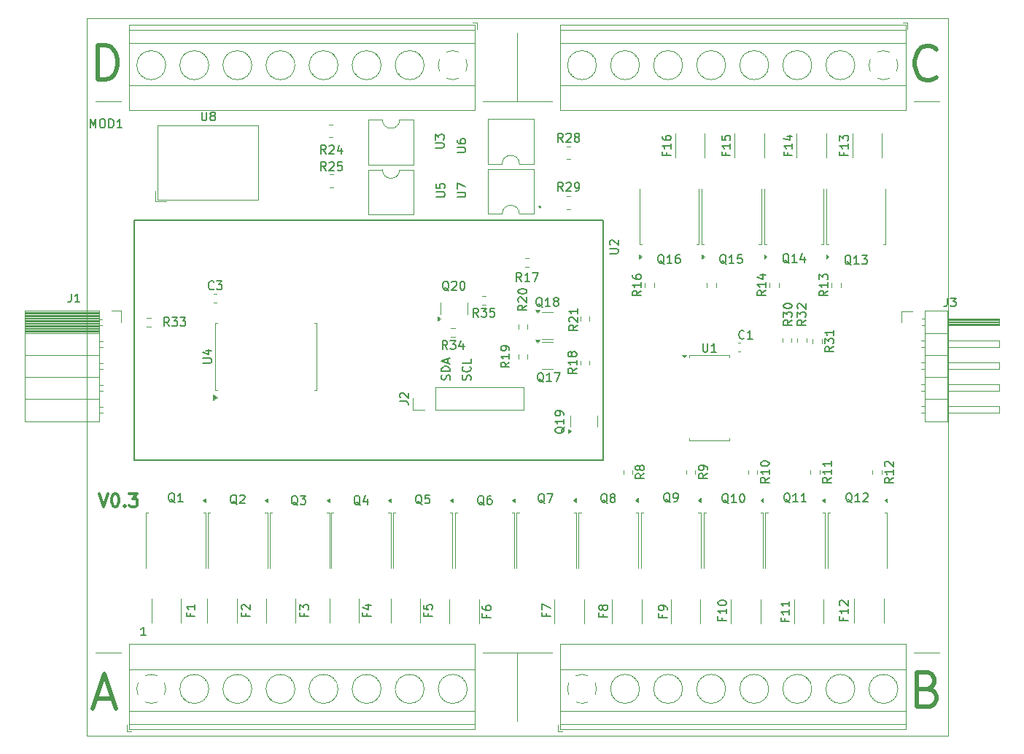
<source format=gbr>
%TF.GenerationSoftware,KiCad,Pcbnew,8.0.0*%
%TF.CreationDate,2024-08-19T20:06:25+02:00*%
%TF.ProjectId,led_stairs_controller,6c65645f-7374-4616-9972-735f636f6e74,V0.3*%
%TF.SameCoordinates,Original*%
%TF.FileFunction,Legend,Top*%
%TF.FilePolarity,Positive*%
%FSLAX46Y46*%
G04 Gerber Fmt 4.6, Leading zero omitted, Abs format (unit mm)*
G04 Created by KiCad (PCBNEW 8.0.0) date 2024-08-19 20:06:25*
%MOMM*%
%LPD*%
G01*
G04 APERTURE LIST*
%ADD10C,0.300000*%
%ADD11C,0.150000*%
%ADD12C,0.500000*%
%ADD13C,0.120000*%
%ADD14C,0.127000*%
%ADD15C,0.200000*%
%TA.AperFunction,Profile*%
%ADD16C,0.120000*%
%TD*%
G04 APERTURE END LIST*
D10*
X102640225Y-110900828D02*
X103140225Y-112400828D01*
X103140225Y-112400828D02*
X103640225Y-110900828D01*
X104425939Y-110900828D02*
X104568796Y-110900828D01*
X104568796Y-110900828D02*
X104711653Y-110972257D01*
X104711653Y-110972257D02*
X104783082Y-111043685D01*
X104783082Y-111043685D02*
X104854510Y-111186542D01*
X104854510Y-111186542D02*
X104925939Y-111472257D01*
X104925939Y-111472257D02*
X104925939Y-111829400D01*
X104925939Y-111829400D02*
X104854510Y-112115114D01*
X104854510Y-112115114D02*
X104783082Y-112257971D01*
X104783082Y-112257971D02*
X104711653Y-112329400D01*
X104711653Y-112329400D02*
X104568796Y-112400828D01*
X104568796Y-112400828D02*
X104425939Y-112400828D01*
X104425939Y-112400828D02*
X104283082Y-112329400D01*
X104283082Y-112329400D02*
X104211653Y-112257971D01*
X104211653Y-112257971D02*
X104140224Y-112115114D01*
X104140224Y-112115114D02*
X104068796Y-111829400D01*
X104068796Y-111829400D02*
X104068796Y-111472257D01*
X104068796Y-111472257D02*
X104140224Y-111186542D01*
X104140224Y-111186542D02*
X104211653Y-111043685D01*
X104211653Y-111043685D02*
X104283082Y-110972257D01*
X104283082Y-110972257D02*
X104425939Y-110900828D01*
X105568795Y-112257971D02*
X105640224Y-112329400D01*
X105640224Y-112329400D02*
X105568795Y-112400828D01*
X105568795Y-112400828D02*
X105497367Y-112329400D01*
X105497367Y-112329400D02*
X105568795Y-112257971D01*
X105568795Y-112257971D02*
X105568795Y-112400828D01*
X106140224Y-110900828D02*
X107068796Y-110900828D01*
X107068796Y-110900828D02*
X106568796Y-111472257D01*
X106568796Y-111472257D02*
X106783081Y-111472257D01*
X106783081Y-111472257D02*
X106925939Y-111543685D01*
X106925939Y-111543685D02*
X106997367Y-111615114D01*
X106997367Y-111615114D02*
X107068796Y-111757971D01*
X107068796Y-111757971D02*
X107068796Y-112115114D01*
X107068796Y-112115114D02*
X106997367Y-112257971D01*
X106997367Y-112257971D02*
X106925939Y-112329400D01*
X106925939Y-112329400D02*
X106783081Y-112400828D01*
X106783081Y-112400828D02*
X106354510Y-112400828D01*
X106354510Y-112400828D02*
X106211653Y-112329400D01*
X106211653Y-112329400D02*
X106140224Y-112257971D01*
D11*
X108060588Y-127369819D02*
X107489160Y-127369819D01*
X107774874Y-127369819D02*
X107774874Y-126369819D01*
X107774874Y-126369819D02*
X107679636Y-126512676D01*
X107679636Y-126512676D02*
X107584398Y-126607914D01*
X107584398Y-126607914D02*
X107489160Y-126655533D01*
X137524819Y-100193333D02*
X138239104Y-100193333D01*
X138239104Y-100193333D02*
X138381961Y-100240952D01*
X138381961Y-100240952D02*
X138477200Y-100336190D01*
X138477200Y-100336190D02*
X138524819Y-100479047D01*
X138524819Y-100479047D02*
X138524819Y-100574285D01*
X137620057Y-99764761D02*
X137572438Y-99717142D01*
X137572438Y-99717142D02*
X137524819Y-99621904D01*
X137524819Y-99621904D02*
X137524819Y-99383809D01*
X137524819Y-99383809D02*
X137572438Y-99288571D01*
X137572438Y-99288571D02*
X137620057Y-99240952D01*
X137620057Y-99240952D02*
X137715295Y-99193333D01*
X137715295Y-99193333D02*
X137810533Y-99193333D01*
X137810533Y-99193333D02*
X137953390Y-99240952D01*
X137953390Y-99240952D02*
X138524819Y-99812380D01*
X138524819Y-99812380D02*
X138524819Y-99193333D01*
X146657142Y-90384819D02*
X146323809Y-89908628D01*
X146085714Y-90384819D02*
X146085714Y-89384819D01*
X146085714Y-89384819D02*
X146466666Y-89384819D01*
X146466666Y-89384819D02*
X146561904Y-89432438D01*
X146561904Y-89432438D02*
X146609523Y-89480057D01*
X146609523Y-89480057D02*
X146657142Y-89575295D01*
X146657142Y-89575295D02*
X146657142Y-89718152D01*
X146657142Y-89718152D02*
X146609523Y-89813390D01*
X146609523Y-89813390D02*
X146561904Y-89861009D01*
X146561904Y-89861009D02*
X146466666Y-89908628D01*
X146466666Y-89908628D02*
X146085714Y-89908628D01*
X146990476Y-89384819D02*
X147609523Y-89384819D01*
X147609523Y-89384819D02*
X147276190Y-89765771D01*
X147276190Y-89765771D02*
X147419047Y-89765771D01*
X147419047Y-89765771D02*
X147514285Y-89813390D01*
X147514285Y-89813390D02*
X147561904Y-89861009D01*
X147561904Y-89861009D02*
X147609523Y-89956247D01*
X147609523Y-89956247D02*
X147609523Y-90194342D01*
X147609523Y-90194342D02*
X147561904Y-90289580D01*
X147561904Y-90289580D02*
X147514285Y-90337200D01*
X147514285Y-90337200D02*
X147419047Y-90384819D01*
X147419047Y-90384819D02*
X147133333Y-90384819D01*
X147133333Y-90384819D02*
X147038095Y-90337200D01*
X147038095Y-90337200D02*
X146990476Y-90289580D01*
X148514285Y-89384819D02*
X148038095Y-89384819D01*
X148038095Y-89384819D02*
X147990476Y-89861009D01*
X147990476Y-89861009D02*
X148038095Y-89813390D01*
X148038095Y-89813390D02*
X148133333Y-89765771D01*
X148133333Y-89765771D02*
X148371428Y-89765771D01*
X148371428Y-89765771D02*
X148466666Y-89813390D01*
X148466666Y-89813390D02*
X148514285Y-89861009D01*
X148514285Y-89861009D02*
X148561904Y-89956247D01*
X148561904Y-89956247D02*
X148561904Y-90194342D01*
X148561904Y-90194342D02*
X148514285Y-90289580D01*
X148514285Y-90289580D02*
X148466666Y-90337200D01*
X148466666Y-90337200D02*
X148371428Y-90384819D01*
X148371428Y-90384819D02*
X148133333Y-90384819D01*
X148133333Y-90384819D02*
X148038095Y-90337200D01*
X148038095Y-90337200D02*
X147990476Y-90289580D01*
X143057142Y-94154819D02*
X142723809Y-93678628D01*
X142485714Y-94154819D02*
X142485714Y-93154819D01*
X142485714Y-93154819D02*
X142866666Y-93154819D01*
X142866666Y-93154819D02*
X142961904Y-93202438D01*
X142961904Y-93202438D02*
X143009523Y-93250057D01*
X143009523Y-93250057D02*
X143057142Y-93345295D01*
X143057142Y-93345295D02*
X143057142Y-93488152D01*
X143057142Y-93488152D02*
X143009523Y-93583390D01*
X143009523Y-93583390D02*
X142961904Y-93631009D01*
X142961904Y-93631009D02*
X142866666Y-93678628D01*
X142866666Y-93678628D02*
X142485714Y-93678628D01*
X143390476Y-93154819D02*
X144009523Y-93154819D01*
X144009523Y-93154819D02*
X143676190Y-93535771D01*
X143676190Y-93535771D02*
X143819047Y-93535771D01*
X143819047Y-93535771D02*
X143914285Y-93583390D01*
X143914285Y-93583390D02*
X143961904Y-93631009D01*
X143961904Y-93631009D02*
X144009523Y-93726247D01*
X144009523Y-93726247D02*
X144009523Y-93964342D01*
X144009523Y-93964342D02*
X143961904Y-94059580D01*
X143961904Y-94059580D02*
X143914285Y-94107200D01*
X143914285Y-94107200D02*
X143819047Y-94154819D01*
X143819047Y-94154819D02*
X143533333Y-94154819D01*
X143533333Y-94154819D02*
X143438095Y-94107200D01*
X143438095Y-94107200D02*
X143390476Y-94059580D01*
X144866666Y-93488152D02*
X144866666Y-94154819D01*
X144628571Y-93107200D02*
X144390476Y-93821485D01*
X144390476Y-93821485D02*
X145009523Y-93821485D01*
X143228571Y-87350057D02*
X143133333Y-87302438D01*
X143133333Y-87302438D02*
X143038095Y-87207200D01*
X143038095Y-87207200D02*
X142895238Y-87064342D01*
X142895238Y-87064342D02*
X142800000Y-87016723D01*
X142800000Y-87016723D02*
X142704762Y-87016723D01*
X142752381Y-87254819D02*
X142657143Y-87207200D01*
X142657143Y-87207200D02*
X142561905Y-87111961D01*
X142561905Y-87111961D02*
X142514286Y-86921485D01*
X142514286Y-86921485D02*
X142514286Y-86588152D01*
X142514286Y-86588152D02*
X142561905Y-86397676D01*
X142561905Y-86397676D02*
X142657143Y-86302438D01*
X142657143Y-86302438D02*
X142752381Y-86254819D01*
X142752381Y-86254819D02*
X142942857Y-86254819D01*
X142942857Y-86254819D02*
X143038095Y-86302438D01*
X143038095Y-86302438D02*
X143133333Y-86397676D01*
X143133333Y-86397676D02*
X143180952Y-86588152D01*
X143180952Y-86588152D02*
X143180952Y-86921485D01*
X143180952Y-86921485D02*
X143133333Y-87111961D01*
X143133333Y-87111961D02*
X143038095Y-87207200D01*
X143038095Y-87207200D02*
X142942857Y-87254819D01*
X142942857Y-87254819D02*
X142752381Y-87254819D01*
X143561905Y-86350057D02*
X143609524Y-86302438D01*
X143609524Y-86302438D02*
X143704762Y-86254819D01*
X143704762Y-86254819D02*
X143942857Y-86254819D01*
X143942857Y-86254819D02*
X144038095Y-86302438D01*
X144038095Y-86302438D02*
X144085714Y-86350057D01*
X144085714Y-86350057D02*
X144133333Y-86445295D01*
X144133333Y-86445295D02*
X144133333Y-86540533D01*
X144133333Y-86540533D02*
X144085714Y-86683390D01*
X144085714Y-86683390D02*
X143514286Y-87254819D01*
X143514286Y-87254819D02*
X144133333Y-87254819D01*
X144752381Y-86254819D02*
X144847619Y-86254819D01*
X144847619Y-86254819D02*
X144942857Y-86302438D01*
X144942857Y-86302438D02*
X144990476Y-86350057D01*
X144990476Y-86350057D02*
X145038095Y-86445295D01*
X145038095Y-86445295D02*
X145085714Y-86635771D01*
X145085714Y-86635771D02*
X145085714Y-86873866D01*
X145085714Y-86873866D02*
X145038095Y-87064342D01*
X145038095Y-87064342D02*
X144990476Y-87159580D01*
X144990476Y-87159580D02*
X144942857Y-87207200D01*
X144942857Y-87207200D02*
X144847619Y-87254819D01*
X144847619Y-87254819D02*
X144752381Y-87254819D01*
X144752381Y-87254819D02*
X144657143Y-87207200D01*
X144657143Y-87207200D02*
X144609524Y-87159580D01*
X144609524Y-87159580D02*
X144561905Y-87064342D01*
X144561905Y-87064342D02*
X144514286Y-86873866D01*
X144514286Y-86873866D02*
X144514286Y-86635771D01*
X144514286Y-86635771D02*
X144561905Y-86445295D01*
X144561905Y-86445295D02*
X144609524Y-86350057D01*
X144609524Y-86350057D02*
X144657143Y-86302438D01*
X144657143Y-86302438D02*
X144752381Y-86254819D01*
X165904819Y-108566666D02*
X165428628Y-108899999D01*
X165904819Y-109138094D02*
X164904819Y-109138094D01*
X164904819Y-109138094D02*
X164904819Y-108757142D01*
X164904819Y-108757142D02*
X164952438Y-108661904D01*
X164952438Y-108661904D02*
X165000057Y-108614285D01*
X165000057Y-108614285D02*
X165095295Y-108566666D01*
X165095295Y-108566666D02*
X165238152Y-108566666D01*
X165238152Y-108566666D02*
X165333390Y-108614285D01*
X165333390Y-108614285D02*
X165381009Y-108661904D01*
X165381009Y-108661904D02*
X165428628Y-108757142D01*
X165428628Y-108757142D02*
X165428628Y-109138094D01*
X165333390Y-107995237D02*
X165285771Y-108090475D01*
X165285771Y-108090475D02*
X165238152Y-108138094D01*
X165238152Y-108138094D02*
X165142914Y-108185713D01*
X165142914Y-108185713D02*
X165095295Y-108185713D01*
X165095295Y-108185713D02*
X165000057Y-108138094D01*
X165000057Y-108138094D02*
X164952438Y-108090475D01*
X164952438Y-108090475D02*
X164904819Y-107995237D01*
X164904819Y-107995237D02*
X164904819Y-107804761D01*
X164904819Y-107804761D02*
X164952438Y-107709523D01*
X164952438Y-107709523D02*
X165000057Y-107661904D01*
X165000057Y-107661904D02*
X165095295Y-107614285D01*
X165095295Y-107614285D02*
X165142914Y-107614285D01*
X165142914Y-107614285D02*
X165238152Y-107661904D01*
X165238152Y-107661904D02*
X165285771Y-107709523D01*
X165285771Y-107709523D02*
X165333390Y-107804761D01*
X165333390Y-107804761D02*
X165333390Y-107995237D01*
X165333390Y-107995237D02*
X165381009Y-108090475D01*
X165381009Y-108090475D02*
X165428628Y-108138094D01*
X165428628Y-108138094D02*
X165523866Y-108185713D01*
X165523866Y-108185713D02*
X165714342Y-108185713D01*
X165714342Y-108185713D02*
X165809580Y-108138094D01*
X165809580Y-108138094D02*
X165857200Y-108090475D01*
X165857200Y-108090475D02*
X165904819Y-107995237D01*
X165904819Y-107995237D02*
X165904819Y-107804761D01*
X165904819Y-107804761D02*
X165857200Y-107709523D01*
X165857200Y-107709523D02*
X165809580Y-107661904D01*
X165809580Y-107661904D02*
X165714342Y-107614285D01*
X165714342Y-107614285D02*
X165523866Y-107614285D01*
X165523866Y-107614285D02*
X165428628Y-107661904D01*
X165428628Y-107661904D02*
X165381009Y-107709523D01*
X165381009Y-107709523D02*
X165333390Y-107804761D01*
X165524819Y-87342857D02*
X165048628Y-87676190D01*
X165524819Y-87914285D02*
X164524819Y-87914285D01*
X164524819Y-87914285D02*
X164524819Y-87533333D01*
X164524819Y-87533333D02*
X164572438Y-87438095D01*
X164572438Y-87438095D02*
X164620057Y-87390476D01*
X164620057Y-87390476D02*
X164715295Y-87342857D01*
X164715295Y-87342857D02*
X164858152Y-87342857D01*
X164858152Y-87342857D02*
X164953390Y-87390476D01*
X164953390Y-87390476D02*
X165001009Y-87438095D01*
X165001009Y-87438095D02*
X165048628Y-87533333D01*
X165048628Y-87533333D02*
X165048628Y-87914285D01*
X165524819Y-86390476D02*
X165524819Y-86961904D01*
X165524819Y-86676190D02*
X164524819Y-86676190D01*
X164524819Y-86676190D02*
X164667676Y-86771428D01*
X164667676Y-86771428D02*
X164762914Y-86866666D01*
X164762914Y-86866666D02*
X164810533Y-86961904D01*
X164524819Y-85533333D02*
X164524819Y-85723809D01*
X164524819Y-85723809D02*
X164572438Y-85819047D01*
X164572438Y-85819047D02*
X164620057Y-85866666D01*
X164620057Y-85866666D02*
X164762914Y-85961904D01*
X164762914Y-85961904D02*
X164953390Y-86009523D01*
X164953390Y-86009523D02*
X165334342Y-86009523D01*
X165334342Y-86009523D02*
X165429580Y-85961904D01*
X165429580Y-85961904D02*
X165477200Y-85914285D01*
X165477200Y-85914285D02*
X165524819Y-85819047D01*
X165524819Y-85819047D02*
X165524819Y-85628571D01*
X165524819Y-85628571D02*
X165477200Y-85533333D01*
X165477200Y-85533333D02*
X165429580Y-85485714D01*
X165429580Y-85485714D02*
X165334342Y-85438095D01*
X165334342Y-85438095D02*
X165096247Y-85438095D01*
X165096247Y-85438095D02*
X165001009Y-85485714D01*
X165001009Y-85485714D02*
X164953390Y-85533333D01*
X164953390Y-85533333D02*
X164905771Y-85628571D01*
X164905771Y-85628571D02*
X164905771Y-85819047D01*
X164905771Y-85819047D02*
X164953390Y-85914285D01*
X164953390Y-85914285D02*
X165001009Y-85961904D01*
X165001009Y-85961904D02*
X165096247Y-86009523D01*
X172700595Y-93454819D02*
X172700595Y-94264342D01*
X172700595Y-94264342D02*
X172748214Y-94359580D01*
X172748214Y-94359580D02*
X172795833Y-94407200D01*
X172795833Y-94407200D02*
X172891071Y-94454819D01*
X172891071Y-94454819D02*
X173081547Y-94454819D01*
X173081547Y-94454819D02*
X173176785Y-94407200D01*
X173176785Y-94407200D02*
X173224404Y-94359580D01*
X173224404Y-94359580D02*
X173272023Y-94264342D01*
X173272023Y-94264342D02*
X173272023Y-93454819D01*
X174272023Y-94454819D02*
X173700595Y-94454819D01*
X173986309Y-94454819D02*
X173986309Y-93454819D01*
X173986309Y-93454819D02*
X173891071Y-93597676D01*
X173891071Y-93597676D02*
X173795833Y-93692914D01*
X173795833Y-93692914D02*
X173700595Y-93740533D01*
X175381009Y-71309523D02*
X175381009Y-71642856D01*
X175904819Y-71642856D02*
X174904819Y-71642856D01*
X174904819Y-71642856D02*
X174904819Y-71166666D01*
X175904819Y-70261904D02*
X175904819Y-70833332D01*
X175904819Y-70547618D02*
X174904819Y-70547618D01*
X174904819Y-70547618D02*
X175047676Y-70642856D01*
X175047676Y-70642856D02*
X175142914Y-70738094D01*
X175142914Y-70738094D02*
X175190533Y-70833332D01*
X174904819Y-69357142D02*
X174904819Y-69833332D01*
X174904819Y-69833332D02*
X175381009Y-69880951D01*
X175381009Y-69880951D02*
X175333390Y-69833332D01*
X175333390Y-69833332D02*
X175285771Y-69738094D01*
X175285771Y-69738094D02*
X175285771Y-69499999D01*
X175285771Y-69499999D02*
X175333390Y-69404761D01*
X175333390Y-69404761D02*
X175381009Y-69357142D01*
X175381009Y-69357142D02*
X175476247Y-69309523D01*
X175476247Y-69309523D02*
X175714342Y-69309523D01*
X175714342Y-69309523D02*
X175809580Y-69357142D01*
X175809580Y-69357142D02*
X175857200Y-69404761D01*
X175857200Y-69404761D02*
X175904819Y-69499999D01*
X175904819Y-69499999D02*
X175904819Y-69738094D01*
X175904819Y-69738094D02*
X175857200Y-69833332D01*
X175857200Y-69833332D02*
X175809580Y-69880951D01*
X144174819Y-71286904D02*
X144984342Y-71286904D01*
X144984342Y-71286904D02*
X145079580Y-71239285D01*
X145079580Y-71239285D02*
X145127200Y-71191666D01*
X145127200Y-71191666D02*
X145174819Y-71096428D01*
X145174819Y-71096428D02*
X145174819Y-70905952D01*
X145174819Y-70905952D02*
X145127200Y-70810714D01*
X145127200Y-70810714D02*
X145079580Y-70763095D01*
X145079580Y-70763095D02*
X144984342Y-70715476D01*
X144984342Y-70715476D02*
X144174819Y-70715476D01*
X144174819Y-69810714D02*
X144174819Y-70001190D01*
X144174819Y-70001190D02*
X144222438Y-70096428D01*
X144222438Y-70096428D02*
X144270057Y-70144047D01*
X144270057Y-70144047D02*
X144412914Y-70239285D01*
X144412914Y-70239285D02*
X144603390Y-70286904D01*
X144603390Y-70286904D02*
X144984342Y-70286904D01*
X144984342Y-70286904D02*
X145079580Y-70239285D01*
X145079580Y-70239285D02*
X145127200Y-70191666D01*
X145127200Y-70191666D02*
X145174819Y-70096428D01*
X145174819Y-70096428D02*
X145174819Y-69905952D01*
X145174819Y-69905952D02*
X145127200Y-69810714D01*
X145127200Y-69810714D02*
X145079580Y-69763095D01*
X145079580Y-69763095D02*
X144984342Y-69715476D01*
X144984342Y-69715476D02*
X144746247Y-69715476D01*
X144746247Y-69715476D02*
X144651009Y-69763095D01*
X144651009Y-69763095D02*
X144603390Y-69810714D01*
X144603390Y-69810714D02*
X144555771Y-69905952D01*
X144555771Y-69905952D02*
X144555771Y-70096428D01*
X144555771Y-70096428D02*
X144603390Y-70191666D01*
X144603390Y-70191666D02*
X144651009Y-70239285D01*
X144651009Y-70239285D02*
X144746247Y-70286904D01*
X141754819Y-76461904D02*
X142564342Y-76461904D01*
X142564342Y-76461904D02*
X142659580Y-76414285D01*
X142659580Y-76414285D02*
X142707200Y-76366666D01*
X142707200Y-76366666D02*
X142754819Y-76271428D01*
X142754819Y-76271428D02*
X142754819Y-76080952D01*
X142754819Y-76080952D02*
X142707200Y-75985714D01*
X142707200Y-75985714D02*
X142659580Y-75938095D01*
X142659580Y-75938095D02*
X142564342Y-75890476D01*
X142564342Y-75890476D02*
X141754819Y-75890476D01*
X141754819Y-74938095D02*
X141754819Y-75414285D01*
X141754819Y-75414285D02*
X142231009Y-75461904D01*
X142231009Y-75461904D02*
X142183390Y-75414285D01*
X142183390Y-75414285D02*
X142135771Y-75319047D01*
X142135771Y-75319047D02*
X142135771Y-75080952D01*
X142135771Y-75080952D02*
X142183390Y-74985714D01*
X142183390Y-74985714D02*
X142231009Y-74938095D01*
X142231009Y-74938095D02*
X142326247Y-74890476D01*
X142326247Y-74890476D02*
X142564342Y-74890476D01*
X142564342Y-74890476D02*
X142659580Y-74938095D01*
X142659580Y-74938095D02*
X142707200Y-74985714D01*
X142707200Y-74985714D02*
X142754819Y-75080952D01*
X142754819Y-75080952D02*
X142754819Y-75319047D01*
X142754819Y-75319047D02*
X142707200Y-75414285D01*
X142707200Y-75414285D02*
X142659580Y-75461904D01*
X119631009Y-124833333D02*
X119631009Y-125166666D01*
X120154819Y-125166666D02*
X119154819Y-125166666D01*
X119154819Y-125166666D02*
X119154819Y-124690476D01*
X119250057Y-124357142D02*
X119202438Y-124309523D01*
X119202438Y-124309523D02*
X119154819Y-124214285D01*
X119154819Y-124214285D02*
X119154819Y-123976190D01*
X119154819Y-123976190D02*
X119202438Y-123880952D01*
X119202438Y-123880952D02*
X119250057Y-123833333D01*
X119250057Y-123833333D02*
X119345295Y-123785714D01*
X119345295Y-123785714D02*
X119440533Y-123785714D01*
X119440533Y-123785714D02*
X119583390Y-123833333D01*
X119583390Y-123833333D02*
X120154819Y-124404761D01*
X120154819Y-124404761D02*
X120154819Y-123785714D01*
X173204819Y-108566666D02*
X172728628Y-108899999D01*
X173204819Y-109138094D02*
X172204819Y-109138094D01*
X172204819Y-109138094D02*
X172204819Y-108757142D01*
X172204819Y-108757142D02*
X172252438Y-108661904D01*
X172252438Y-108661904D02*
X172300057Y-108614285D01*
X172300057Y-108614285D02*
X172395295Y-108566666D01*
X172395295Y-108566666D02*
X172538152Y-108566666D01*
X172538152Y-108566666D02*
X172633390Y-108614285D01*
X172633390Y-108614285D02*
X172681009Y-108661904D01*
X172681009Y-108661904D02*
X172728628Y-108757142D01*
X172728628Y-108757142D02*
X172728628Y-109138094D01*
X173204819Y-108090475D02*
X173204819Y-107899999D01*
X173204819Y-107899999D02*
X173157200Y-107804761D01*
X173157200Y-107804761D02*
X173109580Y-107757142D01*
X173109580Y-107757142D02*
X172966723Y-107661904D01*
X172966723Y-107661904D02*
X172776247Y-107614285D01*
X172776247Y-107614285D02*
X172395295Y-107614285D01*
X172395295Y-107614285D02*
X172300057Y-107661904D01*
X172300057Y-107661904D02*
X172252438Y-107709523D01*
X172252438Y-107709523D02*
X172204819Y-107804761D01*
X172204819Y-107804761D02*
X172204819Y-107995237D01*
X172204819Y-107995237D02*
X172252438Y-108090475D01*
X172252438Y-108090475D02*
X172300057Y-108138094D01*
X172300057Y-108138094D02*
X172395295Y-108185713D01*
X172395295Y-108185713D02*
X172633390Y-108185713D01*
X172633390Y-108185713D02*
X172728628Y-108138094D01*
X172728628Y-108138094D02*
X172776247Y-108090475D01*
X172776247Y-108090475D02*
X172823866Y-107995237D01*
X172823866Y-107995237D02*
X172823866Y-107804761D01*
X172823866Y-107804761D02*
X172776247Y-107709523D01*
X172776247Y-107709523D02*
X172728628Y-107661904D01*
X172728628Y-107661904D02*
X172633390Y-107614285D01*
X111424761Y-111950057D02*
X111329523Y-111902438D01*
X111329523Y-111902438D02*
X111234285Y-111807200D01*
X111234285Y-111807200D02*
X111091428Y-111664342D01*
X111091428Y-111664342D02*
X110996190Y-111616723D01*
X110996190Y-111616723D02*
X110900952Y-111616723D01*
X110948571Y-111854819D02*
X110853333Y-111807200D01*
X110853333Y-111807200D02*
X110758095Y-111711961D01*
X110758095Y-111711961D02*
X110710476Y-111521485D01*
X110710476Y-111521485D02*
X110710476Y-111188152D01*
X110710476Y-111188152D02*
X110758095Y-110997676D01*
X110758095Y-110997676D02*
X110853333Y-110902438D01*
X110853333Y-110902438D02*
X110948571Y-110854819D01*
X110948571Y-110854819D02*
X111139047Y-110854819D01*
X111139047Y-110854819D02*
X111234285Y-110902438D01*
X111234285Y-110902438D02*
X111329523Y-110997676D01*
X111329523Y-110997676D02*
X111377142Y-111188152D01*
X111377142Y-111188152D02*
X111377142Y-111521485D01*
X111377142Y-111521485D02*
X111329523Y-111711961D01*
X111329523Y-111711961D02*
X111234285Y-111807200D01*
X111234285Y-111807200D02*
X111139047Y-111854819D01*
X111139047Y-111854819D02*
X110948571Y-111854819D01*
X112329523Y-111854819D02*
X111758095Y-111854819D01*
X112043809Y-111854819D02*
X112043809Y-110854819D01*
X112043809Y-110854819D02*
X111948571Y-110997676D01*
X111948571Y-110997676D02*
X111853333Y-111092914D01*
X111853333Y-111092914D02*
X111758095Y-111140533D01*
X161629761Y-112025057D02*
X161534523Y-111977438D01*
X161534523Y-111977438D02*
X161439285Y-111882200D01*
X161439285Y-111882200D02*
X161296428Y-111739342D01*
X161296428Y-111739342D02*
X161201190Y-111691723D01*
X161201190Y-111691723D02*
X161105952Y-111691723D01*
X161153571Y-111929819D02*
X161058333Y-111882200D01*
X161058333Y-111882200D02*
X160963095Y-111786961D01*
X160963095Y-111786961D02*
X160915476Y-111596485D01*
X160915476Y-111596485D02*
X160915476Y-111263152D01*
X160915476Y-111263152D02*
X160963095Y-111072676D01*
X160963095Y-111072676D02*
X161058333Y-110977438D01*
X161058333Y-110977438D02*
X161153571Y-110929819D01*
X161153571Y-110929819D02*
X161344047Y-110929819D01*
X161344047Y-110929819D02*
X161439285Y-110977438D01*
X161439285Y-110977438D02*
X161534523Y-111072676D01*
X161534523Y-111072676D02*
X161582142Y-111263152D01*
X161582142Y-111263152D02*
X161582142Y-111596485D01*
X161582142Y-111596485D02*
X161534523Y-111786961D01*
X161534523Y-111786961D02*
X161439285Y-111882200D01*
X161439285Y-111882200D02*
X161344047Y-111929819D01*
X161344047Y-111929819D02*
X161153571Y-111929819D01*
X162153571Y-111358390D02*
X162058333Y-111310771D01*
X162058333Y-111310771D02*
X162010714Y-111263152D01*
X162010714Y-111263152D02*
X161963095Y-111167914D01*
X161963095Y-111167914D02*
X161963095Y-111120295D01*
X161963095Y-111120295D02*
X162010714Y-111025057D01*
X162010714Y-111025057D02*
X162058333Y-110977438D01*
X162058333Y-110977438D02*
X162153571Y-110929819D01*
X162153571Y-110929819D02*
X162344047Y-110929819D01*
X162344047Y-110929819D02*
X162439285Y-110977438D01*
X162439285Y-110977438D02*
X162486904Y-111025057D01*
X162486904Y-111025057D02*
X162534523Y-111120295D01*
X162534523Y-111120295D02*
X162534523Y-111167914D01*
X162534523Y-111167914D02*
X162486904Y-111263152D01*
X162486904Y-111263152D02*
X162439285Y-111310771D01*
X162439285Y-111310771D02*
X162344047Y-111358390D01*
X162344047Y-111358390D02*
X162153571Y-111358390D01*
X162153571Y-111358390D02*
X162058333Y-111406009D01*
X162058333Y-111406009D02*
X162010714Y-111453628D01*
X162010714Y-111453628D02*
X161963095Y-111548866D01*
X161963095Y-111548866D02*
X161963095Y-111739342D01*
X161963095Y-111739342D02*
X162010714Y-111834580D01*
X162010714Y-111834580D02*
X162058333Y-111882200D01*
X162058333Y-111882200D02*
X162153571Y-111929819D01*
X162153571Y-111929819D02*
X162344047Y-111929819D01*
X162344047Y-111929819D02*
X162439285Y-111882200D01*
X162439285Y-111882200D02*
X162486904Y-111834580D01*
X162486904Y-111834580D02*
X162534523Y-111739342D01*
X162534523Y-111739342D02*
X162534523Y-111548866D01*
X162534523Y-111548866D02*
X162486904Y-111453628D01*
X162486904Y-111453628D02*
X162439285Y-111406009D01*
X162439285Y-111406009D02*
X162344047Y-111358390D01*
X147324761Y-112250057D02*
X147229523Y-112202438D01*
X147229523Y-112202438D02*
X147134285Y-112107200D01*
X147134285Y-112107200D02*
X146991428Y-111964342D01*
X146991428Y-111964342D02*
X146896190Y-111916723D01*
X146896190Y-111916723D02*
X146800952Y-111916723D01*
X146848571Y-112154819D02*
X146753333Y-112107200D01*
X146753333Y-112107200D02*
X146658095Y-112011961D01*
X146658095Y-112011961D02*
X146610476Y-111821485D01*
X146610476Y-111821485D02*
X146610476Y-111488152D01*
X146610476Y-111488152D02*
X146658095Y-111297676D01*
X146658095Y-111297676D02*
X146753333Y-111202438D01*
X146753333Y-111202438D02*
X146848571Y-111154819D01*
X146848571Y-111154819D02*
X147039047Y-111154819D01*
X147039047Y-111154819D02*
X147134285Y-111202438D01*
X147134285Y-111202438D02*
X147229523Y-111297676D01*
X147229523Y-111297676D02*
X147277142Y-111488152D01*
X147277142Y-111488152D02*
X147277142Y-111821485D01*
X147277142Y-111821485D02*
X147229523Y-112011961D01*
X147229523Y-112011961D02*
X147134285Y-112107200D01*
X147134285Y-112107200D02*
X147039047Y-112154819D01*
X147039047Y-112154819D02*
X146848571Y-112154819D01*
X148134285Y-111154819D02*
X147943809Y-111154819D01*
X147943809Y-111154819D02*
X147848571Y-111202438D01*
X147848571Y-111202438D02*
X147800952Y-111250057D01*
X147800952Y-111250057D02*
X147705714Y-111392914D01*
X147705714Y-111392914D02*
X147658095Y-111583390D01*
X147658095Y-111583390D02*
X147658095Y-111964342D01*
X147658095Y-111964342D02*
X147705714Y-112059580D01*
X147705714Y-112059580D02*
X147753333Y-112107200D01*
X147753333Y-112107200D02*
X147848571Y-112154819D01*
X147848571Y-112154819D02*
X148039047Y-112154819D01*
X148039047Y-112154819D02*
X148134285Y-112107200D01*
X148134285Y-112107200D02*
X148181904Y-112059580D01*
X148181904Y-112059580D02*
X148229523Y-111964342D01*
X148229523Y-111964342D02*
X148229523Y-111726247D01*
X148229523Y-111726247D02*
X148181904Y-111631009D01*
X148181904Y-111631009D02*
X148134285Y-111583390D01*
X148134285Y-111583390D02*
X148039047Y-111535771D01*
X148039047Y-111535771D02*
X147848571Y-111535771D01*
X147848571Y-111535771D02*
X147753333Y-111583390D01*
X147753333Y-111583390D02*
X147705714Y-111631009D01*
X147705714Y-111631009D02*
X147658095Y-111726247D01*
X140781009Y-124833333D02*
X140781009Y-125166666D01*
X141304819Y-125166666D02*
X140304819Y-125166666D01*
X140304819Y-125166666D02*
X140304819Y-124690476D01*
X140304819Y-123833333D02*
X140304819Y-124309523D01*
X140304819Y-124309523D02*
X140781009Y-124357142D01*
X140781009Y-124357142D02*
X140733390Y-124309523D01*
X140733390Y-124309523D02*
X140685771Y-124214285D01*
X140685771Y-124214285D02*
X140685771Y-123976190D01*
X140685771Y-123976190D02*
X140733390Y-123880952D01*
X140733390Y-123880952D02*
X140781009Y-123833333D01*
X140781009Y-123833333D02*
X140876247Y-123785714D01*
X140876247Y-123785714D02*
X141114342Y-123785714D01*
X141114342Y-123785714D02*
X141209580Y-123833333D01*
X141209580Y-123833333D02*
X141257200Y-123880952D01*
X141257200Y-123880952D02*
X141304819Y-123976190D01*
X141304819Y-123976190D02*
X141304819Y-124214285D01*
X141304819Y-124214285D02*
X141257200Y-124309523D01*
X141257200Y-124309523D02*
X141209580Y-124357142D01*
X175693571Y-112025057D02*
X175598333Y-111977438D01*
X175598333Y-111977438D02*
X175503095Y-111882200D01*
X175503095Y-111882200D02*
X175360238Y-111739342D01*
X175360238Y-111739342D02*
X175265000Y-111691723D01*
X175265000Y-111691723D02*
X175169762Y-111691723D01*
X175217381Y-111929819D02*
X175122143Y-111882200D01*
X175122143Y-111882200D02*
X175026905Y-111786961D01*
X175026905Y-111786961D02*
X174979286Y-111596485D01*
X174979286Y-111596485D02*
X174979286Y-111263152D01*
X174979286Y-111263152D02*
X175026905Y-111072676D01*
X175026905Y-111072676D02*
X175122143Y-110977438D01*
X175122143Y-110977438D02*
X175217381Y-110929819D01*
X175217381Y-110929819D02*
X175407857Y-110929819D01*
X175407857Y-110929819D02*
X175503095Y-110977438D01*
X175503095Y-110977438D02*
X175598333Y-111072676D01*
X175598333Y-111072676D02*
X175645952Y-111263152D01*
X175645952Y-111263152D02*
X175645952Y-111596485D01*
X175645952Y-111596485D02*
X175598333Y-111786961D01*
X175598333Y-111786961D02*
X175503095Y-111882200D01*
X175503095Y-111882200D02*
X175407857Y-111929819D01*
X175407857Y-111929819D02*
X175217381Y-111929819D01*
X176598333Y-111929819D02*
X176026905Y-111929819D01*
X176312619Y-111929819D02*
X176312619Y-110929819D01*
X176312619Y-110929819D02*
X176217381Y-111072676D01*
X176217381Y-111072676D02*
X176122143Y-111167914D01*
X176122143Y-111167914D02*
X176026905Y-111215533D01*
X177217381Y-110929819D02*
X177312619Y-110929819D01*
X177312619Y-110929819D02*
X177407857Y-110977438D01*
X177407857Y-110977438D02*
X177455476Y-111025057D01*
X177455476Y-111025057D02*
X177503095Y-111120295D01*
X177503095Y-111120295D02*
X177550714Y-111310771D01*
X177550714Y-111310771D02*
X177550714Y-111548866D01*
X177550714Y-111548866D02*
X177503095Y-111739342D01*
X177503095Y-111739342D02*
X177455476Y-111834580D01*
X177455476Y-111834580D02*
X177407857Y-111882200D01*
X177407857Y-111882200D02*
X177312619Y-111929819D01*
X177312619Y-111929819D02*
X177217381Y-111929819D01*
X177217381Y-111929819D02*
X177122143Y-111882200D01*
X177122143Y-111882200D02*
X177074524Y-111834580D01*
X177074524Y-111834580D02*
X177026905Y-111739342D01*
X177026905Y-111739342D02*
X176979286Y-111548866D01*
X176979286Y-111548866D02*
X176979286Y-111310771D01*
X176979286Y-111310771D02*
X177026905Y-111120295D01*
X177026905Y-111120295D02*
X177074524Y-111025057D01*
X177074524Y-111025057D02*
X177122143Y-110977438D01*
X177122143Y-110977438D02*
X177217381Y-110929819D01*
X189031009Y-125309523D02*
X189031009Y-125642856D01*
X189554819Y-125642856D02*
X188554819Y-125642856D01*
X188554819Y-125642856D02*
X188554819Y-125166666D01*
X189554819Y-124261904D02*
X189554819Y-124833332D01*
X189554819Y-124547618D02*
X188554819Y-124547618D01*
X188554819Y-124547618D02*
X188697676Y-124642856D01*
X188697676Y-124642856D02*
X188792914Y-124738094D01*
X188792914Y-124738094D02*
X188840533Y-124833332D01*
X188650057Y-123880951D02*
X188602438Y-123833332D01*
X188602438Y-123833332D02*
X188554819Y-123738094D01*
X188554819Y-123738094D02*
X188554819Y-123499999D01*
X188554819Y-123499999D02*
X188602438Y-123404761D01*
X188602438Y-123404761D02*
X188650057Y-123357142D01*
X188650057Y-123357142D02*
X188745295Y-123309523D01*
X188745295Y-123309523D02*
X188840533Y-123309523D01*
X188840533Y-123309523D02*
X188983390Y-123357142D01*
X188983390Y-123357142D02*
X189554819Y-123928570D01*
X189554819Y-123928570D02*
X189554819Y-123309523D01*
X150254819Y-95642857D02*
X149778628Y-95976190D01*
X150254819Y-96214285D02*
X149254819Y-96214285D01*
X149254819Y-96214285D02*
X149254819Y-95833333D01*
X149254819Y-95833333D02*
X149302438Y-95738095D01*
X149302438Y-95738095D02*
X149350057Y-95690476D01*
X149350057Y-95690476D02*
X149445295Y-95642857D01*
X149445295Y-95642857D02*
X149588152Y-95642857D01*
X149588152Y-95642857D02*
X149683390Y-95690476D01*
X149683390Y-95690476D02*
X149731009Y-95738095D01*
X149731009Y-95738095D02*
X149778628Y-95833333D01*
X149778628Y-95833333D02*
X149778628Y-96214285D01*
X150254819Y-94690476D02*
X150254819Y-95261904D01*
X150254819Y-94976190D02*
X149254819Y-94976190D01*
X149254819Y-94976190D02*
X149397676Y-95071428D01*
X149397676Y-95071428D02*
X149492914Y-95166666D01*
X149492914Y-95166666D02*
X149540533Y-95261904D01*
X150254819Y-94214285D02*
X150254819Y-94023809D01*
X150254819Y-94023809D02*
X150207200Y-93928571D01*
X150207200Y-93928571D02*
X150159580Y-93880952D01*
X150159580Y-93880952D02*
X150016723Y-93785714D01*
X150016723Y-93785714D02*
X149826247Y-93738095D01*
X149826247Y-93738095D02*
X149445295Y-93738095D01*
X149445295Y-93738095D02*
X149350057Y-93785714D01*
X149350057Y-93785714D02*
X149302438Y-93833333D01*
X149302438Y-93833333D02*
X149254819Y-93928571D01*
X149254819Y-93928571D02*
X149254819Y-94119047D01*
X149254819Y-94119047D02*
X149302438Y-94214285D01*
X149302438Y-94214285D02*
X149350057Y-94261904D01*
X149350057Y-94261904D02*
X149445295Y-94309523D01*
X149445295Y-94309523D02*
X149683390Y-94309523D01*
X149683390Y-94309523D02*
X149778628Y-94261904D01*
X149778628Y-94261904D02*
X149826247Y-94214285D01*
X149826247Y-94214285D02*
X149873866Y-94119047D01*
X149873866Y-94119047D02*
X149873866Y-93928571D01*
X149873866Y-93928571D02*
X149826247Y-93833333D01*
X149826247Y-93833333D02*
X149778628Y-93785714D01*
X149778628Y-93785714D02*
X149683390Y-93738095D01*
X115933333Y-87129580D02*
X115885714Y-87177200D01*
X115885714Y-87177200D02*
X115742857Y-87224819D01*
X115742857Y-87224819D02*
X115647619Y-87224819D01*
X115647619Y-87224819D02*
X115504762Y-87177200D01*
X115504762Y-87177200D02*
X115409524Y-87081961D01*
X115409524Y-87081961D02*
X115361905Y-86986723D01*
X115361905Y-86986723D02*
X115314286Y-86796247D01*
X115314286Y-86796247D02*
X115314286Y-86653390D01*
X115314286Y-86653390D02*
X115361905Y-86462914D01*
X115361905Y-86462914D02*
X115409524Y-86367676D01*
X115409524Y-86367676D02*
X115504762Y-86272438D01*
X115504762Y-86272438D02*
X115647619Y-86224819D01*
X115647619Y-86224819D02*
X115742857Y-86224819D01*
X115742857Y-86224819D02*
X115885714Y-86272438D01*
X115885714Y-86272438D02*
X115933333Y-86320057D01*
X116266667Y-86224819D02*
X116885714Y-86224819D01*
X116885714Y-86224819D02*
X116552381Y-86605771D01*
X116552381Y-86605771D02*
X116695238Y-86605771D01*
X116695238Y-86605771D02*
X116790476Y-86653390D01*
X116790476Y-86653390D02*
X116838095Y-86701009D01*
X116838095Y-86701009D02*
X116885714Y-86796247D01*
X116885714Y-86796247D02*
X116885714Y-87034342D01*
X116885714Y-87034342D02*
X116838095Y-87129580D01*
X116838095Y-87129580D02*
X116790476Y-87177200D01*
X116790476Y-87177200D02*
X116695238Y-87224819D01*
X116695238Y-87224819D02*
X116409524Y-87224819D01*
X116409524Y-87224819D02*
X116314286Y-87177200D01*
X116314286Y-87177200D02*
X116266667Y-87129580D01*
X201076666Y-88184819D02*
X201076666Y-88899104D01*
X201076666Y-88899104D02*
X201029047Y-89041961D01*
X201029047Y-89041961D02*
X200933809Y-89137200D01*
X200933809Y-89137200D02*
X200790952Y-89184819D01*
X200790952Y-89184819D02*
X200695714Y-89184819D01*
X201457619Y-88184819D02*
X202076666Y-88184819D01*
X202076666Y-88184819D02*
X201743333Y-88565771D01*
X201743333Y-88565771D02*
X201886190Y-88565771D01*
X201886190Y-88565771D02*
X201981428Y-88613390D01*
X201981428Y-88613390D02*
X202029047Y-88661009D01*
X202029047Y-88661009D02*
X202076666Y-88756247D01*
X202076666Y-88756247D02*
X202076666Y-88994342D01*
X202076666Y-88994342D02*
X202029047Y-89089580D01*
X202029047Y-89089580D02*
X201981428Y-89137200D01*
X201981428Y-89137200D02*
X201886190Y-89184819D01*
X201886190Y-89184819D02*
X201600476Y-89184819D01*
X201600476Y-89184819D02*
X201505238Y-89137200D01*
X201505238Y-89137200D02*
X201457619Y-89089580D01*
X151657142Y-86254819D02*
X151323809Y-85778628D01*
X151085714Y-86254819D02*
X151085714Y-85254819D01*
X151085714Y-85254819D02*
X151466666Y-85254819D01*
X151466666Y-85254819D02*
X151561904Y-85302438D01*
X151561904Y-85302438D02*
X151609523Y-85350057D01*
X151609523Y-85350057D02*
X151657142Y-85445295D01*
X151657142Y-85445295D02*
X151657142Y-85588152D01*
X151657142Y-85588152D02*
X151609523Y-85683390D01*
X151609523Y-85683390D02*
X151561904Y-85731009D01*
X151561904Y-85731009D02*
X151466666Y-85778628D01*
X151466666Y-85778628D02*
X151085714Y-85778628D01*
X152609523Y-86254819D02*
X152038095Y-86254819D01*
X152323809Y-86254819D02*
X152323809Y-85254819D01*
X152323809Y-85254819D02*
X152228571Y-85397676D01*
X152228571Y-85397676D02*
X152133333Y-85492914D01*
X152133333Y-85492914D02*
X152038095Y-85540533D01*
X152942857Y-85254819D02*
X153609523Y-85254819D01*
X153609523Y-85254819D02*
X153180952Y-86254819D01*
X125684761Y-112250057D02*
X125589523Y-112202438D01*
X125589523Y-112202438D02*
X125494285Y-112107200D01*
X125494285Y-112107200D02*
X125351428Y-111964342D01*
X125351428Y-111964342D02*
X125256190Y-111916723D01*
X125256190Y-111916723D02*
X125160952Y-111916723D01*
X125208571Y-112154819D02*
X125113333Y-112107200D01*
X125113333Y-112107200D02*
X125018095Y-112011961D01*
X125018095Y-112011961D02*
X124970476Y-111821485D01*
X124970476Y-111821485D02*
X124970476Y-111488152D01*
X124970476Y-111488152D02*
X125018095Y-111297676D01*
X125018095Y-111297676D02*
X125113333Y-111202438D01*
X125113333Y-111202438D02*
X125208571Y-111154819D01*
X125208571Y-111154819D02*
X125399047Y-111154819D01*
X125399047Y-111154819D02*
X125494285Y-111202438D01*
X125494285Y-111202438D02*
X125589523Y-111297676D01*
X125589523Y-111297676D02*
X125637142Y-111488152D01*
X125637142Y-111488152D02*
X125637142Y-111821485D01*
X125637142Y-111821485D02*
X125589523Y-112011961D01*
X125589523Y-112011961D02*
X125494285Y-112107200D01*
X125494285Y-112107200D02*
X125399047Y-112154819D01*
X125399047Y-112154819D02*
X125208571Y-112154819D01*
X125970476Y-111154819D02*
X126589523Y-111154819D01*
X126589523Y-111154819D02*
X126256190Y-111535771D01*
X126256190Y-111535771D02*
X126399047Y-111535771D01*
X126399047Y-111535771D02*
X126494285Y-111583390D01*
X126494285Y-111583390D02*
X126541904Y-111631009D01*
X126541904Y-111631009D02*
X126589523Y-111726247D01*
X126589523Y-111726247D02*
X126589523Y-111964342D01*
X126589523Y-111964342D02*
X126541904Y-112059580D01*
X126541904Y-112059580D02*
X126494285Y-112107200D01*
X126494285Y-112107200D02*
X126399047Y-112154819D01*
X126399047Y-112154819D02*
X126113333Y-112154819D01*
X126113333Y-112154819D02*
X126018095Y-112107200D01*
X126018095Y-112107200D02*
X125970476Y-112059580D01*
X168481009Y-71309523D02*
X168481009Y-71642856D01*
X169004819Y-71642856D02*
X168004819Y-71642856D01*
X168004819Y-71642856D02*
X168004819Y-71166666D01*
X169004819Y-70261904D02*
X169004819Y-70833332D01*
X169004819Y-70547618D02*
X168004819Y-70547618D01*
X168004819Y-70547618D02*
X168147676Y-70642856D01*
X168147676Y-70642856D02*
X168242914Y-70738094D01*
X168242914Y-70738094D02*
X168290533Y-70833332D01*
X168004819Y-69404761D02*
X168004819Y-69595237D01*
X168004819Y-69595237D02*
X168052438Y-69690475D01*
X168052438Y-69690475D02*
X168100057Y-69738094D01*
X168100057Y-69738094D02*
X168242914Y-69833332D01*
X168242914Y-69833332D02*
X168433390Y-69880951D01*
X168433390Y-69880951D02*
X168814342Y-69880951D01*
X168814342Y-69880951D02*
X168909580Y-69833332D01*
X168909580Y-69833332D02*
X168957200Y-69785713D01*
X168957200Y-69785713D02*
X169004819Y-69690475D01*
X169004819Y-69690475D02*
X169004819Y-69499999D01*
X169004819Y-69499999D02*
X168957200Y-69404761D01*
X168957200Y-69404761D02*
X168909580Y-69357142D01*
X168909580Y-69357142D02*
X168814342Y-69309523D01*
X168814342Y-69309523D02*
X168576247Y-69309523D01*
X168576247Y-69309523D02*
X168481009Y-69357142D01*
X168481009Y-69357142D02*
X168433390Y-69404761D01*
X168433390Y-69404761D02*
X168385771Y-69499999D01*
X168385771Y-69499999D02*
X168385771Y-69690475D01*
X168385771Y-69690475D02*
X168433390Y-69785713D01*
X168433390Y-69785713D02*
X168481009Y-69833332D01*
X168481009Y-69833332D02*
X168576247Y-69880951D01*
X187884819Y-93842857D02*
X187408628Y-94176190D01*
X187884819Y-94414285D02*
X186884819Y-94414285D01*
X186884819Y-94414285D02*
X186884819Y-94033333D01*
X186884819Y-94033333D02*
X186932438Y-93938095D01*
X186932438Y-93938095D02*
X186980057Y-93890476D01*
X186980057Y-93890476D02*
X187075295Y-93842857D01*
X187075295Y-93842857D02*
X187218152Y-93842857D01*
X187218152Y-93842857D02*
X187313390Y-93890476D01*
X187313390Y-93890476D02*
X187361009Y-93938095D01*
X187361009Y-93938095D02*
X187408628Y-94033333D01*
X187408628Y-94033333D02*
X187408628Y-94414285D01*
X186884819Y-93509523D02*
X186884819Y-92890476D01*
X186884819Y-92890476D02*
X187265771Y-93223809D01*
X187265771Y-93223809D02*
X187265771Y-93080952D01*
X187265771Y-93080952D02*
X187313390Y-92985714D01*
X187313390Y-92985714D02*
X187361009Y-92938095D01*
X187361009Y-92938095D02*
X187456247Y-92890476D01*
X187456247Y-92890476D02*
X187694342Y-92890476D01*
X187694342Y-92890476D02*
X187789580Y-92938095D01*
X187789580Y-92938095D02*
X187837200Y-92985714D01*
X187837200Y-92985714D02*
X187884819Y-93080952D01*
X187884819Y-93080952D02*
X187884819Y-93366666D01*
X187884819Y-93366666D02*
X187837200Y-93461904D01*
X187837200Y-93461904D02*
X187789580Y-93509523D01*
X187884819Y-91938095D02*
X187884819Y-92509523D01*
X187884819Y-92223809D02*
X186884819Y-92223809D01*
X186884819Y-92223809D02*
X187027676Y-92319047D01*
X187027676Y-92319047D02*
X187122914Y-92414285D01*
X187122914Y-92414285D02*
X187170533Y-92509523D01*
X161131009Y-124895833D02*
X161131009Y-125229166D01*
X161654819Y-125229166D02*
X160654819Y-125229166D01*
X160654819Y-125229166D02*
X160654819Y-124752976D01*
X161083390Y-124229166D02*
X161035771Y-124324404D01*
X161035771Y-124324404D02*
X160988152Y-124372023D01*
X160988152Y-124372023D02*
X160892914Y-124419642D01*
X160892914Y-124419642D02*
X160845295Y-124419642D01*
X160845295Y-124419642D02*
X160750057Y-124372023D01*
X160750057Y-124372023D02*
X160702438Y-124324404D01*
X160702438Y-124324404D02*
X160654819Y-124229166D01*
X160654819Y-124229166D02*
X160654819Y-124038690D01*
X160654819Y-124038690D02*
X160702438Y-123943452D01*
X160702438Y-123943452D02*
X160750057Y-123895833D01*
X160750057Y-123895833D02*
X160845295Y-123848214D01*
X160845295Y-123848214D02*
X160892914Y-123848214D01*
X160892914Y-123848214D02*
X160988152Y-123895833D01*
X160988152Y-123895833D02*
X161035771Y-123943452D01*
X161035771Y-123943452D02*
X161083390Y-124038690D01*
X161083390Y-124038690D02*
X161083390Y-124229166D01*
X161083390Y-124229166D02*
X161131009Y-124324404D01*
X161131009Y-124324404D02*
X161178628Y-124372023D01*
X161178628Y-124372023D02*
X161273866Y-124419642D01*
X161273866Y-124419642D02*
X161464342Y-124419642D01*
X161464342Y-124419642D02*
X161559580Y-124372023D01*
X161559580Y-124372023D02*
X161607200Y-124324404D01*
X161607200Y-124324404D02*
X161654819Y-124229166D01*
X161654819Y-124229166D02*
X161654819Y-124038690D01*
X161654819Y-124038690D02*
X161607200Y-123943452D01*
X161607200Y-123943452D02*
X161559580Y-123895833D01*
X161559580Y-123895833D02*
X161464342Y-123848214D01*
X161464342Y-123848214D02*
X161273866Y-123848214D01*
X161273866Y-123848214D02*
X161178628Y-123895833D01*
X161178628Y-123895833D02*
X161131009Y-123943452D01*
X161131009Y-123943452D02*
X161083390Y-124038690D01*
X168228571Y-84250057D02*
X168133333Y-84202438D01*
X168133333Y-84202438D02*
X168038095Y-84107200D01*
X168038095Y-84107200D02*
X167895238Y-83964342D01*
X167895238Y-83964342D02*
X167800000Y-83916723D01*
X167800000Y-83916723D02*
X167704762Y-83916723D01*
X167752381Y-84154819D02*
X167657143Y-84107200D01*
X167657143Y-84107200D02*
X167561905Y-84011961D01*
X167561905Y-84011961D02*
X167514286Y-83821485D01*
X167514286Y-83821485D02*
X167514286Y-83488152D01*
X167514286Y-83488152D02*
X167561905Y-83297676D01*
X167561905Y-83297676D02*
X167657143Y-83202438D01*
X167657143Y-83202438D02*
X167752381Y-83154819D01*
X167752381Y-83154819D02*
X167942857Y-83154819D01*
X167942857Y-83154819D02*
X168038095Y-83202438D01*
X168038095Y-83202438D02*
X168133333Y-83297676D01*
X168133333Y-83297676D02*
X168180952Y-83488152D01*
X168180952Y-83488152D02*
X168180952Y-83821485D01*
X168180952Y-83821485D02*
X168133333Y-84011961D01*
X168133333Y-84011961D02*
X168038095Y-84107200D01*
X168038095Y-84107200D02*
X167942857Y-84154819D01*
X167942857Y-84154819D02*
X167752381Y-84154819D01*
X169133333Y-84154819D02*
X168561905Y-84154819D01*
X168847619Y-84154819D02*
X168847619Y-83154819D01*
X168847619Y-83154819D02*
X168752381Y-83297676D01*
X168752381Y-83297676D02*
X168657143Y-83392914D01*
X168657143Y-83392914D02*
X168561905Y-83440533D01*
X169990476Y-83154819D02*
X169800000Y-83154819D01*
X169800000Y-83154819D02*
X169704762Y-83202438D01*
X169704762Y-83202438D02*
X169657143Y-83250057D01*
X169657143Y-83250057D02*
X169561905Y-83392914D01*
X169561905Y-83392914D02*
X169514286Y-83583390D01*
X169514286Y-83583390D02*
X169514286Y-83964342D01*
X169514286Y-83964342D02*
X169561905Y-84059580D01*
X169561905Y-84059580D02*
X169609524Y-84107200D01*
X169609524Y-84107200D02*
X169704762Y-84154819D01*
X169704762Y-84154819D02*
X169895238Y-84154819D01*
X169895238Y-84154819D02*
X169990476Y-84107200D01*
X169990476Y-84107200D02*
X170038095Y-84059580D01*
X170038095Y-84059580D02*
X170085714Y-83964342D01*
X170085714Y-83964342D02*
X170085714Y-83726247D01*
X170085714Y-83726247D02*
X170038095Y-83631009D01*
X170038095Y-83631009D02*
X169990476Y-83583390D01*
X169990476Y-83583390D02*
X169895238Y-83535771D01*
X169895238Y-83535771D02*
X169704762Y-83535771D01*
X169704762Y-83535771D02*
X169609524Y-83583390D01*
X169609524Y-83583390D02*
X169561905Y-83631009D01*
X169561905Y-83631009D02*
X169514286Y-83726247D01*
X154091071Y-89250057D02*
X153995833Y-89202438D01*
X153995833Y-89202438D02*
X153900595Y-89107200D01*
X153900595Y-89107200D02*
X153757738Y-88964342D01*
X153757738Y-88964342D02*
X153662500Y-88916723D01*
X153662500Y-88916723D02*
X153567262Y-88916723D01*
X153614881Y-89154819D02*
X153519643Y-89107200D01*
X153519643Y-89107200D02*
X153424405Y-89011961D01*
X153424405Y-89011961D02*
X153376786Y-88821485D01*
X153376786Y-88821485D02*
X153376786Y-88488152D01*
X153376786Y-88488152D02*
X153424405Y-88297676D01*
X153424405Y-88297676D02*
X153519643Y-88202438D01*
X153519643Y-88202438D02*
X153614881Y-88154819D01*
X153614881Y-88154819D02*
X153805357Y-88154819D01*
X153805357Y-88154819D02*
X153900595Y-88202438D01*
X153900595Y-88202438D02*
X153995833Y-88297676D01*
X153995833Y-88297676D02*
X154043452Y-88488152D01*
X154043452Y-88488152D02*
X154043452Y-88821485D01*
X154043452Y-88821485D02*
X153995833Y-89011961D01*
X153995833Y-89011961D02*
X153900595Y-89107200D01*
X153900595Y-89107200D02*
X153805357Y-89154819D01*
X153805357Y-89154819D02*
X153614881Y-89154819D01*
X154995833Y-89154819D02*
X154424405Y-89154819D01*
X154710119Y-89154819D02*
X154710119Y-88154819D01*
X154710119Y-88154819D02*
X154614881Y-88297676D01*
X154614881Y-88297676D02*
X154519643Y-88392914D01*
X154519643Y-88392914D02*
X154424405Y-88440533D01*
X155567262Y-88583390D02*
X155472024Y-88535771D01*
X155472024Y-88535771D02*
X155424405Y-88488152D01*
X155424405Y-88488152D02*
X155376786Y-88392914D01*
X155376786Y-88392914D02*
X155376786Y-88345295D01*
X155376786Y-88345295D02*
X155424405Y-88250057D01*
X155424405Y-88250057D02*
X155472024Y-88202438D01*
X155472024Y-88202438D02*
X155567262Y-88154819D01*
X155567262Y-88154819D02*
X155757738Y-88154819D01*
X155757738Y-88154819D02*
X155852976Y-88202438D01*
X155852976Y-88202438D02*
X155900595Y-88250057D01*
X155900595Y-88250057D02*
X155948214Y-88345295D01*
X155948214Y-88345295D02*
X155948214Y-88392914D01*
X155948214Y-88392914D02*
X155900595Y-88488152D01*
X155900595Y-88488152D02*
X155852976Y-88535771D01*
X155852976Y-88535771D02*
X155757738Y-88583390D01*
X155757738Y-88583390D02*
X155567262Y-88583390D01*
X155567262Y-88583390D02*
X155472024Y-88631009D01*
X155472024Y-88631009D02*
X155424405Y-88678628D01*
X155424405Y-88678628D02*
X155376786Y-88773866D01*
X155376786Y-88773866D02*
X155376786Y-88964342D01*
X155376786Y-88964342D02*
X155424405Y-89059580D01*
X155424405Y-89059580D02*
X155472024Y-89107200D01*
X155472024Y-89107200D02*
X155567262Y-89154819D01*
X155567262Y-89154819D02*
X155757738Y-89154819D01*
X155757738Y-89154819D02*
X155852976Y-89107200D01*
X155852976Y-89107200D02*
X155900595Y-89059580D01*
X155900595Y-89059580D02*
X155948214Y-88964342D01*
X155948214Y-88964342D02*
X155948214Y-88773866D01*
X155948214Y-88773866D02*
X155900595Y-88678628D01*
X155900595Y-88678628D02*
X155852976Y-88631009D01*
X155852976Y-88631009D02*
X155757738Y-88583390D01*
X168031009Y-124933333D02*
X168031009Y-125266666D01*
X168554819Y-125266666D02*
X167554819Y-125266666D01*
X167554819Y-125266666D02*
X167554819Y-124790476D01*
X168554819Y-124361904D02*
X168554819Y-124171428D01*
X168554819Y-124171428D02*
X168507200Y-124076190D01*
X168507200Y-124076190D02*
X168459580Y-124028571D01*
X168459580Y-124028571D02*
X168316723Y-123933333D01*
X168316723Y-123933333D02*
X168126247Y-123885714D01*
X168126247Y-123885714D02*
X167745295Y-123885714D01*
X167745295Y-123885714D02*
X167650057Y-123933333D01*
X167650057Y-123933333D02*
X167602438Y-123980952D01*
X167602438Y-123980952D02*
X167554819Y-124076190D01*
X167554819Y-124076190D02*
X167554819Y-124266666D01*
X167554819Y-124266666D02*
X167602438Y-124361904D01*
X167602438Y-124361904D02*
X167650057Y-124409523D01*
X167650057Y-124409523D02*
X167745295Y-124457142D01*
X167745295Y-124457142D02*
X167983390Y-124457142D01*
X167983390Y-124457142D02*
X168078628Y-124409523D01*
X168078628Y-124409523D02*
X168126247Y-124361904D01*
X168126247Y-124361904D02*
X168173866Y-124266666D01*
X168173866Y-124266666D02*
X168173866Y-124076190D01*
X168173866Y-124076190D02*
X168126247Y-123980952D01*
X168126247Y-123980952D02*
X168078628Y-123933333D01*
X168078628Y-123933333D02*
X167983390Y-123885714D01*
X194804819Y-109067857D02*
X194328628Y-109401190D01*
X194804819Y-109639285D02*
X193804819Y-109639285D01*
X193804819Y-109639285D02*
X193804819Y-109258333D01*
X193804819Y-109258333D02*
X193852438Y-109163095D01*
X193852438Y-109163095D02*
X193900057Y-109115476D01*
X193900057Y-109115476D02*
X193995295Y-109067857D01*
X193995295Y-109067857D02*
X194138152Y-109067857D01*
X194138152Y-109067857D02*
X194233390Y-109115476D01*
X194233390Y-109115476D02*
X194281009Y-109163095D01*
X194281009Y-109163095D02*
X194328628Y-109258333D01*
X194328628Y-109258333D02*
X194328628Y-109639285D01*
X194804819Y-108115476D02*
X194804819Y-108686904D01*
X194804819Y-108401190D02*
X193804819Y-108401190D01*
X193804819Y-108401190D02*
X193947676Y-108496428D01*
X193947676Y-108496428D02*
X194042914Y-108591666D01*
X194042914Y-108591666D02*
X194090533Y-108686904D01*
X193900057Y-107734523D02*
X193852438Y-107686904D01*
X193852438Y-107686904D02*
X193804819Y-107591666D01*
X193804819Y-107591666D02*
X193804819Y-107353571D01*
X193804819Y-107353571D02*
X193852438Y-107258333D01*
X193852438Y-107258333D02*
X193900057Y-107210714D01*
X193900057Y-107210714D02*
X193995295Y-107163095D01*
X193995295Y-107163095D02*
X194090533Y-107163095D01*
X194090533Y-107163095D02*
X194233390Y-107210714D01*
X194233390Y-107210714D02*
X194804819Y-107782142D01*
X194804819Y-107782142D02*
X194804819Y-107163095D01*
X180404819Y-109042857D02*
X179928628Y-109376190D01*
X180404819Y-109614285D02*
X179404819Y-109614285D01*
X179404819Y-109614285D02*
X179404819Y-109233333D01*
X179404819Y-109233333D02*
X179452438Y-109138095D01*
X179452438Y-109138095D02*
X179500057Y-109090476D01*
X179500057Y-109090476D02*
X179595295Y-109042857D01*
X179595295Y-109042857D02*
X179738152Y-109042857D01*
X179738152Y-109042857D02*
X179833390Y-109090476D01*
X179833390Y-109090476D02*
X179881009Y-109138095D01*
X179881009Y-109138095D02*
X179928628Y-109233333D01*
X179928628Y-109233333D02*
X179928628Y-109614285D01*
X180404819Y-108090476D02*
X180404819Y-108661904D01*
X180404819Y-108376190D02*
X179404819Y-108376190D01*
X179404819Y-108376190D02*
X179547676Y-108471428D01*
X179547676Y-108471428D02*
X179642914Y-108566666D01*
X179642914Y-108566666D02*
X179690533Y-108661904D01*
X179404819Y-107471428D02*
X179404819Y-107376190D01*
X179404819Y-107376190D02*
X179452438Y-107280952D01*
X179452438Y-107280952D02*
X179500057Y-107233333D01*
X179500057Y-107233333D02*
X179595295Y-107185714D01*
X179595295Y-107185714D02*
X179785771Y-107138095D01*
X179785771Y-107138095D02*
X180023866Y-107138095D01*
X180023866Y-107138095D02*
X180214342Y-107185714D01*
X180214342Y-107185714D02*
X180309580Y-107233333D01*
X180309580Y-107233333D02*
X180357200Y-107280952D01*
X180357200Y-107280952D02*
X180404819Y-107376190D01*
X180404819Y-107376190D02*
X180404819Y-107471428D01*
X180404819Y-107471428D02*
X180357200Y-107566666D01*
X180357200Y-107566666D02*
X180309580Y-107614285D01*
X180309580Y-107614285D02*
X180214342Y-107661904D01*
X180214342Y-107661904D02*
X180023866Y-107709523D01*
X180023866Y-107709523D02*
X179785771Y-107709523D01*
X179785771Y-107709523D02*
X179595295Y-107661904D01*
X179595295Y-107661904D02*
X179500057Y-107614285D01*
X179500057Y-107614285D02*
X179452438Y-107566666D01*
X179452438Y-107566666D02*
X179404819Y-107471428D01*
X189081009Y-71309523D02*
X189081009Y-71642856D01*
X189604819Y-71642856D02*
X188604819Y-71642856D01*
X188604819Y-71642856D02*
X188604819Y-71166666D01*
X189604819Y-70261904D02*
X189604819Y-70833332D01*
X189604819Y-70547618D02*
X188604819Y-70547618D01*
X188604819Y-70547618D02*
X188747676Y-70642856D01*
X188747676Y-70642856D02*
X188842914Y-70738094D01*
X188842914Y-70738094D02*
X188890533Y-70833332D01*
X188604819Y-69928570D02*
X188604819Y-69309523D01*
X188604819Y-69309523D02*
X188985771Y-69642856D01*
X188985771Y-69642856D02*
X188985771Y-69499999D01*
X188985771Y-69499999D02*
X189033390Y-69404761D01*
X189033390Y-69404761D02*
X189081009Y-69357142D01*
X189081009Y-69357142D02*
X189176247Y-69309523D01*
X189176247Y-69309523D02*
X189414342Y-69309523D01*
X189414342Y-69309523D02*
X189509580Y-69357142D01*
X189509580Y-69357142D02*
X189557200Y-69404761D01*
X189557200Y-69404761D02*
X189604819Y-69499999D01*
X189604819Y-69499999D02*
X189604819Y-69785713D01*
X189604819Y-69785713D02*
X189557200Y-69880951D01*
X189557200Y-69880951D02*
X189509580Y-69928570D01*
X182581009Y-71309523D02*
X182581009Y-71642856D01*
X183104819Y-71642856D02*
X182104819Y-71642856D01*
X182104819Y-71642856D02*
X182104819Y-71166666D01*
X183104819Y-70261904D02*
X183104819Y-70833332D01*
X183104819Y-70547618D02*
X182104819Y-70547618D01*
X182104819Y-70547618D02*
X182247676Y-70642856D01*
X182247676Y-70642856D02*
X182342914Y-70738094D01*
X182342914Y-70738094D02*
X182390533Y-70833332D01*
X182438152Y-69404761D02*
X183104819Y-69404761D01*
X182057200Y-69642856D02*
X182771485Y-69880951D01*
X182771485Y-69880951D02*
X182771485Y-69261904D01*
X158054819Y-96342857D02*
X157578628Y-96676190D01*
X158054819Y-96914285D02*
X157054819Y-96914285D01*
X157054819Y-96914285D02*
X157054819Y-96533333D01*
X157054819Y-96533333D02*
X157102438Y-96438095D01*
X157102438Y-96438095D02*
X157150057Y-96390476D01*
X157150057Y-96390476D02*
X157245295Y-96342857D01*
X157245295Y-96342857D02*
X157388152Y-96342857D01*
X157388152Y-96342857D02*
X157483390Y-96390476D01*
X157483390Y-96390476D02*
X157531009Y-96438095D01*
X157531009Y-96438095D02*
X157578628Y-96533333D01*
X157578628Y-96533333D02*
X157578628Y-96914285D01*
X158054819Y-95390476D02*
X158054819Y-95961904D01*
X158054819Y-95676190D02*
X157054819Y-95676190D01*
X157054819Y-95676190D02*
X157197676Y-95771428D01*
X157197676Y-95771428D02*
X157292914Y-95866666D01*
X157292914Y-95866666D02*
X157340533Y-95961904D01*
X157483390Y-94819047D02*
X157435771Y-94914285D01*
X157435771Y-94914285D02*
X157388152Y-94961904D01*
X157388152Y-94961904D02*
X157292914Y-95009523D01*
X157292914Y-95009523D02*
X157245295Y-95009523D01*
X157245295Y-95009523D02*
X157150057Y-94961904D01*
X157150057Y-94961904D02*
X157102438Y-94914285D01*
X157102438Y-94914285D02*
X157054819Y-94819047D01*
X157054819Y-94819047D02*
X157054819Y-94628571D01*
X157054819Y-94628571D02*
X157102438Y-94533333D01*
X157102438Y-94533333D02*
X157150057Y-94485714D01*
X157150057Y-94485714D02*
X157245295Y-94438095D01*
X157245295Y-94438095D02*
X157292914Y-94438095D01*
X157292914Y-94438095D02*
X157388152Y-94485714D01*
X157388152Y-94485714D02*
X157435771Y-94533333D01*
X157435771Y-94533333D02*
X157483390Y-94628571D01*
X157483390Y-94628571D02*
X157483390Y-94819047D01*
X157483390Y-94819047D02*
X157531009Y-94914285D01*
X157531009Y-94914285D02*
X157578628Y-94961904D01*
X157578628Y-94961904D02*
X157673866Y-95009523D01*
X157673866Y-95009523D02*
X157864342Y-95009523D01*
X157864342Y-95009523D02*
X157959580Y-94961904D01*
X157959580Y-94961904D02*
X158007200Y-94914285D01*
X158007200Y-94914285D02*
X158054819Y-94819047D01*
X158054819Y-94819047D02*
X158054819Y-94628571D01*
X158054819Y-94628571D02*
X158007200Y-94533333D01*
X158007200Y-94533333D02*
X157959580Y-94485714D01*
X157959580Y-94485714D02*
X157864342Y-94438095D01*
X157864342Y-94438095D02*
X157673866Y-94438095D01*
X157673866Y-94438095D02*
X157578628Y-94485714D01*
X157578628Y-94485714D02*
X157531009Y-94533333D01*
X157531009Y-94533333D02*
X157483390Y-94628571D01*
X175428571Y-84250057D02*
X175333333Y-84202438D01*
X175333333Y-84202438D02*
X175238095Y-84107200D01*
X175238095Y-84107200D02*
X175095238Y-83964342D01*
X175095238Y-83964342D02*
X175000000Y-83916723D01*
X175000000Y-83916723D02*
X174904762Y-83916723D01*
X174952381Y-84154819D02*
X174857143Y-84107200D01*
X174857143Y-84107200D02*
X174761905Y-84011961D01*
X174761905Y-84011961D02*
X174714286Y-83821485D01*
X174714286Y-83821485D02*
X174714286Y-83488152D01*
X174714286Y-83488152D02*
X174761905Y-83297676D01*
X174761905Y-83297676D02*
X174857143Y-83202438D01*
X174857143Y-83202438D02*
X174952381Y-83154819D01*
X174952381Y-83154819D02*
X175142857Y-83154819D01*
X175142857Y-83154819D02*
X175238095Y-83202438D01*
X175238095Y-83202438D02*
X175333333Y-83297676D01*
X175333333Y-83297676D02*
X175380952Y-83488152D01*
X175380952Y-83488152D02*
X175380952Y-83821485D01*
X175380952Y-83821485D02*
X175333333Y-84011961D01*
X175333333Y-84011961D02*
X175238095Y-84107200D01*
X175238095Y-84107200D02*
X175142857Y-84154819D01*
X175142857Y-84154819D02*
X174952381Y-84154819D01*
X176333333Y-84154819D02*
X175761905Y-84154819D01*
X176047619Y-84154819D02*
X176047619Y-83154819D01*
X176047619Y-83154819D02*
X175952381Y-83297676D01*
X175952381Y-83297676D02*
X175857143Y-83392914D01*
X175857143Y-83392914D02*
X175761905Y-83440533D01*
X177238095Y-83154819D02*
X176761905Y-83154819D01*
X176761905Y-83154819D02*
X176714286Y-83631009D01*
X176714286Y-83631009D02*
X176761905Y-83583390D01*
X176761905Y-83583390D02*
X176857143Y-83535771D01*
X176857143Y-83535771D02*
X177095238Y-83535771D01*
X177095238Y-83535771D02*
X177190476Y-83583390D01*
X177190476Y-83583390D02*
X177238095Y-83631009D01*
X177238095Y-83631009D02*
X177285714Y-83726247D01*
X177285714Y-83726247D02*
X177285714Y-83964342D01*
X177285714Y-83964342D02*
X177238095Y-84059580D01*
X177238095Y-84059580D02*
X177190476Y-84107200D01*
X177190476Y-84107200D02*
X177095238Y-84154819D01*
X177095238Y-84154819D02*
X176857143Y-84154819D01*
X176857143Y-84154819D02*
X176761905Y-84107200D01*
X176761905Y-84107200D02*
X176714286Y-84059580D01*
X177508333Y-92859580D02*
X177460714Y-92907200D01*
X177460714Y-92907200D02*
X177317857Y-92954819D01*
X177317857Y-92954819D02*
X177222619Y-92954819D01*
X177222619Y-92954819D02*
X177079762Y-92907200D01*
X177079762Y-92907200D02*
X176984524Y-92811961D01*
X176984524Y-92811961D02*
X176936905Y-92716723D01*
X176936905Y-92716723D02*
X176889286Y-92526247D01*
X176889286Y-92526247D02*
X176889286Y-92383390D01*
X176889286Y-92383390D02*
X176936905Y-92192914D01*
X176936905Y-92192914D02*
X176984524Y-92097676D01*
X176984524Y-92097676D02*
X177079762Y-92002438D01*
X177079762Y-92002438D02*
X177222619Y-91954819D01*
X177222619Y-91954819D02*
X177317857Y-91954819D01*
X177317857Y-91954819D02*
X177460714Y-92002438D01*
X177460714Y-92002438D02*
X177508333Y-92050057D01*
X178460714Y-92954819D02*
X177889286Y-92954819D01*
X178175000Y-92954819D02*
X178175000Y-91954819D01*
X178175000Y-91954819D02*
X178079762Y-92097676D01*
X178079762Y-92097676D02*
X177984524Y-92192914D01*
X177984524Y-92192914D02*
X177889286Y-92240533D01*
X118624761Y-112150057D02*
X118529523Y-112102438D01*
X118529523Y-112102438D02*
X118434285Y-112007200D01*
X118434285Y-112007200D02*
X118291428Y-111864342D01*
X118291428Y-111864342D02*
X118196190Y-111816723D01*
X118196190Y-111816723D02*
X118100952Y-111816723D01*
X118148571Y-112054819D02*
X118053333Y-112007200D01*
X118053333Y-112007200D02*
X117958095Y-111911961D01*
X117958095Y-111911961D02*
X117910476Y-111721485D01*
X117910476Y-111721485D02*
X117910476Y-111388152D01*
X117910476Y-111388152D02*
X117958095Y-111197676D01*
X117958095Y-111197676D02*
X118053333Y-111102438D01*
X118053333Y-111102438D02*
X118148571Y-111054819D01*
X118148571Y-111054819D02*
X118339047Y-111054819D01*
X118339047Y-111054819D02*
X118434285Y-111102438D01*
X118434285Y-111102438D02*
X118529523Y-111197676D01*
X118529523Y-111197676D02*
X118577142Y-111388152D01*
X118577142Y-111388152D02*
X118577142Y-111721485D01*
X118577142Y-111721485D02*
X118529523Y-111911961D01*
X118529523Y-111911961D02*
X118434285Y-112007200D01*
X118434285Y-112007200D02*
X118339047Y-112054819D01*
X118339047Y-112054819D02*
X118148571Y-112054819D01*
X118958095Y-111150057D02*
X119005714Y-111102438D01*
X119005714Y-111102438D02*
X119100952Y-111054819D01*
X119100952Y-111054819D02*
X119339047Y-111054819D01*
X119339047Y-111054819D02*
X119434285Y-111102438D01*
X119434285Y-111102438D02*
X119481904Y-111150057D01*
X119481904Y-111150057D02*
X119529523Y-111245295D01*
X119529523Y-111245295D02*
X119529523Y-111340533D01*
X119529523Y-111340533D02*
X119481904Y-111483390D01*
X119481904Y-111483390D02*
X118910476Y-112054819D01*
X118910476Y-112054819D02*
X119529523Y-112054819D01*
X101581667Y-68424819D02*
X101581667Y-67424819D01*
X101581667Y-67424819D02*
X101915000Y-68139104D01*
X101915000Y-68139104D02*
X102248333Y-67424819D01*
X102248333Y-67424819D02*
X102248333Y-68424819D01*
X102915000Y-67424819D02*
X103105476Y-67424819D01*
X103105476Y-67424819D02*
X103200714Y-67472438D01*
X103200714Y-67472438D02*
X103295952Y-67567676D01*
X103295952Y-67567676D02*
X103343571Y-67758152D01*
X103343571Y-67758152D02*
X103343571Y-68091485D01*
X103343571Y-68091485D02*
X103295952Y-68281961D01*
X103295952Y-68281961D02*
X103200714Y-68377200D01*
X103200714Y-68377200D02*
X103105476Y-68424819D01*
X103105476Y-68424819D02*
X102915000Y-68424819D01*
X102915000Y-68424819D02*
X102819762Y-68377200D01*
X102819762Y-68377200D02*
X102724524Y-68281961D01*
X102724524Y-68281961D02*
X102676905Y-68091485D01*
X102676905Y-68091485D02*
X102676905Y-67758152D01*
X102676905Y-67758152D02*
X102724524Y-67567676D01*
X102724524Y-67567676D02*
X102819762Y-67472438D01*
X102819762Y-67472438D02*
X102915000Y-67424819D01*
X103772143Y-68424819D02*
X103772143Y-67424819D01*
X103772143Y-67424819D02*
X104010238Y-67424819D01*
X104010238Y-67424819D02*
X104153095Y-67472438D01*
X104153095Y-67472438D02*
X104248333Y-67567676D01*
X104248333Y-67567676D02*
X104295952Y-67662914D01*
X104295952Y-67662914D02*
X104343571Y-67853390D01*
X104343571Y-67853390D02*
X104343571Y-67996247D01*
X104343571Y-67996247D02*
X104295952Y-68186723D01*
X104295952Y-68186723D02*
X104248333Y-68281961D01*
X104248333Y-68281961D02*
X104153095Y-68377200D01*
X104153095Y-68377200D02*
X104010238Y-68424819D01*
X104010238Y-68424819D02*
X103772143Y-68424819D01*
X105295952Y-68424819D02*
X104724524Y-68424819D01*
X105010238Y-68424819D02*
X105010238Y-67424819D01*
X105010238Y-67424819D02*
X104915000Y-67567676D01*
X104915000Y-67567676D02*
X104819762Y-67662914D01*
X104819762Y-67662914D02*
X104724524Y-67710533D01*
D12*
X102456327Y-62854476D02*
X102456327Y-58854476D01*
X102456327Y-58854476D02*
X103408708Y-58854476D01*
X103408708Y-58854476D02*
X103980137Y-59044952D01*
X103980137Y-59044952D02*
X104361089Y-59425904D01*
X104361089Y-59425904D02*
X104551566Y-59806857D01*
X104551566Y-59806857D02*
X104742042Y-60568761D01*
X104742042Y-60568761D02*
X104742042Y-61140190D01*
X104742042Y-61140190D02*
X104551566Y-61902095D01*
X104551566Y-61902095D02*
X104361089Y-62283047D01*
X104361089Y-62283047D02*
X103980137Y-62664000D01*
X103980137Y-62664000D02*
X103408708Y-62854476D01*
X103408708Y-62854476D02*
X102456327Y-62854476D01*
X102265851Y-134711619D02*
X104170613Y-134711619D01*
X101884899Y-135854476D02*
X103218232Y-131854476D01*
X103218232Y-131854476D02*
X104551566Y-135854476D01*
X198849661Y-133569238D02*
X199421089Y-133759714D01*
X199421089Y-133759714D02*
X199611566Y-133950190D01*
X199611566Y-133950190D02*
X199802042Y-134331142D01*
X199802042Y-134331142D02*
X199802042Y-134902571D01*
X199802042Y-134902571D02*
X199611566Y-135283523D01*
X199611566Y-135283523D02*
X199421089Y-135474000D01*
X199421089Y-135474000D02*
X199040137Y-135664476D01*
X199040137Y-135664476D02*
X197516327Y-135664476D01*
X197516327Y-135664476D02*
X197516327Y-131664476D01*
X197516327Y-131664476D02*
X198849661Y-131664476D01*
X198849661Y-131664476D02*
X199230613Y-131854952D01*
X199230613Y-131854952D02*
X199421089Y-132045428D01*
X199421089Y-132045428D02*
X199611566Y-132426380D01*
X199611566Y-132426380D02*
X199611566Y-132807333D01*
X199611566Y-132807333D02*
X199421089Y-133188285D01*
X199421089Y-133188285D02*
X199230613Y-133378761D01*
X199230613Y-133378761D02*
X198849661Y-133569238D01*
X198849661Y-133569238D02*
X197516327Y-133569238D01*
X199802042Y-62564523D02*
X199611566Y-62755000D01*
X199611566Y-62755000D02*
X199040137Y-62945476D01*
X199040137Y-62945476D02*
X198659185Y-62945476D01*
X198659185Y-62945476D02*
X198087756Y-62755000D01*
X198087756Y-62755000D02*
X197706804Y-62374047D01*
X197706804Y-62374047D02*
X197516327Y-61993095D01*
X197516327Y-61993095D02*
X197325851Y-61231190D01*
X197325851Y-61231190D02*
X197325851Y-60659761D01*
X197325851Y-60659761D02*
X197516327Y-59897857D01*
X197516327Y-59897857D02*
X197706804Y-59516904D01*
X197706804Y-59516904D02*
X198087756Y-59135952D01*
X198087756Y-59135952D02*
X198659185Y-58945476D01*
X198659185Y-58945476D02*
X199040137Y-58945476D01*
X199040137Y-58945476D02*
X199611566Y-59135952D01*
X199611566Y-59135952D02*
X199802042Y-59326428D01*
D11*
X180024819Y-87317857D02*
X179548628Y-87651190D01*
X180024819Y-87889285D02*
X179024819Y-87889285D01*
X179024819Y-87889285D02*
X179024819Y-87508333D01*
X179024819Y-87508333D02*
X179072438Y-87413095D01*
X179072438Y-87413095D02*
X179120057Y-87365476D01*
X179120057Y-87365476D02*
X179215295Y-87317857D01*
X179215295Y-87317857D02*
X179358152Y-87317857D01*
X179358152Y-87317857D02*
X179453390Y-87365476D01*
X179453390Y-87365476D02*
X179501009Y-87413095D01*
X179501009Y-87413095D02*
X179548628Y-87508333D01*
X179548628Y-87508333D02*
X179548628Y-87889285D01*
X180024819Y-86365476D02*
X180024819Y-86936904D01*
X180024819Y-86651190D02*
X179024819Y-86651190D01*
X179024819Y-86651190D02*
X179167676Y-86746428D01*
X179167676Y-86746428D02*
X179262914Y-86841666D01*
X179262914Y-86841666D02*
X179310533Y-86936904D01*
X179358152Y-85508333D02*
X180024819Y-85508333D01*
X178977200Y-85746428D02*
X179691485Y-85984523D01*
X179691485Y-85984523D02*
X179691485Y-85365476D01*
X156477142Y-75779819D02*
X156143809Y-75303628D01*
X155905714Y-75779819D02*
X155905714Y-74779819D01*
X155905714Y-74779819D02*
X156286666Y-74779819D01*
X156286666Y-74779819D02*
X156381904Y-74827438D01*
X156381904Y-74827438D02*
X156429523Y-74875057D01*
X156429523Y-74875057D02*
X156477142Y-74970295D01*
X156477142Y-74970295D02*
X156477142Y-75113152D01*
X156477142Y-75113152D02*
X156429523Y-75208390D01*
X156429523Y-75208390D02*
X156381904Y-75256009D01*
X156381904Y-75256009D02*
X156286666Y-75303628D01*
X156286666Y-75303628D02*
X155905714Y-75303628D01*
X156858095Y-74875057D02*
X156905714Y-74827438D01*
X156905714Y-74827438D02*
X157000952Y-74779819D01*
X157000952Y-74779819D02*
X157239047Y-74779819D01*
X157239047Y-74779819D02*
X157334285Y-74827438D01*
X157334285Y-74827438D02*
X157381904Y-74875057D01*
X157381904Y-74875057D02*
X157429523Y-74970295D01*
X157429523Y-74970295D02*
X157429523Y-75065533D01*
X157429523Y-75065533D02*
X157381904Y-75208390D01*
X157381904Y-75208390D02*
X156810476Y-75779819D01*
X156810476Y-75779819D02*
X157429523Y-75779819D01*
X157905714Y-75779819D02*
X158096190Y-75779819D01*
X158096190Y-75779819D02*
X158191428Y-75732200D01*
X158191428Y-75732200D02*
X158239047Y-75684580D01*
X158239047Y-75684580D02*
X158334285Y-75541723D01*
X158334285Y-75541723D02*
X158381904Y-75351247D01*
X158381904Y-75351247D02*
X158381904Y-74970295D01*
X158381904Y-74970295D02*
X158334285Y-74875057D01*
X158334285Y-74875057D02*
X158286666Y-74827438D01*
X158286666Y-74827438D02*
X158191428Y-74779819D01*
X158191428Y-74779819D02*
X158000952Y-74779819D01*
X158000952Y-74779819D02*
X157905714Y-74827438D01*
X157905714Y-74827438D02*
X157858095Y-74875057D01*
X157858095Y-74875057D02*
X157810476Y-74970295D01*
X157810476Y-74970295D02*
X157810476Y-75208390D01*
X157810476Y-75208390D02*
X157858095Y-75303628D01*
X157858095Y-75303628D02*
X157905714Y-75351247D01*
X157905714Y-75351247D02*
X158000952Y-75398866D01*
X158000952Y-75398866D02*
X158191428Y-75398866D01*
X158191428Y-75398866D02*
X158286666Y-75351247D01*
X158286666Y-75351247D02*
X158334285Y-75303628D01*
X158334285Y-75303628D02*
X158381904Y-75208390D01*
X132944761Y-112250057D02*
X132849523Y-112202438D01*
X132849523Y-112202438D02*
X132754285Y-112107200D01*
X132754285Y-112107200D02*
X132611428Y-111964342D01*
X132611428Y-111964342D02*
X132516190Y-111916723D01*
X132516190Y-111916723D02*
X132420952Y-111916723D01*
X132468571Y-112154819D02*
X132373333Y-112107200D01*
X132373333Y-112107200D02*
X132278095Y-112011961D01*
X132278095Y-112011961D02*
X132230476Y-111821485D01*
X132230476Y-111821485D02*
X132230476Y-111488152D01*
X132230476Y-111488152D02*
X132278095Y-111297676D01*
X132278095Y-111297676D02*
X132373333Y-111202438D01*
X132373333Y-111202438D02*
X132468571Y-111154819D01*
X132468571Y-111154819D02*
X132659047Y-111154819D01*
X132659047Y-111154819D02*
X132754285Y-111202438D01*
X132754285Y-111202438D02*
X132849523Y-111297676D01*
X132849523Y-111297676D02*
X132897142Y-111488152D01*
X132897142Y-111488152D02*
X132897142Y-111821485D01*
X132897142Y-111821485D02*
X132849523Y-112011961D01*
X132849523Y-112011961D02*
X132754285Y-112107200D01*
X132754285Y-112107200D02*
X132659047Y-112154819D01*
X132659047Y-112154819D02*
X132468571Y-112154819D01*
X133754285Y-111488152D02*
X133754285Y-112154819D01*
X133516190Y-111107200D02*
X133278095Y-111821485D01*
X133278095Y-111821485D02*
X133897142Y-111821485D01*
X182848571Y-111950057D02*
X182753333Y-111902438D01*
X182753333Y-111902438D02*
X182658095Y-111807200D01*
X182658095Y-111807200D02*
X182515238Y-111664342D01*
X182515238Y-111664342D02*
X182420000Y-111616723D01*
X182420000Y-111616723D02*
X182324762Y-111616723D01*
X182372381Y-111854819D02*
X182277143Y-111807200D01*
X182277143Y-111807200D02*
X182181905Y-111711961D01*
X182181905Y-111711961D02*
X182134286Y-111521485D01*
X182134286Y-111521485D02*
X182134286Y-111188152D01*
X182134286Y-111188152D02*
X182181905Y-110997676D01*
X182181905Y-110997676D02*
X182277143Y-110902438D01*
X182277143Y-110902438D02*
X182372381Y-110854819D01*
X182372381Y-110854819D02*
X182562857Y-110854819D01*
X182562857Y-110854819D02*
X182658095Y-110902438D01*
X182658095Y-110902438D02*
X182753333Y-110997676D01*
X182753333Y-110997676D02*
X182800952Y-111188152D01*
X182800952Y-111188152D02*
X182800952Y-111521485D01*
X182800952Y-111521485D02*
X182753333Y-111711961D01*
X182753333Y-111711961D02*
X182658095Y-111807200D01*
X182658095Y-111807200D02*
X182562857Y-111854819D01*
X182562857Y-111854819D02*
X182372381Y-111854819D01*
X183753333Y-111854819D02*
X183181905Y-111854819D01*
X183467619Y-111854819D02*
X183467619Y-110854819D01*
X183467619Y-110854819D02*
X183372381Y-110997676D01*
X183372381Y-110997676D02*
X183277143Y-111092914D01*
X183277143Y-111092914D02*
X183181905Y-111140533D01*
X184705714Y-111854819D02*
X184134286Y-111854819D01*
X184420000Y-111854819D02*
X184420000Y-110854819D01*
X184420000Y-110854819D02*
X184324762Y-110997676D01*
X184324762Y-110997676D02*
X184229524Y-111092914D01*
X184229524Y-111092914D02*
X184134286Y-111140533D01*
X152254819Y-89042857D02*
X151778628Y-89376190D01*
X152254819Y-89614285D02*
X151254819Y-89614285D01*
X151254819Y-89614285D02*
X151254819Y-89233333D01*
X151254819Y-89233333D02*
X151302438Y-89138095D01*
X151302438Y-89138095D02*
X151350057Y-89090476D01*
X151350057Y-89090476D02*
X151445295Y-89042857D01*
X151445295Y-89042857D02*
X151588152Y-89042857D01*
X151588152Y-89042857D02*
X151683390Y-89090476D01*
X151683390Y-89090476D02*
X151731009Y-89138095D01*
X151731009Y-89138095D02*
X151778628Y-89233333D01*
X151778628Y-89233333D02*
X151778628Y-89614285D01*
X151350057Y-88661904D02*
X151302438Y-88614285D01*
X151302438Y-88614285D02*
X151254819Y-88519047D01*
X151254819Y-88519047D02*
X151254819Y-88280952D01*
X151254819Y-88280952D02*
X151302438Y-88185714D01*
X151302438Y-88185714D02*
X151350057Y-88138095D01*
X151350057Y-88138095D02*
X151445295Y-88090476D01*
X151445295Y-88090476D02*
X151540533Y-88090476D01*
X151540533Y-88090476D02*
X151683390Y-88138095D01*
X151683390Y-88138095D02*
X152254819Y-88709523D01*
X152254819Y-88709523D02*
X152254819Y-88090476D01*
X151254819Y-87471428D02*
X151254819Y-87376190D01*
X151254819Y-87376190D02*
X151302438Y-87280952D01*
X151302438Y-87280952D02*
X151350057Y-87233333D01*
X151350057Y-87233333D02*
X151445295Y-87185714D01*
X151445295Y-87185714D02*
X151635771Y-87138095D01*
X151635771Y-87138095D02*
X151873866Y-87138095D01*
X151873866Y-87138095D02*
X152064342Y-87185714D01*
X152064342Y-87185714D02*
X152159580Y-87233333D01*
X152159580Y-87233333D02*
X152207200Y-87280952D01*
X152207200Y-87280952D02*
X152254819Y-87376190D01*
X152254819Y-87376190D02*
X152254819Y-87471428D01*
X152254819Y-87471428D02*
X152207200Y-87566666D01*
X152207200Y-87566666D02*
X152159580Y-87614285D01*
X152159580Y-87614285D02*
X152064342Y-87661904D01*
X152064342Y-87661904D02*
X151873866Y-87709523D01*
X151873866Y-87709523D02*
X151635771Y-87709523D01*
X151635771Y-87709523D02*
X151445295Y-87661904D01*
X151445295Y-87661904D02*
X151350057Y-87614285D01*
X151350057Y-87614285D02*
X151302438Y-87566666D01*
X151302438Y-87566666D02*
X151254819Y-87471428D01*
X128957142Y-71454819D02*
X128623809Y-70978628D01*
X128385714Y-71454819D02*
X128385714Y-70454819D01*
X128385714Y-70454819D02*
X128766666Y-70454819D01*
X128766666Y-70454819D02*
X128861904Y-70502438D01*
X128861904Y-70502438D02*
X128909523Y-70550057D01*
X128909523Y-70550057D02*
X128957142Y-70645295D01*
X128957142Y-70645295D02*
X128957142Y-70788152D01*
X128957142Y-70788152D02*
X128909523Y-70883390D01*
X128909523Y-70883390D02*
X128861904Y-70931009D01*
X128861904Y-70931009D02*
X128766666Y-70978628D01*
X128766666Y-70978628D02*
X128385714Y-70978628D01*
X129338095Y-70550057D02*
X129385714Y-70502438D01*
X129385714Y-70502438D02*
X129480952Y-70454819D01*
X129480952Y-70454819D02*
X129719047Y-70454819D01*
X129719047Y-70454819D02*
X129814285Y-70502438D01*
X129814285Y-70502438D02*
X129861904Y-70550057D01*
X129861904Y-70550057D02*
X129909523Y-70645295D01*
X129909523Y-70645295D02*
X129909523Y-70740533D01*
X129909523Y-70740533D02*
X129861904Y-70883390D01*
X129861904Y-70883390D02*
X129290476Y-71454819D01*
X129290476Y-71454819D02*
X129909523Y-71454819D01*
X130766666Y-70788152D02*
X130766666Y-71454819D01*
X130528571Y-70407200D02*
X130290476Y-71121485D01*
X130290476Y-71121485D02*
X130909523Y-71121485D01*
X99386666Y-87684819D02*
X99386666Y-88399104D01*
X99386666Y-88399104D02*
X99339047Y-88541961D01*
X99339047Y-88541961D02*
X99243809Y-88637200D01*
X99243809Y-88637200D02*
X99100952Y-88684819D01*
X99100952Y-88684819D02*
X99005714Y-88684819D01*
X100386666Y-88684819D02*
X99815238Y-88684819D01*
X100100952Y-88684819D02*
X100100952Y-87684819D01*
X100100952Y-87684819D02*
X100005714Y-87827676D01*
X100005714Y-87827676D02*
X99910476Y-87922914D01*
X99910476Y-87922914D02*
X99815238Y-87970533D01*
X182231009Y-125409523D02*
X182231009Y-125742856D01*
X182754819Y-125742856D02*
X181754819Y-125742856D01*
X181754819Y-125742856D02*
X181754819Y-125266666D01*
X182754819Y-124361904D02*
X182754819Y-124933332D01*
X182754819Y-124647618D02*
X181754819Y-124647618D01*
X181754819Y-124647618D02*
X181897676Y-124742856D01*
X181897676Y-124742856D02*
X181992914Y-124838094D01*
X181992914Y-124838094D02*
X182040533Y-124933332D01*
X182754819Y-123409523D02*
X182754819Y-123980951D01*
X182754819Y-123695237D02*
X181754819Y-123695237D01*
X181754819Y-123695237D02*
X181897676Y-123790475D01*
X181897676Y-123790475D02*
X181992914Y-123885713D01*
X181992914Y-123885713D02*
X182040533Y-123980951D01*
X140104761Y-112150057D02*
X140009523Y-112102438D01*
X140009523Y-112102438D02*
X139914285Y-112007200D01*
X139914285Y-112007200D02*
X139771428Y-111864342D01*
X139771428Y-111864342D02*
X139676190Y-111816723D01*
X139676190Y-111816723D02*
X139580952Y-111816723D01*
X139628571Y-112054819D02*
X139533333Y-112007200D01*
X139533333Y-112007200D02*
X139438095Y-111911961D01*
X139438095Y-111911961D02*
X139390476Y-111721485D01*
X139390476Y-111721485D02*
X139390476Y-111388152D01*
X139390476Y-111388152D02*
X139438095Y-111197676D01*
X139438095Y-111197676D02*
X139533333Y-111102438D01*
X139533333Y-111102438D02*
X139628571Y-111054819D01*
X139628571Y-111054819D02*
X139819047Y-111054819D01*
X139819047Y-111054819D02*
X139914285Y-111102438D01*
X139914285Y-111102438D02*
X140009523Y-111197676D01*
X140009523Y-111197676D02*
X140057142Y-111388152D01*
X140057142Y-111388152D02*
X140057142Y-111721485D01*
X140057142Y-111721485D02*
X140009523Y-111911961D01*
X140009523Y-111911961D02*
X139914285Y-112007200D01*
X139914285Y-112007200D02*
X139819047Y-112054819D01*
X139819047Y-112054819D02*
X139628571Y-112054819D01*
X140961904Y-111054819D02*
X140485714Y-111054819D01*
X140485714Y-111054819D02*
X140438095Y-111531009D01*
X140438095Y-111531009D02*
X140485714Y-111483390D01*
X140485714Y-111483390D02*
X140580952Y-111435771D01*
X140580952Y-111435771D02*
X140819047Y-111435771D01*
X140819047Y-111435771D02*
X140914285Y-111483390D01*
X140914285Y-111483390D02*
X140961904Y-111531009D01*
X140961904Y-111531009D02*
X141009523Y-111626247D01*
X141009523Y-111626247D02*
X141009523Y-111864342D01*
X141009523Y-111864342D02*
X140961904Y-111959580D01*
X140961904Y-111959580D02*
X140914285Y-112007200D01*
X140914285Y-112007200D02*
X140819047Y-112054819D01*
X140819047Y-112054819D02*
X140580952Y-112054819D01*
X140580952Y-112054819D02*
X140485714Y-112007200D01*
X140485714Y-112007200D02*
X140438095Y-111959580D01*
X147581009Y-124933333D02*
X147581009Y-125266666D01*
X148104819Y-125266666D02*
X147104819Y-125266666D01*
X147104819Y-125266666D02*
X147104819Y-124790476D01*
X147104819Y-123980952D02*
X147104819Y-124171428D01*
X147104819Y-124171428D02*
X147152438Y-124266666D01*
X147152438Y-124266666D02*
X147200057Y-124314285D01*
X147200057Y-124314285D02*
X147342914Y-124409523D01*
X147342914Y-124409523D02*
X147533390Y-124457142D01*
X147533390Y-124457142D02*
X147914342Y-124457142D01*
X147914342Y-124457142D02*
X148009580Y-124409523D01*
X148009580Y-124409523D02*
X148057200Y-124361904D01*
X148057200Y-124361904D02*
X148104819Y-124266666D01*
X148104819Y-124266666D02*
X148104819Y-124076190D01*
X148104819Y-124076190D02*
X148057200Y-123980952D01*
X148057200Y-123980952D02*
X148009580Y-123933333D01*
X148009580Y-123933333D02*
X147914342Y-123885714D01*
X147914342Y-123885714D02*
X147676247Y-123885714D01*
X147676247Y-123885714D02*
X147581009Y-123933333D01*
X147581009Y-123933333D02*
X147533390Y-123980952D01*
X147533390Y-123980952D02*
X147485771Y-124076190D01*
X147485771Y-124076190D02*
X147485771Y-124266666D01*
X147485771Y-124266666D02*
X147533390Y-124361904D01*
X147533390Y-124361904D02*
X147581009Y-124409523D01*
X147581009Y-124409523D02*
X147676247Y-124457142D01*
X154228571Y-97950057D02*
X154133333Y-97902438D01*
X154133333Y-97902438D02*
X154038095Y-97807200D01*
X154038095Y-97807200D02*
X153895238Y-97664342D01*
X153895238Y-97664342D02*
X153800000Y-97616723D01*
X153800000Y-97616723D02*
X153704762Y-97616723D01*
X153752381Y-97854819D02*
X153657143Y-97807200D01*
X153657143Y-97807200D02*
X153561905Y-97711961D01*
X153561905Y-97711961D02*
X153514286Y-97521485D01*
X153514286Y-97521485D02*
X153514286Y-97188152D01*
X153514286Y-97188152D02*
X153561905Y-96997676D01*
X153561905Y-96997676D02*
X153657143Y-96902438D01*
X153657143Y-96902438D02*
X153752381Y-96854819D01*
X153752381Y-96854819D02*
X153942857Y-96854819D01*
X153942857Y-96854819D02*
X154038095Y-96902438D01*
X154038095Y-96902438D02*
X154133333Y-96997676D01*
X154133333Y-96997676D02*
X154180952Y-97188152D01*
X154180952Y-97188152D02*
X154180952Y-97521485D01*
X154180952Y-97521485D02*
X154133333Y-97711961D01*
X154133333Y-97711961D02*
X154038095Y-97807200D01*
X154038095Y-97807200D02*
X153942857Y-97854819D01*
X153942857Y-97854819D02*
X153752381Y-97854819D01*
X155133333Y-97854819D02*
X154561905Y-97854819D01*
X154847619Y-97854819D02*
X154847619Y-96854819D01*
X154847619Y-96854819D02*
X154752381Y-96997676D01*
X154752381Y-96997676D02*
X154657143Y-97092914D01*
X154657143Y-97092914D02*
X154561905Y-97140533D01*
X155466667Y-96854819D02*
X156133333Y-96854819D01*
X156133333Y-96854819D02*
X155704762Y-97854819D01*
X128957142Y-73404819D02*
X128623809Y-72928628D01*
X128385714Y-73404819D02*
X128385714Y-72404819D01*
X128385714Y-72404819D02*
X128766666Y-72404819D01*
X128766666Y-72404819D02*
X128861904Y-72452438D01*
X128861904Y-72452438D02*
X128909523Y-72500057D01*
X128909523Y-72500057D02*
X128957142Y-72595295D01*
X128957142Y-72595295D02*
X128957142Y-72738152D01*
X128957142Y-72738152D02*
X128909523Y-72833390D01*
X128909523Y-72833390D02*
X128861904Y-72881009D01*
X128861904Y-72881009D02*
X128766666Y-72928628D01*
X128766666Y-72928628D02*
X128385714Y-72928628D01*
X129338095Y-72500057D02*
X129385714Y-72452438D01*
X129385714Y-72452438D02*
X129480952Y-72404819D01*
X129480952Y-72404819D02*
X129719047Y-72404819D01*
X129719047Y-72404819D02*
X129814285Y-72452438D01*
X129814285Y-72452438D02*
X129861904Y-72500057D01*
X129861904Y-72500057D02*
X129909523Y-72595295D01*
X129909523Y-72595295D02*
X129909523Y-72690533D01*
X129909523Y-72690533D02*
X129861904Y-72833390D01*
X129861904Y-72833390D02*
X129290476Y-73404819D01*
X129290476Y-73404819D02*
X129909523Y-73404819D01*
X130814285Y-72404819D02*
X130338095Y-72404819D01*
X130338095Y-72404819D02*
X130290476Y-72881009D01*
X130290476Y-72881009D02*
X130338095Y-72833390D01*
X130338095Y-72833390D02*
X130433333Y-72785771D01*
X130433333Y-72785771D02*
X130671428Y-72785771D01*
X130671428Y-72785771D02*
X130766666Y-72833390D01*
X130766666Y-72833390D02*
X130814285Y-72881009D01*
X130814285Y-72881009D02*
X130861904Y-72976247D01*
X130861904Y-72976247D02*
X130861904Y-73214342D01*
X130861904Y-73214342D02*
X130814285Y-73309580D01*
X130814285Y-73309580D02*
X130766666Y-73357200D01*
X130766666Y-73357200D02*
X130671428Y-73404819D01*
X130671428Y-73404819D02*
X130433333Y-73404819D01*
X130433333Y-73404819D02*
X130338095Y-73357200D01*
X130338095Y-73357200D02*
X130290476Y-73309580D01*
X156650057Y-103158928D02*
X156602438Y-103254166D01*
X156602438Y-103254166D02*
X156507200Y-103349404D01*
X156507200Y-103349404D02*
X156364342Y-103492261D01*
X156364342Y-103492261D02*
X156316723Y-103587499D01*
X156316723Y-103587499D02*
X156316723Y-103682737D01*
X156554819Y-103635118D02*
X156507200Y-103730356D01*
X156507200Y-103730356D02*
X156411961Y-103825594D01*
X156411961Y-103825594D02*
X156221485Y-103873213D01*
X156221485Y-103873213D02*
X155888152Y-103873213D01*
X155888152Y-103873213D02*
X155697676Y-103825594D01*
X155697676Y-103825594D02*
X155602438Y-103730356D01*
X155602438Y-103730356D02*
X155554819Y-103635118D01*
X155554819Y-103635118D02*
X155554819Y-103444642D01*
X155554819Y-103444642D02*
X155602438Y-103349404D01*
X155602438Y-103349404D02*
X155697676Y-103254166D01*
X155697676Y-103254166D02*
X155888152Y-103206547D01*
X155888152Y-103206547D02*
X156221485Y-103206547D01*
X156221485Y-103206547D02*
X156411961Y-103254166D01*
X156411961Y-103254166D02*
X156507200Y-103349404D01*
X156507200Y-103349404D02*
X156554819Y-103444642D01*
X156554819Y-103444642D02*
X156554819Y-103635118D01*
X156554819Y-102254166D02*
X156554819Y-102825594D01*
X156554819Y-102539880D02*
X155554819Y-102539880D01*
X155554819Y-102539880D02*
X155697676Y-102635118D01*
X155697676Y-102635118D02*
X155792914Y-102730356D01*
X155792914Y-102730356D02*
X155840533Y-102825594D01*
X156554819Y-101777975D02*
X156554819Y-101587499D01*
X156554819Y-101587499D02*
X156507200Y-101492261D01*
X156507200Y-101492261D02*
X156459580Y-101444642D01*
X156459580Y-101444642D02*
X156316723Y-101349404D01*
X156316723Y-101349404D02*
X156126247Y-101301785D01*
X156126247Y-101301785D02*
X155745295Y-101301785D01*
X155745295Y-101301785D02*
X155650057Y-101349404D01*
X155650057Y-101349404D02*
X155602438Y-101397023D01*
X155602438Y-101397023D02*
X155554819Y-101492261D01*
X155554819Y-101492261D02*
X155554819Y-101682737D01*
X155554819Y-101682737D02*
X155602438Y-101777975D01*
X155602438Y-101777975D02*
X155650057Y-101825594D01*
X155650057Y-101825594D02*
X155745295Y-101873213D01*
X155745295Y-101873213D02*
X155983390Y-101873213D01*
X155983390Y-101873213D02*
X156078628Y-101825594D01*
X156078628Y-101825594D02*
X156126247Y-101777975D01*
X156126247Y-101777975D02*
X156173866Y-101682737D01*
X156173866Y-101682737D02*
X156173866Y-101492261D01*
X156173866Y-101492261D02*
X156126247Y-101397023D01*
X156126247Y-101397023D02*
X156078628Y-101349404D01*
X156078628Y-101349404D02*
X155983390Y-101301785D01*
X174931009Y-125309523D02*
X174931009Y-125642856D01*
X175454819Y-125642856D02*
X174454819Y-125642856D01*
X174454819Y-125642856D02*
X174454819Y-125166666D01*
X175454819Y-124261904D02*
X175454819Y-124833332D01*
X175454819Y-124547618D02*
X174454819Y-124547618D01*
X174454819Y-124547618D02*
X174597676Y-124642856D01*
X174597676Y-124642856D02*
X174692914Y-124738094D01*
X174692914Y-124738094D02*
X174740533Y-124833332D01*
X174454819Y-123642856D02*
X174454819Y-123547618D01*
X174454819Y-123547618D02*
X174502438Y-123452380D01*
X174502438Y-123452380D02*
X174550057Y-123404761D01*
X174550057Y-123404761D02*
X174645295Y-123357142D01*
X174645295Y-123357142D02*
X174835771Y-123309523D01*
X174835771Y-123309523D02*
X175073866Y-123309523D01*
X175073866Y-123309523D02*
X175264342Y-123357142D01*
X175264342Y-123357142D02*
X175359580Y-123404761D01*
X175359580Y-123404761D02*
X175407200Y-123452380D01*
X175407200Y-123452380D02*
X175454819Y-123547618D01*
X175454819Y-123547618D02*
X175454819Y-123642856D01*
X175454819Y-123642856D02*
X175407200Y-123738094D01*
X175407200Y-123738094D02*
X175359580Y-123785713D01*
X175359580Y-123785713D02*
X175264342Y-123833332D01*
X175264342Y-123833332D02*
X175073866Y-123880951D01*
X175073866Y-123880951D02*
X174835771Y-123880951D01*
X174835771Y-123880951D02*
X174645295Y-123833332D01*
X174645295Y-123833332D02*
X174550057Y-123785713D01*
X174550057Y-123785713D02*
X174502438Y-123738094D01*
X174502438Y-123738094D02*
X174454819Y-123642856D01*
X187224819Y-87342857D02*
X186748628Y-87676190D01*
X187224819Y-87914285D02*
X186224819Y-87914285D01*
X186224819Y-87914285D02*
X186224819Y-87533333D01*
X186224819Y-87533333D02*
X186272438Y-87438095D01*
X186272438Y-87438095D02*
X186320057Y-87390476D01*
X186320057Y-87390476D02*
X186415295Y-87342857D01*
X186415295Y-87342857D02*
X186558152Y-87342857D01*
X186558152Y-87342857D02*
X186653390Y-87390476D01*
X186653390Y-87390476D02*
X186701009Y-87438095D01*
X186701009Y-87438095D02*
X186748628Y-87533333D01*
X186748628Y-87533333D02*
X186748628Y-87914285D01*
X187224819Y-86390476D02*
X187224819Y-86961904D01*
X187224819Y-86676190D02*
X186224819Y-86676190D01*
X186224819Y-86676190D02*
X186367676Y-86771428D01*
X186367676Y-86771428D02*
X186462914Y-86866666D01*
X186462914Y-86866666D02*
X186510533Y-86961904D01*
X186224819Y-86057142D02*
X186224819Y-85438095D01*
X186224819Y-85438095D02*
X186605771Y-85771428D01*
X186605771Y-85771428D02*
X186605771Y-85628571D01*
X186605771Y-85628571D02*
X186653390Y-85533333D01*
X186653390Y-85533333D02*
X186701009Y-85485714D01*
X186701009Y-85485714D02*
X186796247Y-85438095D01*
X186796247Y-85438095D02*
X187034342Y-85438095D01*
X187034342Y-85438095D02*
X187129580Y-85485714D01*
X187129580Y-85485714D02*
X187177200Y-85533333D01*
X187177200Y-85533333D02*
X187224819Y-85628571D01*
X187224819Y-85628571D02*
X187224819Y-85914285D01*
X187224819Y-85914285D02*
X187177200Y-86009523D01*
X187177200Y-86009523D02*
X187129580Y-86057142D01*
X184654819Y-90742857D02*
X184178628Y-91076190D01*
X184654819Y-91314285D02*
X183654819Y-91314285D01*
X183654819Y-91314285D02*
X183654819Y-90933333D01*
X183654819Y-90933333D02*
X183702438Y-90838095D01*
X183702438Y-90838095D02*
X183750057Y-90790476D01*
X183750057Y-90790476D02*
X183845295Y-90742857D01*
X183845295Y-90742857D02*
X183988152Y-90742857D01*
X183988152Y-90742857D02*
X184083390Y-90790476D01*
X184083390Y-90790476D02*
X184131009Y-90838095D01*
X184131009Y-90838095D02*
X184178628Y-90933333D01*
X184178628Y-90933333D02*
X184178628Y-91314285D01*
X183654819Y-90409523D02*
X183654819Y-89790476D01*
X183654819Y-89790476D02*
X184035771Y-90123809D01*
X184035771Y-90123809D02*
X184035771Y-89980952D01*
X184035771Y-89980952D02*
X184083390Y-89885714D01*
X184083390Y-89885714D02*
X184131009Y-89838095D01*
X184131009Y-89838095D02*
X184226247Y-89790476D01*
X184226247Y-89790476D02*
X184464342Y-89790476D01*
X184464342Y-89790476D02*
X184559580Y-89838095D01*
X184559580Y-89838095D02*
X184607200Y-89885714D01*
X184607200Y-89885714D02*
X184654819Y-89980952D01*
X184654819Y-89980952D02*
X184654819Y-90266666D01*
X184654819Y-90266666D02*
X184607200Y-90361904D01*
X184607200Y-90361904D02*
X184559580Y-90409523D01*
X183750057Y-89409523D02*
X183702438Y-89361904D01*
X183702438Y-89361904D02*
X183654819Y-89266666D01*
X183654819Y-89266666D02*
X183654819Y-89028571D01*
X183654819Y-89028571D02*
X183702438Y-88933333D01*
X183702438Y-88933333D02*
X183750057Y-88885714D01*
X183750057Y-88885714D02*
X183845295Y-88838095D01*
X183845295Y-88838095D02*
X183940533Y-88838095D01*
X183940533Y-88838095D02*
X184083390Y-88885714D01*
X184083390Y-88885714D02*
X184654819Y-89457142D01*
X184654819Y-89457142D02*
X184654819Y-88838095D01*
X156477142Y-70079819D02*
X156143809Y-69603628D01*
X155905714Y-70079819D02*
X155905714Y-69079819D01*
X155905714Y-69079819D02*
X156286666Y-69079819D01*
X156286666Y-69079819D02*
X156381904Y-69127438D01*
X156381904Y-69127438D02*
X156429523Y-69175057D01*
X156429523Y-69175057D02*
X156477142Y-69270295D01*
X156477142Y-69270295D02*
X156477142Y-69413152D01*
X156477142Y-69413152D02*
X156429523Y-69508390D01*
X156429523Y-69508390D02*
X156381904Y-69556009D01*
X156381904Y-69556009D02*
X156286666Y-69603628D01*
X156286666Y-69603628D02*
X155905714Y-69603628D01*
X156858095Y-69175057D02*
X156905714Y-69127438D01*
X156905714Y-69127438D02*
X157000952Y-69079819D01*
X157000952Y-69079819D02*
X157239047Y-69079819D01*
X157239047Y-69079819D02*
X157334285Y-69127438D01*
X157334285Y-69127438D02*
X157381904Y-69175057D01*
X157381904Y-69175057D02*
X157429523Y-69270295D01*
X157429523Y-69270295D02*
X157429523Y-69365533D01*
X157429523Y-69365533D02*
X157381904Y-69508390D01*
X157381904Y-69508390D02*
X156810476Y-70079819D01*
X156810476Y-70079819D02*
X157429523Y-70079819D01*
X158000952Y-69508390D02*
X157905714Y-69460771D01*
X157905714Y-69460771D02*
X157858095Y-69413152D01*
X157858095Y-69413152D02*
X157810476Y-69317914D01*
X157810476Y-69317914D02*
X157810476Y-69270295D01*
X157810476Y-69270295D02*
X157858095Y-69175057D01*
X157858095Y-69175057D02*
X157905714Y-69127438D01*
X157905714Y-69127438D02*
X158000952Y-69079819D01*
X158000952Y-69079819D02*
X158191428Y-69079819D01*
X158191428Y-69079819D02*
X158286666Y-69127438D01*
X158286666Y-69127438D02*
X158334285Y-69175057D01*
X158334285Y-69175057D02*
X158381904Y-69270295D01*
X158381904Y-69270295D02*
X158381904Y-69317914D01*
X158381904Y-69317914D02*
X158334285Y-69413152D01*
X158334285Y-69413152D02*
X158286666Y-69460771D01*
X158286666Y-69460771D02*
X158191428Y-69508390D01*
X158191428Y-69508390D02*
X158000952Y-69508390D01*
X158000952Y-69508390D02*
X157905714Y-69556009D01*
X157905714Y-69556009D02*
X157858095Y-69603628D01*
X157858095Y-69603628D02*
X157810476Y-69698866D01*
X157810476Y-69698866D02*
X157810476Y-69889342D01*
X157810476Y-69889342D02*
X157858095Y-69984580D01*
X157858095Y-69984580D02*
X157905714Y-70032200D01*
X157905714Y-70032200D02*
X158000952Y-70079819D01*
X158000952Y-70079819D02*
X158191428Y-70079819D01*
X158191428Y-70079819D02*
X158286666Y-70032200D01*
X158286666Y-70032200D02*
X158334285Y-69984580D01*
X158334285Y-69984580D02*
X158381904Y-69889342D01*
X158381904Y-69889342D02*
X158381904Y-69698866D01*
X158381904Y-69698866D02*
X158334285Y-69603628D01*
X158334285Y-69603628D02*
X158286666Y-69556009D01*
X158286666Y-69556009D02*
X158191428Y-69508390D01*
X183054819Y-90742857D02*
X182578628Y-91076190D01*
X183054819Y-91314285D02*
X182054819Y-91314285D01*
X182054819Y-91314285D02*
X182054819Y-90933333D01*
X182054819Y-90933333D02*
X182102438Y-90838095D01*
X182102438Y-90838095D02*
X182150057Y-90790476D01*
X182150057Y-90790476D02*
X182245295Y-90742857D01*
X182245295Y-90742857D02*
X182388152Y-90742857D01*
X182388152Y-90742857D02*
X182483390Y-90790476D01*
X182483390Y-90790476D02*
X182531009Y-90838095D01*
X182531009Y-90838095D02*
X182578628Y-90933333D01*
X182578628Y-90933333D02*
X182578628Y-91314285D01*
X182054819Y-90409523D02*
X182054819Y-89790476D01*
X182054819Y-89790476D02*
X182435771Y-90123809D01*
X182435771Y-90123809D02*
X182435771Y-89980952D01*
X182435771Y-89980952D02*
X182483390Y-89885714D01*
X182483390Y-89885714D02*
X182531009Y-89838095D01*
X182531009Y-89838095D02*
X182626247Y-89790476D01*
X182626247Y-89790476D02*
X182864342Y-89790476D01*
X182864342Y-89790476D02*
X182959580Y-89838095D01*
X182959580Y-89838095D02*
X183007200Y-89885714D01*
X183007200Y-89885714D02*
X183054819Y-89980952D01*
X183054819Y-89980952D02*
X183054819Y-90266666D01*
X183054819Y-90266666D02*
X183007200Y-90361904D01*
X183007200Y-90361904D02*
X182959580Y-90409523D01*
X182054819Y-89171428D02*
X182054819Y-89076190D01*
X182054819Y-89076190D02*
X182102438Y-88980952D01*
X182102438Y-88980952D02*
X182150057Y-88933333D01*
X182150057Y-88933333D02*
X182245295Y-88885714D01*
X182245295Y-88885714D02*
X182435771Y-88838095D01*
X182435771Y-88838095D02*
X182673866Y-88838095D01*
X182673866Y-88838095D02*
X182864342Y-88885714D01*
X182864342Y-88885714D02*
X182959580Y-88933333D01*
X182959580Y-88933333D02*
X183007200Y-88980952D01*
X183007200Y-88980952D02*
X183054819Y-89076190D01*
X183054819Y-89076190D02*
X183054819Y-89171428D01*
X183054819Y-89171428D02*
X183007200Y-89266666D01*
X183007200Y-89266666D02*
X182959580Y-89314285D01*
X182959580Y-89314285D02*
X182864342Y-89361904D01*
X182864342Y-89361904D02*
X182673866Y-89409523D01*
X182673866Y-89409523D02*
X182435771Y-89409523D01*
X182435771Y-89409523D02*
X182245295Y-89361904D01*
X182245295Y-89361904D02*
X182150057Y-89314285D01*
X182150057Y-89314285D02*
X182102438Y-89266666D01*
X182102438Y-89266666D02*
X182054819Y-89171428D01*
X154349761Y-112025057D02*
X154254523Y-111977438D01*
X154254523Y-111977438D02*
X154159285Y-111882200D01*
X154159285Y-111882200D02*
X154016428Y-111739342D01*
X154016428Y-111739342D02*
X153921190Y-111691723D01*
X153921190Y-111691723D02*
X153825952Y-111691723D01*
X153873571Y-111929819D02*
X153778333Y-111882200D01*
X153778333Y-111882200D02*
X153683095Y-111786961D01*
X153683095Y-111786961D02*
X153635476Y-111596485D01*
X153635476Y-111596485D02*
X153635476Y-111263152D01*
X153635476Y-111263152D02*
X153683095Y-111072676D01*
X153683095Y-111072676D02*
X153778333Y-110977438D01*
X153778333Y-110977438D02*
X153873571Y-110929819D01*
X153873571Y-110929819D02*
X154064047Y-110929819D01*
X154064047Y-110929819D02*
X154159285Y-110977438D01*
X154159285Y-110977438D02*
X154254523Y-111072676D01*
X154254523Y-111072676D02*
X154302142Y-111263152D01*
X154302142Y-111263152D02*
X154302142Y-111596485D01*
X154302142Y-111596485D02*
X154254523Y-111786961D01*
X154254523Y-111786961D02*
X154159285Y-111882200D01*
X154159285Y-111882200D02*
X154064047Y-111929819D01*
X154064047Y-111929819D02*
X153873571Y-111929819D01*
X154635476Y-110929819D02*
X155302142Y-110929819D01*
X155302142Y-110929819D02*
X154873571Y-111929819D01*
X182728571Y-84150057D02*
X182633333Y-84102438D01*
X182633333Y-84102438D02*
X182538095Y-84007200D01*
X182538095Y-84007200D02*
X182395238Y-83864342D01*
X182395238Y-83864342D02*
X182300000Y-83816723D01*
X182300000Y-83816723D02*
X182204762Y-83816723D01*
X182252381Y-84054819D02*
X182157143Y-84007200D01*
X182157143Y-84007200D02*
X182061905Y-83911961D01*
X182061905Y-83911961D02*
X182014286Y-83721485D01*
X182014286Y-83721485D02*
X182014286Y-83388152D01*
X182014286Y-83388152D02*
X182061905Y-83197676D01*
X182061905Y-83197676D02*
X182157143Y-83102438D01*
X182157143Y-83102438D02*
X182252381Y-83054819D01*
X182252381Y-83054819D02*
X182442857Y-83054819D01*
X182442857Y-83054819D02*
X182538095Y-83102438D01*
X182538095Y-83102438D02*
X182633333Y-83197676D01*
X182633333Y-83197676D02*
X182680952Y-83388152D01*
X182680952Y-83388152D02*
X182680952Y-83721485D01*
X182680952Y-83721485D02*
X182633333Y-83911961D01*
X182633333Y-83911961D02*
X182538095Y-84007200D01*
X182538095Y-84007200D02*
X182442857Y-84054819D01*
X182442857Y-84054819D02*
X182252381Y-84054819D01*
X183633333Y-84054819D02*
X183061905Y-84054819D01*
X183347619Y-84054819D02*
X183347619Y-83054819D01*
X183347619Y-83054819D02*
X183252381Y-83197676D01*
X183252381Y-83197676D02*
X183157143Y-83292914D01*
X183157143Y-83292914D02*
X183061905Y-83340533D01*
X184490476Y-83388152D02*
X184490476Y-84054819D01*
X184252381Y-83007200D02*
X184014286Y-83721485D01*
X184014286Y-83721485D02*
X184633333Y-83721485D01*
X114531095Y-66594819D02*
X114531095Y-67404342D01*
X114531095Y-67404342D02*
X114578714Y-67499580D01*
X114578714Y-67499580D02*
X114626333Y-67547200D01*
X114626333Y-67547200D02*
X114721571Y-67594819D01*
X114721571Y-67594819D02*
X114912047Y-67594819D01*
X114912047Y-67594819D02*
X115007285Y-67547200D01*
X115007285Y-67547200D02*
X115054904Y-67499580D01*
X115054904Y-67499580D02*
X115102523Y-67404342D01*
X115102523Y-67404342D02*
X115102523Y-66594819D01*
X115721571Y-67023390D02*
X115626333Y-66975771D01*
X115626333Y-66975771D02*
X115578714Y-66928152D01*
X115578714Y-66928152D02*
X115531095Y-66832914D01*
X115531095Y-66832914D02*
X115531095Y-66785295D01*
X115531095Y-66785295D02*
X115578714Y-66690057D01*
X115578714Y-66690057D02*
X115626333Y-66642438D01*
X115626333Y-66642438D02*
X115721571Y-66594819D01*
X115721571Y-66594819D02*
X115912047Y-66594819D01*
X115912047Y-66594819D02*
X116007285Y-66642438D01*
X116007285Y-66642438D02*
X116054904Y-66690057D01*
X116054904Y-66690057D02*
X116102523Y-66785295D01*
X116102523Y-66785295D02*
X116102523Y-66832914D01*
X116102523Y-66832914D02*
X116054904Y-66928152D01*
X116054904Y-66928152D02*
X116007285Y-66975771D01*
X116007285Y-66975771D02*
X115912047Y-67023390D01*
X115912047Y-67023390D02*
X115721571Y-67023390D01*
X115721571Y-67023390D02*
X115626333Y-67071009D01*
X115626333Y-67071009D02*
X115578714Y-67118628D01*
X115578714Y-67118628D02*
X115531095Y-67213866D01*
X115531095Y-67213866D02*
X115531095Y-67404342D01*
X115531095Y-67404342D02*
X115578714Y-67499580D01*
X115578714Y-67499580D02*
X115626333Y-67547200D01*
X115626333Y-67547200D02*
X115721571Y-67594819D01*
X115721571Y-67594819D02*
X115912047Y-67594819D01*
X115912047Y-67594819D02*
X116007285Y-67547200D01*
X116007285Y-67547200D02*
X116054904Y-67499580D01*
X116054904Y-67499580D02*
X116102523Y-67404342D01*
X116102523Y-67404342D02*
X116102523Y-67213866D01*
X116102523Y-67213866D02*
X116054904Y-67118628D01*
X116054904Y-67118628D02*
X116007285Y-67071009D01*
X116007285Y-67071009D02*
X115912047Y-67023390D01*
X113231009Y-124833333D02*
X113231009Y-125166666D01*
X113754819Y-125166666D02*
X112754819Y-125166666D01*
X112754819Y-125166666D02*
X112754819Y-124690476D01*
X113754819Y-123785714D02*
X113754819Y-124357142D01*
X113754819Y-124071428D02*
X112754819Y-124071428D01*
X112754819Y-124071428D02*
X112897676Y-124166666D01*
X112897676Y-124166666D02*
X112992914Y-124261904D01*
X112992914Y-124261904D02*
X113040533Y-124357142D01*
X187604819Y-109042857D02*
X187128628Y-109376190D01*
X187604819Y-109614285D02*
X186604819Y-109614285D01*
X186604819Y-109614285D02*
X186604819Y-109233333D01*
X186604819Y-109233333D02*
X186652438Y-109138095D01*
X186652438Y-109138095D02*
X186700057Y-109090476D01*
X186700057Y-109090476D02*
X186795295Y-109042857D01*
X186795295Y-109042857D02*
X186938152Y-109042857D01*
X186938152Y-109042857D02*
X187033390Y-109090476D01*
X187033390Y-109090476D02*
X187081009Y-109138095D01*
X187081009Y-109138095D02*
X187128628Y-109233333D01*
X187128628Y-109233333D02*
X187128628Y-109614285D01*
X187604819Y-108090476D02*
X187604819Y-108661904D01*
X187604819Y-108376190D02*
X186604819Y-108376190D01*
X186604819Y-108376190D02*
X186747676Y-108471428D01*
X186747676Y-108471428D02*
X186842914Y-108566666D01*
X186842914Y-108566666D02*
X186890533Y-108661904D01*
X187604819Y-107138095D02*
X187604819Y-107709523D01*
X187604819Y-107423809D02*
X186604819Y-107423809D01*
X186604819Y-107423809D02*
X186747676Y-107519047D01*
X186747676Y-107519047D02*
X186842914Y-107614285D01*
X186842914Y-107614285D02*
X186890533Y-107709523D01*
X190048571Y-111950057D02*
X189953333Y-111902438D01*
X189953333Y-111902438D02*
X189858095Y-111807200D01*
X189858095Y-111807200D02*
X189715238Y-111664342D01*
X189715238Y-111664342D02*
X189620000Y-111616723D01*
X189620000Y-111616723D02*
X189524762Y-111616723D01*
X189572381Y-111854819D02*
X189477143Y-111807200D01*
X189477143Y-111807200D02*
X189381905Y-111711961D01*
X189381905Y-111711961D02*
X189334286Y-111521485D01*
X189334286Y-111521485D02*
X189334286Y-111188152D01*
X189334286Y-111188152D02*
X189381905Y-110997676D01*
X189381905Y-110997676D02*
X189477143Y-110902438D01*
X189477143Y-110902438D02*
X189572381Y-110854819D01*
X189572381Y-110854819D02*
X189762857Y-110854819D01*
X189762857Y-110854819D02*
X189858095Y-110902438D01*
X189858095Y-110902438D02*
X189953333Y-110997676D01*
X189953333Y-110997676D02*
X190000952Y-111188152D01*
X190000952Y-111188152D02*
X190000952Y-111521485D01*
X190000952Y-111521485D02*
X189953333Y-111711961D01*
X189953333Y-111711961D02*
X189858095Y-111807200D01*
X189858095Y-111807200D02*
X189762857Y-111854819D01*
X189762857Y-111854819D02*
X189572381Y-111854819D01*
X190953333Y-111854819D02*
X190381905Y-111854819D01*
X190667619Y-111854819D02*
X190667619Y-110854819D01*
X190667619Y-110854819D02*
X190572381Y-110997676D01*
X190572381Y-110997676D02*
X190477143Y-111092914D01*
X190477143Y-111092914D02*
X190381905Y-111140533D01*
X191334286Y-110950057D02*
X191381905Y-110902438D01*
X191381905Y-110902438D02*
X191477143Y-110854819D01*
X191477143Y-110854819D02*
X191715238Y-110854819D01*
X191715238Y-110854819D02*
X191810476Y-110902438D01*
X191810476Y-110902438D02*
X191858095Y-110950057D01*
X191858095Y-110950057D02*
X191905714Y-111045295D01*
X191905714Y-111045295D02*
X191905714Y-111140533D01*
X191905714Y-111140533D02*
X191858095Y-111283390D01*
X191858095Y-111283390D02*
X191286667Y-111854819D01*
X191286667Y-111854819D02*
X191905714Y-111854819D01*
X189928571Y-84350057D02*
X189833333Y-84302438D01*
X189833333Y-84302438D02*
X189738095Y-84207200D01*
X189738095Y-84207200D02*
X189595238Y-84064342D01*
X189595238Y-84064342D02*
X189500000Y-84016723D01*
X189500000Y-84016723D02*
X189404762Y-84016723D01*
X189452381Y-84254819D02*
X189357143Y-84207200D01*
X189357143Y-84207200D02*
X189261905Y-84111961D01*
X189261905Y-84111961D02*
X189214286Y-83921485D01*
X189214286Y-83921485D02*
X189214286Y-83588152D01*
X189214286Y-83588152D02*
X189261905Y-83397676D01*
X189261905Y-83397676D02*
X189357143Y-83302438D01*
X189357143Y-83302438D02*
X189452381Y-83254819D01*
X189452381Y-83254819D02*
X189642857Y-83254819D01*
X189642857Y-83254819D02*
X189738095Y-83302438D01*
X189738095Y-83302438D02*
X189833333Y-83397676D01*
X189833333Y-83397676D02*
X189880952Y-83588152D01*
X189880952Y-83588152D02*
X189880952Y-83921485D01*
X189880952Y-83921485D02*
X189833333Y-84111961D01*
X189833333Y-84111961D02*
X189738095Y-84207200D01*
X189738095Y-84207200D02*
X189642857Y-84254819D01*
X189642857Y-84254819D02*
X189452381Y-84254819D01*
X190833333Y-84254819D02*
X190261905Y-84254819D01*
X190547619Y-84254819D02*
X190547619Y-83254819D01*
X190547619Y-83254819D02*
X190452381Y-83397676D01*
X190452381Y-83397676D02*
X190357143Y-83492914D01*
X190357143Y-83492914D02*
X190261905Y-83540533D01*
X191166667Y-83254819D02*
X191785714Y-83254819D01*
X191785714Y-83254819D02*
X191452381Y-83635771D01*
X191452381Y-83635771D02*
X191595238Y-83635771D01*
X191595238Y-83635771D02*
X191690476Y-83683390D01*
X191690476Y-83683390D02*
X191738095Y-83731009D01*
X191738095Y-83731009D02*
X191785714Y-83826247D01*
X191785714Y-83826247D02*
X191785714Y-84064342D01*
X191785714Y-84064342D02*
X191738095Y-84159580D01*
X191738095Y-84159580D02*
X191690476Y-84207200D01*
X191690476Y-84207200D02*
X191595238Y-84254819D01*
X191595238Y-84254819D02*
X191309524Y-84254819D01*
X191309524Y-84254819D02*
X191214286Y-84207200D01*
X191214286Y-84207200D02*
X191166667Y-84159580D01*
X110757142Y-91454819D02*
X110423809Y-90978628D01*
X110185714Y-91454819D02*
X110185714Y-90454819D01*
X110185714Y-90454819D02*
X110566666Y-90454819D01*
X110566666Y-90454819D02*
X110661904Y-90502438D01*
X110661904Y-90502438D02*
X110709523Y-90550057D01*
X110709523Y-90550057D02*
X110757142Y-90645295D01*
X110757142Y-90645295D02*
X110757142Y-90788152D01*
X110757142Y-90788152D02*
X110709523Y-90883390D01*
X110709523Y-90883390D02*
X110661904Y-90931009D01*
X110661904Y-90931009D02*
X110566666Y-90978628D01*
X110566666Y-90978628D02*
X110185714Y-90978628D01*
X111090476Y-90454819D02*
X111709523Y-90454819D01*
X111709523Y-90454819D02*
X111376190Y-90835771D01*
X111376190Y-90835771D02*
X111519047Y-90835771D01*
X111519047Y-90835771D02*
X111614285Y-90883390D01*
X111614285Y-90883390D02*
X111661904Y-90931009D01*
X111661904Y-90931009D02*
X111709523Y-91026247D01*
X111709523Y-91026247D02*
X111709523Y-91264342D01*
X111709523Y-91264342D02*
X111661904Y-91359580D01*
X111661904Y-91359580D02*
X111614285Y-91407200D01*
X111614285Y-91407200D02*
X111519047Y-91454819D01*
X111519047Y-91454819D02*
X111233333Y-91454819D01*
X111233333Y-91454819D02*
X111138095Y-91407200D01*
X111138095Y-91407200D02*
X111090476Y-91359580D01*
X112042857Y-90454819D02*
X112661904Y-90454819D01*
X112661904Y-90454819D02*
X112328571Y-90835771D01*
X112328571Y-90835771D02*
X112471428Y-90835771D01*
X112471428Y-90835771D02*
X112566666Y-90883390D01*
X112566666Y-90883390D02*
X112614285Y-90931009D01*
X112614285Y-90931009D02*
X112661904Y-91026247D01*
X112661904Y-91026247D02*
X112661904Y-91264342D01*
X112661904Y-91264342D02*
X112614285Y-91359580D01*
X112614285Y-91359580D02*
X112566666Y-91407200D01*
X112566666Y-91407200D02*
X112471428Y-91454819D01*
X112471428Y-91454819D02*
X112185714Y-91454819D01*
X112185714Y-91454819D02*
X112090476Y-91407200D01*
X112090476Y-91407200D02*
X112042857Y-91359580D01*
X126431009Y-124833333D02*
X126431009Y-125166666D01*
X126954819Y-125166666D02*
X125954819Y-125166666D01*
X125954819Y-125166666D02*
X125954819Y-124690476D01*
X125954819Y-124404761D02*
X125954819Y-123785714D01*
X125954819Y-123785714D02*
X126335771Y-124119047D01*
X126335771Y-124119047D02*
X126335771Y-123976190D01*
X126335771Y-123976190D02*
X126383390Y-123880952D01*
X126383390Y-123880952D02*
X126431009Y-123833333D01*
X126431009Y-123833333D02*
X126526247Y-123785714D01*
X126526247Y-123785714D02*
X126764342Y-123785714D01*
X126764342Y-123785714D02*
X126859580Y-123833333D01*
X126859580Y-123833333D02*
X126907200Y-123880952D01*
X126907200Y-123880952D02*
X126954819Y-123976190D01*
X126954819Y-123976190D02*
X126954819Y-124261904D01*
X126954819Y-124261904D02*
X126907200Y-124357142D01*
X126907200Y-124357142D02*
X126859580Y-124404761D01*
X133681009Y-124833333D02*
X133681009Y-125166666D01*
X134204819Y-125166666D02*
X133204819Y-125166666D01*
X133204819Y-125166666D02*
X133204819Y-124690476D01*
X133538152Y-123880952D02*
X134204819Y-123880952D01*
X133157200Y-124119047D02*
X133871485Y-124357142D01*
X133871485Y-124357142D02*
X133871485Y-123738095D01*
X144174819Y-76486904D02*
X144984342Y-76486904D01*
X144984342Y-76486904D02*
X145079580Y-76439285D01*
X145079580Y-76439285D02*
X145127200Y-76391666D01*
X145127200Y-76391666D02*
X145174819Y-76296428D01*
X145174819Y-76296428D02*
X145174819Y-76105952D01*
X145174819Y-76105952D02*
X145127200Y-76010714D01*
X145127200Y-76010714D02*
X145079580Y-75963095D01*
X145079580Y-75963095D02*
X144984342Y-75915476D01*
X144984342Y-75915476D02*
X144174819Y-75915476D01*
X144174819Y-75534523D02*
X144174819Y-74867857D01*
X144174819Y-74867857D02*
X145174819Y-75296428D01*
X141654819Y-70761904D02*
X142464342Y-70761904D01*
X142464342Y-70761904D02*
X142559580Y-70714285D01*
X142559580Y-70714285D02*
X142607200Y-70666666D01*
X142607200Y-70666666D02*
X142654819Y-70571428D01*
X142654819Y-70571428D02*
X142654819Y-70380952D01*
X142654819Y-70380952D02*
X142607200Y-70285714D01*
X142607200Y-70285714D02*
X142559580Y-70238095D01*
X142559580Y-70238095D02*
X142464342Y-70190476D01*
X142464342Y-70190476D02*
X141654819Y-70190476D01*
X141654819Y-69809523D02*
X141654819Y-69190476D01*
X141654819Y-69190476D02*
X142035771Y-69523809D01*
X142035771Y-69523809D02*
X142035771Y-69380952D01*
X142035771Y-69380952D02*
X142083390Y-69285714D01*
X142083390Y-69285714D02*
X142131009Y-69238095D01*
X142131009Y-69238095D02*
X142226247Y-69190476D01*
X142226247Y-69190476D02*
X142464342Y-69190476D01*
X142464342Y-69190476D02*
X142559580Y-69238095D01*
X142559580Y-69238095D02*
X142607200Y-69285714D01*
X142607200Y-69285714D02*
X142654819Y-69380952D01*
X142654819Y-69380952D02*
X142654819Y-69666666D01*
X142654819Y-69666666D02*
X142607200Y-69761904D01*
X142607200Y-69761904D02*
X142559580Y-69809523D01*
X114697319Y-95761904D02*
X115506842Y-95761904D01*
X115506842Y-95761904D02*
X115602080Y-95714285D01*
X115602080Y-95714285D02*
X115649700Y-95666666D01*
X115649700Y-95666666D02*
X115697319Y-95571428D01*
X115697319Y-95571428D02*
X115697319Y-95380952D01*
X115697319Y-95380952D02*
X115649700Y-95285714D01*
X115649700Y-95285714D02*
X115602080Y-95238095D01*
X115602080Y-95238095D02*
X115506842Y-95190476D01*
X115506842Y-95190476D02*
X114697319Y-95190476D01*
X115030652Y-94285714D02*
X115697319Y-94285714D01*
X114649700Y-94523809D02*
X115363985Y-94761904D01*
X115363985Y-94761904D02*
X115363985Y-94142857D01*
X154531009Y-124833333D02*
X154531009Y-125166666D01*
X155054819Y-125166666D02*
X154054819Y-125166666D01*
X154054819Y-125166666D02*
X154054819Y-124690476D01*
X154054819Y-124404761D02*
X154054819Y-123738095D01*
X154054819Y-123738095D02*
X155054819Y-124166666D01*
X168919761Y-111925057D02*
X168824523Y-111877438D01*
X168824523Y-111877438D02*
X168729285Y-111782200D01*
X168729285Y-111782200D02*
X168586428Y-111639342D01*
X168586428Y-111639342D02*
X168491190Y-111591723D01*
X168491190Y-111591723D02*
X168395952Y-111591723D01*
X168443571Y-111829819D02*
X168348333Y-111782200D01*
X168348333Y-111782200D02*
X168253095Y-111686961D01*
X168253095Y-111686961D02*
X168205476Y-111496485D01*
X168205476Y-111496485D02*
X168205476Y-111163152D01*
X168205476Y-111163152D02*
X168253095Y-110972676D01*
X168253095Y-110972676D02*
X168348333Y-110877438D01*
X168348333Y-110877438D02*
X168443571Y-110829819D01*
X168443571Y-110829819D02*
X168634047Y-110829819D01*
X168634047Y-110829819D02*
X168729285Y-110877438D01*
X168729285Y-110877438D02*
X168824523Y-110972676D01*
X168824523Y-110972676D02*
X168872142Y-111163152D01*
X168872142Y-111163152D02*
X168872142Y-111496485D01*
X168872142Y-111496485D02*
X168824523Y-111686961D01*
X168824523Y-111686961D02*
X168729285Y-111782200D01*
X168729285Y-111782200D02*
X168634047Y-111829819D01*
X168634047Y-111829819D02*
X168443571Y-111829819D01*
X169348333Y-111829819D02*
X169538809Y-111829819D01*
X169538809Y-111829819D02*
X169634047Y-111782200D01*
X169634047Y-111782200D02*
X169681666Y-111734580D01*
X169681666Y-111734580D02*
X169776904Y-111591723D01*
X169776904Y-111591723D02*
X169824523Y-111401247D01*
X169824523Y-111401247D02*
X169824523Y-111020295D01*
X169824523Y-111020295D02*
X169776904Y-110925057D01*
X169776904Y-110925057D02*
X169729285Y-110877438D01*
X169729285Y-110877438D02*
X169634047Y-110829819D01*
X169634047Y-110829819D02*
X169443571Y-110829819D01*
X169443571Y-110829819D02*
X169348333Y-110877438D01*
X169348333Y-110877438D02*
X169300714Y-110925057D01*
X169300714Y-110925057D02*
X169253095Y-111020295D01*
X169253095Y-111020295D02*
X169253095Y-111258390D01*
X169253095Y-111258390D02*
X169300714Y-111353628D01*
X169300714Y-111353628D02*
X169348333Y-111401247D01*
X169348333Y-111401247D02*
X169443571Y-111448866D01*
X169443571Y-111448866D02*
X169634047Y-111448866D01*
X169634047Y-111448866D02*
X169729285Y-111401247D01*
X169729285Y-111401247D02*
X169776904Y-111353628D01*
X169776904Y-111353628D02*
X169824523Y-111258390D01*
X158154819Y-91342857D02*
X157678628Y-91676190D01*
X158154819Y-91914285D02*
X157154819Y-91914285D01*
X157154819Y-91914285D02*
X157154819Y-91533333D01*
X157154819Y-91533333D02*
X157202438Y-91438095D01*
X157202438Y-91438095D02*
X157250057Y-91390476D01*
X157250057Y-91390476D02*
X157345295Y-91342857D01*
X157345295Y-91342857D02*
X157488152Y-91342857D01*
X157488152Y-91342857D02*
X157583390Y-91390476D01*
X157583390Y-91390476D02*
X157631009Y-91438095D01*
X157631009Y-91438095D02*
X157678628Y-91533333D01*
X157678628Y-91533333D02*
X157678628Y-91914285D01*
X157250057Y-90961904D02*
X157202438Y-90914285D01*
X157202438Y-90914285D02*
X157154819Y-90819047D01*
X157154819Y-90819047D02*
X157154819Y-90580952D01*
X157154819Y-90580952D02*
X157202438Y-90485714D01*
X157202438Y-90485714D02*
X157250057Y-90438095D01*
X157250057Y-90438095D02*
X157345295Y-90390476D01*
X157345295Y-90390476D02*
X157440533Y-90390476D01*
X157440533Y-90390476D02*
X157583390Y-90438095D01*
X157583390Y-90438095D02*
X158154819Y-91009523D01*
X158154819Y-91009523D02*
X158154819Y-90390476D01*
X158154819Y-89438095D02*
X158154819Y-90009523D01*
X158154819Y-89723809D02*
X157154819Y-89723809D01*
X157154819Y-89723809D02*
X157297676Y-89819047D01*
X157297676Y-89819047D02*
X157392914Y-89914285D01*
X157392914Y-89914285D02*
X157440533Y-90009523D01*
X161889819Y-83036904D02*
X162699342Y-83036904D01*
X162699342Y-83036904D02*
X162794580Y-82989285D01*
X162794580Y-82989285D02*
X162842200Y-82941666D01*
X162842200Y-82941666D02*
X162889819Y-82846428D01*
X162889819Y-82846428D02*
X162889819Y-82655952D01*
X162889819Y-82655952D02*
X162842200Y-82560714D01*
X162842200Y-82560714D02*
X162794580Y-82513095D01*
X162794580Y-82513095D02*
X162699342Y-82465476D01*
X162699342Y-82465476D02*
X161889819Y-82465476D01*
X161985057Y-82036904D02*
X161937438Y-81989285D01*
X161937438Y-81989285D02*
X161889819Y-81894047D01*
X161889819Y-81894047D02*
X161889819Y-81655952D01*
X161889819Y-81655952D02*
X161937438Y-81560714D01*
X161937438Y-81560714D02*
X161985057Y-81513095D01*
X161985057Y-81513095D02*
X162080295Y-81465476D01*
X162080295Y-81465476D02*
X162175533Y-81465476D01*
X162175533Y-81465476D02*
X162318390Y-81513095D01*
X162318390Y-81513095D02*
X162889819Y-82084523D01*
X162889819Y-82084523D02*
X162889819Y-81465476D01*
X143325700Y-97710839D02*
X143373319Y-97567982D01*
X143373319Y-97567982D02*
X143373319Y-97329887D01*
X143373319Y-97329887D02*
X143325700Y-97234649D01*
X143325700Y-97234649D02*
X143278080Y-97187030D01*
X143278080Y-97187030D02*
X143182842Y-97139411D01*
X143182842Y-97139411D02*
X143087604Y-97139411D01*
X143087604Y-97139411D02*
X142992366Y-97187030D01*
X142992366Y-97187030D02*
X142944747Y-97234649D01*
X142944747Y-97234649D02*
X142897128Y-97329887D01*
X142897128Y-97329887D02*
X142849509Y-97520363D01*
X142849509Y-97520363D02*
X142801890Y-97615601D01*
X142801890Y-97615601D02*
X142754271Y-97663220D01*
X142754271Y-97663220D02*
X142659033Y-97710839D01*
X142659033Y-97710839D02*
X142563795Y-97710839D01*
X142563795Y-97710839D02*
X142468557Y-97663220D01*
X142468557Y-97663220D02*
X142420938Y-97615601D01*
X142420938Y-97615601D02*
X142373319Y-97520363D01*
X142373319Y-97520363D02*
X142373319Y-97282268D01*
X142373319Y-97282268D02*
X142420938Y-97139411D01*
X143373319Y-96710839D02*
X142373319Y-96710839D01*
X142373319Y-96710839D02*
X142373319Y-96472744D01*
X142373319Y-96472744D02*
X142420938Y-96329887D01*
X142420938Y-96329887D02*
X142516176Y-96234649D01*
X142516176Y-96234649D02*
X142611414Y-96187030D01*
X142611414Y-96187030D02*
X142801890Y-96139411D01*
X142801890Y-96139411D02*
X142944747Y-96139411D01*
X142944747Y-96139411D02*
X143135223Y-96187030D01*
X143135223Y-96187030D02*
X143230461Y-96234649D01*
X143230461Y-96234649D02*
X143325700Y-96329887D01*
X143325700Y-96329887D02*
X143373319Y-96472744D01*
X143373319Y-96472744D02*
X143373319Y-96710839D01*
X143087604Y-95758458D02*
X143087604Y-95282268D01*
X143373319Y-95853696D02*
X142373319Y-95520363D01*
X142373319Y-95520363D02*
X143373319Y-95187030D01*
X145725700Y-97722743D02*
X145773319Y-97579886D01*
X145773319Y-97579886D02*
X145773319Y-97341791D01*
X145773319Y-97341791D02*
X145725700Y-97246553D01*
X145725700Y-97246553D02*
X145678080Y-97198934D01*
X145678080Y-97198934D02*
X145582842Y-97151315D01*
X145582842Y-97151315D02*
X145487604Y-97151315D01*
X145487604Y-97151315D02*
X145392366Y-97198934D01*
X145392366Y-97198934D02*
X145344747Y-97246553D01*
X145344747Y-97246553D02*
X145297128Y-97341791D01*
X145297128Y-97341791D02*
X145249509Y-97532267D01*
X145249509Y-97532267D02*
X145201890Y-97627505D01*
X145201890Y-97627505D02*
X145154271Y-97675124D01*
X145154271Y-97675124D02*
X145059033Y-97722743D01*
X145059033Y-97722743D02*
X144963795Y-97722743D01*
X144963795Y-97722743D02*
X144868557Y-97675124D01*
X144868557Y-97675124D02*
X144820938Y-97627505D01*
X144820938Y-97627505D02*
X144773319Y-97532267D01*
X144773319Y-97532267D02*
X144773319Y-97294172D01*
X144773319Y-97294172D02*
X144820938Y-97151315D01*
X145678080Y-96151315D02*
X145725700Y-96198934D01*
X145725700Y-96198934D02*
X145773319Y-96341791D01*
X145773319Y-96341791D02*
X145773319Y-96437029D01*
X145773319Y-96437029D02*
X145725700Y-96579886D01*
X145725700Y-96579886D02*
X145630461Y-96675124D01*
X145630461Y-96675124D02*
X145535223Y-96722743D01*
X145535223Y-96722743D02*
X145344747Y-96770362D01*
X145344747Y-96770362D02*
X145201890Y-96770362D01*
X145201890Y-96770362D02*
X145011414Y-96722743D01*
X145011414Y-96722743D02*
X144916176Y-96675124D01*
X144916176Y-96675124D02*
X144820938Y-96579886D01*
X144820938Y-96579886D02*
X144773319Y-96437029D01*
X144773319Y-96437029D02*
X144773319Y-96341791D01*
X144773319Y-96341791D02*
X144820938Y-96198934D01*
X144820938Y-96198934D02*
X144868557Y-96151315D01*
X145773319Y-95246553D02*
X145773319Y-95722743D01*
X145773319Y-95722743D02*
X144773319Y-95722743D01*
D13*
%TO.C,J2*%
X139070000Y-101190000D02*
X139070000Y-99860000D01*
X140400000Y-101190000D02*
X139070000Y-101190000D01*
X141670000Y-101190000D02*
X151890000Y-101190000D01*
X141670000Y-101190000D02*
X141670000Y-98530000D01*
X151890000Y-101190000D02*
X151890000Y-98530000D01*
X141670000Y-98530000D02*
X151890000Y-98530000D01*
%TO.C,R35*%
X147537258Y-89022500D02*
X147062742Y-89022500D01*
X147537258Y-87977500D02*
X147062742Y-87977500D01*
%TO.C,R34*%
X143462742Y-91677500D02*
X143937258Y-91677500D01*
X143462742Y-92722500D02*
X143937258Y-92722500D01*
%TO.C,Q20*%
X142227500Y-89412500D02*
X142227500Y-90062500D01*
X142227500Y-89412500D02*
X142227500Y-88762500D01*
X145347500Y-89412500D02*
X145347500Y-90062500D01*
X145347500Y-89412500D02*
X145347500Y-88762500D01*
X142277500Y-90575000D02*
X141947500Y-90815000D01*
X141947500Y-90335000D01*
X142277500Y-90575000D01*
G36*
X142277500Y-90575000D02*
G01*
X141947500Y-90815000D01*
X141947500Y-90335000D01*
X142277500Y-90575000D01*
G37*
%TO.C,R8*%
X164542500Y-108162742D02*
X164542500Y-108637258D01*
X163497500Y-108162742D02*
X163497500Y-108637258D01*
%TO.C,R16*%
X165977500Y-86937258D02*
X165977500Y-86462742D01*
X167022500Y-86937258D02*
X167022500Y-86462742D01*
%TO.C,U1*%
X171152500Y-94840000D02*
X171152500Y-95115000D01*
X171152500Y-104760000D02*
X171152500Y-104485000D01*
X173462500Y-94840000D02*
X171152500Y-94840000D01*
X173462500Y-94840000D02*
X175772500Y-94840000D01*
X173462500Y-104760000D02*
X171152500Y-104760000D01*
X173462500Y-104760000D02*
X175772500Y-104760000D01*
X175772500Y-94840000D02*
X175772500Y-95115000D01*
X175772500Y-104760000D02*
X175772500Y-104485000D01*
X170562500Y-95115000D02*
X170322500Y-94785000D01*
X170802500Y-94785000D01*
X170562500Y-95115000D01*
G36*
X170562500Y-95115000D02*
G01*
X170322500Y-94785000D01*
X170802500Y-94785000D01*
X170562500Y-95115000D01*
G37*
%TO.C,F15*%
X176390000Y-71886252D02*
X176390000Y-69113748D01*
X179810000Y-71886252D02*
X179810000Y-69113748D01*
%TO.C,U6*%
X153060000Y-72630000D02*
X153060000Y-67430000D01*
X153060000Y-67430000D02*
X147760000Y-67430000D01*
X151410000Y-72630000D02*
X153060000Y-72630000D01*
X147760000Y-72630000D02*
X149410000Y-72630000D01*
X147760000Y-67430000D02*
X147760000Y-72630000D01*
X149410000Y-72630000D02*
G75*
G02*
X151410000Y-72630000I1000000J0D01*
G01*
%TO.C,U5*%
X133860000Y-73295000D02*
X133860000Y-78495000D01*
X133860000Y-78495000D02*
X139160000Y-78495000D01*
X135510000Y-73295000D02*
X133860000Y-73295000D01*
X139160000Y-73295000D02*
X137510000Y-73295000D01*
X139160000Y-78495000D02*
X139160000Y-73295000D01*
X137510000Y-73295000D02*
G75*
G02*
X135510000Y-73295000I-1000000J0D01*
G01*
%TO.C,F2*%
X118610000Y-123113748D02*
X118610000Y-125886252D01*
X115190000Y-123113748D02*
X115190000Y-125886252D01*
%TO.C,R9*%
X171842500Y-108162742D02*
X171842500Y-108637258D01*
X170797500Y-108162742D02*
X170797500Y-108637258D01*
%TO.C,Q1*%
X114970000Y-113130000D02*
X114700000Y-113130000D01*
X108070000Y-113130000D02*
X108340000Y-113130000D01*
X114970000Y-119550000D02*
X114970000Y-113130000D01*
X108070000Y-119550000D02*
X108070000Y-113130000D01*
X114990000Y-111950000D02*
X114660000Y-111710000D01*
X114990000Y-111470000D01*
X114990000Y-111950000D01*
G36*
X114990000Y-111950000D02*
G01*
X114660000Y-111710000D01*
X114990000Y-111470000D01*
X114990000Y-111950000D01*
G37*
%TO.C,R15*%
X173177500Y-86937258D02*
X173177500Y-86462742D01*
X174222500Y-86937258D02*
X174222500Y-86462742D01*
%TO.C,Q8*%
X165195000Y-113105000D02*
X164925000Y-113105000D01*
X158295000Y-113105000D02*
X158565000Y-113105000D01*
X165195000Y-119525000D02*
X165195000Y-113105000D01*
X158295000Y-119525000D02*
X158295000Y-113105000D01*
X165215000Y-111925000D02*
X164885000Y-111685000D01*
X165215000Y-111445000D01*
X165215000Y-111925000D01*
G36*
X165215000Y-111925000D02*
G01*
X164885000Y-111685000D01*
X165215000Y-111445000D01*
X165215000Y-111925000D01*
G37*
%TO.C,Q6*%
X150850000Y-113130000D02*
X150580000Y-113130000D01*
X143950000Y-113130000D02*
X144220000Y-113130000D01*
X150850000Y-119550000D02*
X150850000Y-113130000D01*
X143950000Y-119550000D02*
X143950000Y-113130000D01*
X150870000Y-111950000D02*
X150540000Y-111710000D01*
X150870000Y-111470000D01*
X150870000Y-111950000D01*
G36*
X150870000Y-111950000D02*
G01*
X150540000Y-111710000D01*
X150870000Y-111470000D01*
X150870000Y-111950000D01*
G37*
%TO.C,F5*%
X139910000Y-123113748D02*
X139910000Y-125886252D01*
X136490000Y-123113748D02*
X136490000Y-125886252D01*
%TO.C,Q10*%
X179695000Y-113105000D02*
X179425000Y-113105000D01*
X172795000Y-113105000D02*
X173065000Y-113105000D01*
X179695000Y-119525000D02*
X179695000Y-113105000D01*
X172795000Y-119525000D02*
X172795000Y-113105000D01*
X179715000Y-111925000D02*
X179385000Y-111685000D01*
X179715000Y-111445000D01*
X179715000Y-111925000D01*
G36*
X179715000Y-111925000D02*
G01*
X179385000Y-111685000D01*
X179715000Y-111445000D01*
X179715000Y-111925000D01*
G37*
%TO.C,F12*%
X193710000Y-123113748D02*
X193710000Y-125886252D01*
X190290000Y-123113748D02*
X190290000Y-125886252D01*
%TO.C,R19*%
X152322500Y-94762742D02*
X152322500Y-95237258D01*
X151277500Y-94762742D02*
X151277500Y-95237258D01*
%TO.C,C3*%
X115959420Y-87690000D02*
X116240580Y-87690000D01*
X115959420Y-88710000D02*
X116240580Y-88710000D01*
%TO.C,J3*%
X195755000Y-89730000D02*
X197025000Y-89730000D01*
X195755000Y-91000000D02*
X195755000Y-89730000D01*
X198067929Y-93160000D02*
X198465000Y-93160000D01*
X198067929Y-93920000D02*
X198465000Y-93920000D01*
X198067929Y-95700000D02*
X198465000Y-95700000D01*
X198067929Y-96460000D02*
X198465000Y-96460000D01*
X198067929Y-98240000D02*
X198465000Y-98240000D01*
X198067929Y-99000000D02*
X198465000Y-99000000D01*
X198067929Y-100780000D02*
X198465000Y-100780000D01*
X198067929Y-101540000D02*
X198465000Y-101540000D01*
X198135000Y-90620000D02*
X198465000Y-90620000D01*
X198135000Y-91380000D02*
X198465000Y-91380000D01*
X198465000Y-89670000D02*
X198465000Y-102490000D01*
X198465000Y-92270000D02*
X201125000Y-92270000D01*
X198465000Y-94810000D02*
X201125000Y-94810000D01*
X198465000Y-97350000D02*
X201125000Y-97350000D01*
X198465000Y-99890000D02*
X201125000Y-99890000D01*
X198465000Y-102490000D02*
X201125000Y-102490000D01*
X201125000Y-89670000D02*
X198465000Y-89670000D01*
X201125000Y-90620000D02*
X207125000Y-90620000D01*
X201125000Y-90680000D02*
X207125000Y-90680000D01*
X201125000Y-90800000D02*
X207125000Y-90800000D01*
X201125000Y-90920000D02*
X207125000Y-90920000D01*
X201125000Y-91040000D02*
X207125000Y-91040000D01*
X201125000Y-91160000D02*
X207125000Y-91160000D01*
X201125000Y-91280000D02*
X207125000Y-91280000D01*
X201125000Y-93160000D02*
X207125000Y-93160000D01*
X201125000Y-95700000D02*
X207125000Y-95700000D01*
X201125000Y-98240000D02*
X207125000Y-98240000D01*
X201125000Y-100780000D02*
X207125000Y-100780000D01*
X201125000Y-102490000D02*
X201125000Y-89670000D01*
X207125000Y-90620000D02*
X207125000Y-91380000D01*
X207125000Y-91380000D02*
X201125000Y-91380000D01*
X207125000Y-93160000D02*
X207125000Y-93920000D01*
X207125000Y-93920000D02*
X201125000Y-93920000D01*
X207125000Y-95700000D02*
X207125000Y-96460000D01*
X207125000Y-96460000D02*
X201125000Y-96460000D01*
X207125000Y-98240000D02*
X207125000Y-99000000D01*
X207125000Y-99000000D02*
X201125000Y-99000000D01*
X207125000Y-100780000D02*
X207125000Y-101540000D01*
X207125000Y-101540000D02*
X201125000Y-101540000D01*
%TO.C,R17*%
X152062742Y-83577500D02*
X152537258Y-83577500D01*
X152062742Y-84622500D02*
X152537258Y-84622500D01*
%TO.C,Q3*%
X129350000Y-113130000D02*
X129080000Y-113130000D01*
X122450000Y-113130000D02*
X122720000Y-113130000D01*
X129350000Y-119550000D02*
X129350000Y-113130000D01*
X122450000Y-119550000D02*
X122450000Y-113130000D01*
X129370000Y-111950000D02*
X129040000Y-111710000D01*
X129370000Y-111470000D01*
X129370000Y-111950000D01*
G36*
X129370000Y-111950000D02*
G01*
X129040000Y-111710000D01*
X129370000Y-111470000D01*
X129370000Y-111950000D01*
G37*
%TO.C,F16*%
X169490000Y-71886252D02*
X169490000Y-69113748D01*
X172910000Y-71886252D02*
X172910000Y-69113748D01*
%TO.C,R31*%
X186522500Y-92962742D02*
X186522500Y-93437258D01*
X185477500Y-92962742D02*
X185477500Y-93437258D01*
%TO.C,F8*%
X165610000Y-123176248D02*
X165610000Y-125948752D01*
X162190000Y-123176248D02*
X162190000Y-125948752D01*
%TO.C,Q16*%
X165330000Y-81970000D02*
X165600000Y-81970000D01*
X172230000Y-81970000D02*
X171960000Y-81970000D01*
X165330000Y-75550000D02*
X165330000Y-81970000D01*
X172230000Y-75550000D02*
X172230000Y-81970000D01*
X165640000Y-83390000D02*
X165310000Y-83630000D01*
X165310000Y-83150000D01*
X165640000Y-83390000D01*
G36*
X165640000Y-83390000D02*
G01*
X165310000Y-83630000D01*
X165310000Y-83150000D01*
X165640000Y-83390000D01*
G37*
%TO.C,Q18*%
X154662500Y-89840000D02*
X154012500Y-89840000D01*
X154662500Y-89840000D02*
X155312500Y-89840000D01*
X154662500Y-92960000D02*
X154012500Y-92960000D01*
X154662500Y-92960000D02*
X155312500Y-92960000D01*
X153500000Y-89890000D02*
X153260000Y-89560000D01*
X153740000Y-89560000D01*
X153500000Y-89890000D01*
G36*
X153500000Y-89890000D02*
G01*
X153260000Y-89560000D01*
X153740000Y-89560000D01*
X153500000Y-89890000D01*
G37*
%TO.C,F9*%
X172410000Y-123213748D02*
X172410000Y-125986252D01*
X168990000Y-123213748D02*
X168990000Y-125986252D01*
%TO.C,R12*%
X193442500Y-108187742D02*
X193442500Y-108662258D01*
X192397500Y-108187742D02*
X192397500Y-108662258D01*
%TO.C,R10*%
X179042500Y-108162742D02*
X179042500Y-108637258D01*
X177997500Y-108162742D02*
X177997500Y-108637258D01*
%TO.C,F13*%
X190090000Y-71886252D02*
X190090000Y-69113748D01*
X193510000Y-71886252D02*
X193510000Y-69113748D01*
%TO.C,F14*%
X183590000Y-71886252D02*
X183590000Y-69113748D01*
X187010000Y-71886252D02*
X187010000Y-69113748D01*
%TO.C,R18*%
X158477500Y-95937258D02*
X158477500Y-95462742D01*
X159522500Y-95937258D02*
X159522500Y-95462742D01*
%TO.C,Q15*%
X172570000Y-81970000D02*
X172840000Y-81970000D01*
X179470000Y-81970000D02*
X179200000Y-81970000D01*
X172570000Y-75550000D02*
X172570000Y-81970000D01*
X179470000Y-75550000D02*
X179470000Y-81970000D01*
X172880000Y-83390000D02*
X172550000Y-83630000D01*
X172550000Y-83150000D01*
X172880000Y-83390000D01*
G36*
X172880000Y-83390000D02*
G01*
X172550000Y-83630000D01*
X172550000Y-83150000D01*
X172880000Y-83390000D01*
G37*
%TO.C,C1*%
X176759420Y-93390000D02*
X177040580Y-93390000D01*
X176759420Y-94410000D02*
X177040580Y-94410000D01*
%TO.C,Q2*%
X122150000Y-113130000D02*
X121880000Y-113130000D01*
X115250000Y-113130000D02*
X115520000Y-113130000D01*
X122150000Y-119550000D02*
X122150000Y-113130000D01*
X115250000Y-119550000D02*
X115250000Y-113130000D01*
X122170000Y-111950000D02*
X121840000Y-111710000D01*
X122170000Y-111470000D01*
X122170000Y-111950000D01*
G36*
X122170000Y-111950000D02*
G01*
X121840000Y-111710000D01*
X122170000Y-111470000D01*
X122170000Y-111950000D01*
G37*
%TO.C,MOD1*%
X105175000Y-65370000D02*
X102175000Y-65370000D01*
X105175000Y-129370000D02*
X102175000Y-129370000D01*
X105875000Y-137740000D02*
X105875000Y-138480000D01*
X105875000Y-138480000D02*
X106375000Y-138480000D01*
X106115000Y-66421000D02*
X106115000Y-56500000D01*
X106115000Y-128319000D02*
X106115000Y-138240000D01*
X106115000Y-128319000D02*
X146235000Y-128319000D01*
X106115000Y-131279000D02*
X146235000Y-131279000D01*
X106115000Y-136180000D02*
X146235000Y-136180000D01*
X106115000Y-137680000D02*
X146235000Y-137680000D01*
X106115000Y-138240000D02*
X146235000Y-138240000D01*
X107400000Y-62229000D02*
X107447000Y-62183000D01*
X107605000Y-62435000D02*
X107640000Y-62399000D01*
X109709000Y-59921000D02*
X109744000Y-59886000D01*
X109902000Y-60137000D02*
X109949000Y-60091000D01*
X112400000Y-62229000D02*
X112447000Y-62183000D01*
X112448000Y-134603000D02*
X112401000Y-134649000D01*
X112605000Y-62435000D02*
X112640000Y-62399000D01*
X112641000Y-134819000D02*
X112606000Y-134854000D01*
X114709000Y-59921000D02*
X114744000Y-59886000D01*
X114745000Y-132305000D02*
X114710000Y-132341000D01*
X114902000Y-60137000D02*
X114949000Y-60091000D01*
X114950000Y-132511000D02*
X114903000Y-132557000D01*
X117400000Y-62229000D02*
X117447000Y-62183000D01*
X117448000Y-134603000D02*
X117401000Y-134649000D01*
X117605000Y-62435000D02*
X117640000Y-62399000D01*
X117641000Y-134819000D02*
X117606000Y-134854000D01*
X119709000Y-59921000D02*
X119744000Y-59886000D01*
X119745000Y-132305000D02*
X119710000Y-132341000D01*
X119902000Y-60137000D02*
X119949000Y-60091000D01*
X119950000Y-132511000D02*
X119903000Y-132557000D01*
X122400000Y-62229000D02*
X122447000Y-62183000D01*
X122448000Y-134603000D02*
X122401000Y-134649000D01*
X122605000Y-62435000D02*
X122640000Y-62399000D01*
X122641000Y-134819000D02*
X122606000Y-134854000D01*
X124709000Y-59921000D02*
X124744000Y-59886000D01*
X124745000Y-132305000D02*
X124710000Y-132341000D01*
X124902000Y-60137000D02*
X124949000Y-60091000D01*
X124950000Y-132511000D02*
X124903000Y-132557000D01*
X127400000Y-62229000D02*
X127447000Y-62183000D01*
X127448000Y-134603000D02*
X127401000Y-134649000D01*
X127605000Y-62435000D02*
X127640000Y-62399000D01*
X127641000Y-134819000D02*
X127606000Y-134854000D01*
X129709000Y-59921000D02*
X129744000Y-59886000D01*
X129745000Y-132305000D02*
X129710000Y-132341000D01*
X129902000Y-60137000D02*
X129949000Y-60091000D01*
X129950000Y-132511000D02*
X129903000Y-132557000D01*
X132400000Y-62229000D02*
X132447000Y-62183000D01*
X132448000Y-134603000D02*
X132401000Y-134649000D01*
X132605000Y-62435000D02*
X132640000Y-62399000D01*
X132641000Y-134819000D02*
X132606000Y-134854000D01*
X134709000Y-59921000D02*
X134744000Y-59886000D01*
X134745000Y-132305000D02*
X134710000Y-132341000D01*
X134902000Y-60137000D02*
X134949000Y-60091000D01*
X134950000Y-132511000D02*
X134903000Y-132557000D01*
X137400000Y-62229000D02*
X137447000Y-62183000D01*
X137448000Y-134603000D02*
X137401000Y-134649000D01*
X137605000Y-62435000D02*
X137640000Y-62399000D01*
X137641000Y-134819000D02*
X137606000Y-134854000D01*
X139709000Y-59921000D02*
X139744000Y-59886000D01*
X139745000Y-132305000D02*
X139710000Y-132341000D01*
X139902000Y-60137000D02*
X139949000Y-60091000D01*
X139950000Y-132511000D02*
X139903000Y-132557000D01*
X142448000Y-134603000D02*
X142401000Y-134649000D01*
X142641000Y-134819000D02*
X142606000Y-134854000D01*
X144745000Y-132305000D02*
X144710000Y-132341000D01*
X144950000Y-132511000D02*
X144903000Y-132557000D01*
X146235000Y-56500000D02*
X106115000Y-56500000D01*
X146235000Y-57060000D02*
X106115000Y-57060000D01*
X146235000Y-58560000D02*
X106115000Y-58560000D01*
X146235000Y-63461000D02*
X106115000Y-63461000D01*
X146235000Y-66421000D02*
X106115000Y-66421000D01*
X146235000Y-66421000D02*
X146235000Y-56500000D01*
X146235000Y-128319000D02*
X146235000Y-138240000D01*
X146475000Y-56260000D02*
X145975000Y-56260000D01*
X146475000Y-57000000D02*
X146475000Y-56260000D01*
X147175000Y-65370000D02*
X155175000Y-65370000D01*
X147175000Y-129370000D02*
X155175000Y-129370000D01*
X151175000Y-57370000D02*
X151175000Y-65370000D01*
X151175000Y-137370000D02*
X151175000Y-129370000D01*
X155875000Y-137740000D02*
X155875000Y-138480000D01*
X155875000Y-138480000D02*
X156375000Y-138480000D01*
X156115000Y-66421000D02*
X156115000Y-56500000D01*
X156115000Y-128319000D02*
X156115000Y-138240000D01*
X156115000Y-128319000D02*
X196235000Y-128319000D01*
X156115000Y-131279000D02*
X196235000Y-131279000D01*
X156115000Y-136180000D02*
X196235000Y-136180000D01*
X156115000Y-137680000D02*
X196235000Y-137680000D01*
X156115000Y-138240000D02*
X196235000Y-138240000D01*
X157400000Y-62229000D02*
X157447000Y-62183000D01*
X157605000Y-62435000D02*
X157640000Y-62399000D01*
X159709000Y-59921000D02*
X159744000Y-59886000D01*
X159902000Y-60137000D02*
X159949000Y-60091000D01*
X162400000Y-62229000D02*
X162447000Y-62183000D01*
X162448000Y-134603000D02*
X162401000Y-134649000D01*
X162605000Y-62435000D02*
X162640000Y-62399000D01*
X162641000Y-134819000D02*
X162606000Y-134854000D01*
X164709000Y-59921000D02*
X164744000Y-59886000D01*
X164745000Y-132305000D02*
X164710000Y-132341000D01*
X164902000Y-60137000D02*
X164949000Y-60091000D01*
X164950000Y-132511000D02*
X164903000Y-132557000D01*
X167400000Y-62229000D02*
X167447000Y-62183000D01*
X167448000Y-134603000D02*
X167401000Y-134649000D01*
X167605000Y-62435000D02*
X167640000Y-62399000D01*
X167641000Y-134819000D02*
X167606000Y-134854000D01*
X169709000Y-59921000D02*
X169744000Y-59886000D01*
X169745000Y-132305000D02*
X169710000Y-132341000D01*
X169902000Y-60137000D02*
X169949000Y-60091000D01*
X169950000Y-132511000D02*
X169903000Y-132557000D01*
X172400000Y-62229000D02*
X172447000Y-62183000D01*
X172448000Y-134603000D02*
X172401000Y-134649000D01*
X172605000Y-62435000D02*
X172640000Y-62399000D01*
X172641000Y-134819000D02*
X172606000Y-134854000D01*
X174709000Y-59921000D02*
X174744000Y-59886000D01*
X174745000Y-132305000D02*
X174710000Y-132341000D01*
X174902000Y-60137000D02*
X174949000Y-60091000D01*
X174950000Y-132511000D02*
X174903000Y-132557000D01*
X177400000Y-62229000D02*
X177447000Y-62183000D01*
X177448000Y-134603000D02*
X177401000Y-134649000D01*
X177605000Y-62435000D02*
X177640000Y-62399000D01*
X177641000Y-134819000D02*
X177606000Y-134854000D01*
X179709000Y-59921000D02*
X179744000Y-59886000D01*
X179745000Y-132305000D02*
X179710000Y-132341000D01*
X179902000Y-60137000D02*
X179949000Y-60091000D01*
X179950000Y-132511000D02*
X179903000Y-132557000D01*
X182400000Y-62229000D02*
X182447000Y-62183000D01*
X182448000Y-134603000D02*
X182401000Y-134649000D01*
X182605000Y-62435000D02*
X182640000Y-62399000D01*
X182641000Y-134819000D02*
X182606000Y-134854000D01*
X184709000Y-59921000D02*
X184744000Y-59886000D01*
X184745000Y-132305000D02*
X184710000Y-132341000D01*
X184902000Y-60137000D02*
X184949000Y-60091000D01*
X184950000Y-132511000D02*
X184903000Y-132557000D01*
X187400000Y-62229000D02*
X187447000Y-62183000D01*
X187448000Y-134603000D02*
X187401000Y-134649000D01*
X187605000Y-62435000D02*
X187640000Y-62399000D01*
X187641000Y-134819000D02*
X187606000Y-134854000D01*
X189709000Y-59921000D02*
X189744000Y-59886000D01*
X189745000Y-132305000D02*
X189710000Y-132341000D01*
X189902000Y-60137000D02*
X189949000Y-60091000D01*
X189950000Y-132511000D02*
X189903000Y-132557000D01*
X192448000Y-134603000D02*
X192401000Y-134649000D01*
X192641000Y-134819000D02*
X192606000Y-134854000D01*
X194745000Y-132305000D02*
X194710000Y-132341000D01*
X194950000Y-132511000D02*
X194903000Y-132557000D01*
X196235000Y-56500000D02*
X156115000Y-56500000D01*
X196235000Y-57060000D02*
X156115000Y-57060000D01*
X196235000Y-58560000D02*
X156115000Y-58560000D01*
X196235000Y-63461000D02*
X156115000Y-63461000D01*
X196235000Y-66421000D02*
X156115000Y-66421000D01*
X196235000Y-66421000D02*
X196235000Y-56500000D01*
X196235000Y-128319000D02*
X196235000Y-138240000D01*
X196475000Y-56260000D02*
X195975000Y-56260000D01*
X196475000Y-57000000D02*
X196475000Y-56260000D01*
X197175000Y-129370000D02*
X200175000Y-129370000D01*
X200175000Y-65370000D02*
X197175000Y-65370000D01*
X107139574Y-134263042D02*
G75*
G02*
X107140000Y-132896000I1535426J683042D01*
G01*
X107991958Y-132044574D02*
G75*
G02*
X109359000Y-132045000I683042J-1535426D01*
G01*
X108703805Y-135260252D02*
G75*
G02*
X107991000Y-135114999I-28805J1680252D01*
G01*
X109358318Y-135114755D02*
G75*
G02*
X108675000Y-135259999I-683318J1534755D01*
G01*
X110210426Y-132896958D02*
G75*
G02*
X110210000Y-134264000I-1535426J-683042D01*
G01*
X142139574Y-61843042D02*
G75*
G02*
X142140000Y-60476000I1535426J683042D01*
G01*
X142991682Y-59625245D02*
G75*
G02*
X143675000Y-59480001I683318J-1534755D01*
G01*
X143646195Y-59479748D02*
G75*
G02*
X144359000Y-59625001I28805J-1680252D01*
G01*
X144358042Y-62695426D02*
G75*
G02*
X142991000Y-62695000I-683042J1535426D01*
G01*
X145210426Y-60476958D02*
G75*
G02*
X145210000Y-61844000I-1535426J-683042D01*
G01*
X157139574Y-134263042D02*
G75*
G02*
X157140000Y-132896000I1535426J683042D01*
G01*
X157991958Y-132044574D02*
G75*
G02*
X159359000Y-132045000I683042J-1535426D01*
G01*
X158703805Y-135260252D02*
G75*
G02*
X157991000Y-135114999I-28805J1680252D01*
G01*
X159358318Y-135114755D02*
G75*
G02*
X158675000Y-135259999I-683318J1534755D01*
G01*
X160210426Y-132896958D02*
G75*
G02*
X160210000Y-134264000I-1535426J-683042D01*
G01*
X192139574Y-61843042D02*
G75*
G02*
X192140000Y-60476000I1535426J683042D01*
G01*
X192991682Y-59625245D02*
G75*
G02*
X193675000Y-59480001I683318J-1534755D01*
G01*
X193646195Y-59479748D02*
G75*
G02*
X194359000Y-59625001I28805J-1680252D01*
G01*
X194358042Y-62695426D02*
G75*
G02*
X192991000Y-62695000I-683042J1535426D01*
G01*
X195210426Y-60476958D02*
G75*
G02*
X195210000Y-61844000I-1535426J-683042D01*
G01*
X110355000Y-61160000D02*
G75*
G02*
X106995000Y-61160000I-1680000J0D01*
G01*
X106995000Y-61160000D02*
G75*
G02*
X110355000Y-61160000I1680000J0D01*
G01*
X115355000Y-61160000D02*
G75*
G02*
X111995000Y-61160000I-1680000J0D01*
G01*
X111995000Y-61160000D02*
G75*
G02*
X115355000Y-61160000I1680000J0D01*
G01*
X115355000Y-133580000D02*
G75*
G02*
X111995000Y-133580000I-1680000J0D01*
G01*
X111995000Y-133580000D02*
G75*
G02*
X115355000Y-133580000I1680000J0D01*
G01*
X120355000Y-61160000D02*
G75*
G02*
X116995000Y-61160000I-1680000J0D01*
G01*
X116995000Y-61160000D02*
G75*
G02*
X120355000Y-61160000I1680000J0D01*
G01*
X120355000Y-133580000D02*
G75*
G02*
X116995000Y-133580000I-1680000J0D01*
G01*
X116995000Y-133580000D02*
G75*
G02*
X120355000Y-133580000I1680000J0D01*
G01*
X125355000Y-61160000D02*
G75*
G02*
X121995000Y-61160000I-1680000J0D01*
G01*
X121995000Y-61160000D02*
G75*
G02*
X125355000Y-61160000I1680000J0D01*
G01*
X125355000Y-133580000D02*
G75*
G02*
X121995000Y-133580000I-1680000J0D01*
G01*
X121995000Y-133580000D02*
G75*
G02*
X125355000Y-133580000I1680000J0D01*
G01*
X130355000Y-61160000D02*
G75*
G02*
X126995000Y-61160000I-1680000J0D01*
G01*
X126995000Y-61160000D02*
G75*
G02*
X130355000Y-61160000I1680000J0D01*
G01*
X130355000Y-133580000D02*
G75*
G02*
X126995000Y-133580000I-1680000J0D01*
G01*
X126995000Y-133580000D02*
G75*
G02*
X130355000Y-133580000I1680000J0D01*
G01*
X135355000Y-61160000D02*
G75*
G02*
X131995000Y-61160000I-1680000J0D01*
G01*
X131995000Y-61160000D02*
G75*
G02*
X135355000Y-61160000I1680000J0D01*
G01*
X135355000Y-133580000D02*
G75*
G02*
X131995000Y-133580000I-1680000J0D01*
G01*
X131995000Y-133580000D02*
G75*
G02*
X135355000Y-133580000I1680000J0D01*
G01*
X140355000Y-61160000D02*
G75*
G02*
X136995000Y-61160000I-1680000J0D01*
G01*
X136995000Y-61160000D02*
G75*
G02*
X140355000Y-61160000I1680000J0D01*
G01*
X140355000Y-133580000D02*
G75*
G02*
X136995000Y-133580000I-1680000J0D01*
G01*
X136995000Y-133580000D02*
G75*
G02*
X140355000Y-133580000I1680000J0D01*
G01*
X145355000Y-133580000D02*
G75*
G02*
X141995000Y-133580000I-1680000J0D01*
G01*
X141995000Y-133580000D02*
G75*
G02*
X145355000Y-133580000I1680000J0D01*
G01*
X160355000Y-61160000D02*
G75*
G02*
X156995000Y-61160000I-1680000J0D01*
G01*
X156995000Y-61160000D02*
G75*
G02*
X160355000Y-61160000I1680000J0D01*
G01*
X165355000Y-61160000D02*
G75*
G02*
X161995000Y-61160000I-1680000J0D01*
G01*
X161995000Y-61160000D02*
G75*
G02*
X165355000Y-61160000I1680000J0D01*
G01*
X165355000Y-133580000D02*
G75*
G02*
X161995000Y-133580000I-1680000J0D01*
G01*
X161995000Y-133580000D02*
G75*
G02*
X165355000Y-133580000I1680000J0D01*
G01*
X170355000Y-61160000D02*
G75*
G02*
X166995000Y-61160000I-1680000J0D01*
G01*
X166995000Y-61160000D02*
G75*
G02*
X170355000Y-61160000I1680000J0D01*
G01*
X170355000Y-133580000D02*
G75*
G02*
X166995000Y-133580000I-1680000J0D01*
G01*
X166995000Y-133580000D02*
G75*
G02*
X170355000Y-133580000I1680000J0D01*
G01*
X175355000Y-61160000D02*
G75*
G02*
X171995000Y-61160000I-1680000J0D01*
G01*
X171995000Y-61160000D02*
G75*
G02*
X175355000Y-61160000I1680000J0D01*
G01*
X175355000Y-133580000D02*
G75*
G02*
X171995000Y-133580000I-1680000J0D01*
G01*
X171995000Y-133580000D02*
G75*
G02*
X175355000Y-133580000I1680000J0D01*
G01*
X180355000Y-61160000D02*
G75*
G02*
X176995000Y-61160000I-1680000J0D01*
G01*
X176995000Y-61160000D02*
G75*
G02*
X180355000Y-61160000I1680000J0D01*
G01*
X180355000Y-133580000D02*
G75*
G02*
X176995000Y-133580000I-1680000J0D01*
G01*
X176995000Y-133580000D02*
G75*
G02*
X180355000Y-133580000I1680000J0D01*
G01*
X185355000Y-61160000D02*
G75*
G02*
X181995000Y-61160000I-1680000J0D01*
G01*
X181995000Y-61160000D02*
G75*
G02*
X185355000Y-61160000I1680000J0D01*
G01*
X185355000Y-133580000D02*
G75*
G02*
X181995000Y-133580000I-1680000J0D01*
G01*
X181995000Y-133580000D02*
G75*
G02*
X185355000Y-133580000I1680000J0D01*
G01*
X190355000Y-61160000D02*
G75*
G02*
X186995000Y-61160000I-1680000J0D01*
G01*
X186995000Y-61160000D02*
G75*
G02*
X190355000Y-61160000I1680000J0D01*
G01*
X190355000Y-133580000D02*
G75*
G02*
X186995000Y-133580000I-1680000J0D01*
G01*
X186995000Y-133580000D02*
G75*
G02*
X190355000Y-133580000I1680000J0D01*
G01*
X195355000Y-133580000D02*
G75*
G02*
X191995000Y-133580000I-1680000J0D01*
G01*
X191995000Y-133580000D02*
G75*
G02*
X195355000Y-133580000I1680000J0D01*
G01*
%TO.C,R14*%
X180477500Y-86912258D02*
X180477500Y-86437742D01*
X181522500Y-86912258D02*
X181522500Y-86437742D01*
%TO.C,R29*%
X157347064Y-77860000D02*
X156892936Y-77860000D01*
X157347064Y-76390000D02*
X156892936Y-76390000D01*
%TO.C,Q4*%
X136470000Y-113130000D02*
X136200000Y-113130000D01*
X129570000Y-113130000D02*
X129840000Y-113130000D01*
X136470000Y-119550000D02*
X136470000Y-113130000D01*
X129570000Y-119550000D02*
X129570000Y-113130000D01*
X136490000Y-111950000D02*
X136160000Y-111710000D01*
X136490000Y-111470000D01*
X136490000Y-111950000D01*
G36*
X136490000Y-111950000D02*
G01*
X136160000Y-111710000D01*
X136490000Y-111470000D01*
X136490000Y-111950000D01*
G37*
%TO.C,Q11*%
X186870000Y-113130000D02*
X186600000Y-113130000D01*
X179970000Y-113130000D02*
X180240000Y-113130000D01*
X186870000Y-119550000D02*
X186870000Y-113130000D01*
X179970000Y-119550000D02*
X179970000Y-113130000D01*
X186890000Y-111950000D02*
X186560000Y-111710000D01*
X186890000Y-111470000D01*
X186890000Y-111950000D01*
G36*
X186890000Y-111950000D02*
G01*
X186560000Y-111710000D01*
X186890000Y-111470000D01*
X186890000Y-111950000D01*
G37*
%TO.C,R20*%
X152322500Y-91262742D02*
X152322500Y-91737258D01*
X151277500Y-91262742D02*
X151277500Y-91737258D01*
%TO.C,R24*%
X129272936Y-68065000D02*
X129727064Y-68065000D01*
X129272936Y-69535000D02*
X129727064Y-69535000D01*
%TO.C,J1*%
X94010000Y-89670000D02*
X94010000Y-102490000D01*
X94010000Y-89670000D02*
X102640000Y-89670000D01*
X94010000Y-89790000D02*
X102640000Y-89790000D01*
X94010000Y-89908095D02*
X102640000Y-89908095D01*
X94010000Y-90026190D02*
X102640000Y-90026190D01*
X94010000Y-90144285D02*
X102640000Y-90144285D01*
X94010000Y-90262380D02*
X102640000Y-90262380D01*
X94010000Y-90380475D02*
X102640000Y-90380475D01*
X94010000Y-90498570D02*
X102640000Y-90498570D01*
X94010000Y-90616665D02*
X102640000Y-90616665D01*
X94010000Y-90734760D02*
X102640000Y-90734760D01*
X94010000Y-90852855D02*
X102640000Y-90852855D01*
X94010000Y-90970950D02*
X102640000Y-90970950D01*
X94010000Y-91089045D02*
X102640000Y-91089045D01*
X94010000Y-91207140D02*
X102640000Y-91207140D01*
X94010000Y-91325235D02*
X102640000Y-91325235D01*
X94010000Y-91443330D02*
X102640000Y-91443330D01*
X94010000Y-91561425D02*
X102640000Y-91561425D01*
X94010000Y-91679520D02*
X102640000Y-91679520D01*
X94010000Y-91797615D02*
X102640000Y-91797615D01*
X94010000Y-91915710D02*
X102640000Y-91915710D01*
X94010000Y-92033805D02*
X102640000Y-92033805D01*
X94010000Y-92151900D02*
X102640000Y-92151900D01*
X94010000Y-92270000D02*
X102640000Y-92270000D01*
X94010000Y-94810000D02*
X102640000Y-94810000D01*
X94010000Y-97350000D02*
X102640000Y-97350000D01*
X94010000Y-99890000D02*
X102640000Y-99890000D01*
X94010000Y-102490000D02*
X102640000Y-102490000D01*
X102640000Y-89670000D02*
X102640000Y-102490000D01*
X102640000Y-90640000D02*
X102990000Y-90640000D01*
X102640000Y-91360000D02*
X102990000Y-91360000D01*
X102640000Y-93180000D02*
X103050000Y-93180000D01*
X102640000Y-93900000D02*
X103050000Y-93900000D01*
X102640000Y-95720000D02*
X103050000Y-95720000D01*
X102640000Y-96440000D02*
X103050000Y-96440000D01*
X102640000Y-98260000D02*
X103050000Y-98260000D01*
X102640000Y-98980000D02*
X103050000Y-98980000D01*
X102640000Y-100800000D02*
X103050000Y-100800000D01*
X102640000Y-101520000D02*
X103050000Y-101520000D01*
X104100000Y-89670000D02*
X105210000Y-89670000D01*
X105210000Y-89670000D02*
X105210000Y-91000000D01*
%TO.C,F11*%
X186710000Y-123213748D02*
X186710000Y-125986252D01*
X183290000Y-123213748D02*
X183290000Y-125986252D01*
%TO.C,Q5*%
X143650000Y-113130000D02*
X143380000Y-113130000D01*
X136750000Y-113130000D02*
X137020000Y-113130000D01*
X143650000Y-119550000D02*
X143650000Y-113130000D01*
X136750000Y-119550000D02*
X136750000Y-113130000D01*
X143670000Y-111950000D02*
X143340000Y-111710000D01*
X143670000Y-111470000D01*
X143670000Y-111950000D01*
G36*
X143670000Y-111950000D02*
G01*
X143340000Y-111710000D01*
X143670000Y-111470000D01*
X143670000Y-111950000D01*
G37*
%TO.C,F6*%
X146710000Y-123213748D02*
X146710000Y-125986252D01*
X143290000Y-123213748D02*
X143290000Y-125986252D01*
%TO.C,Q17*%
X154662500Y-93340000D02*
X154012500Y-93340000D01*
X154662500Y-93340000D02*
X155312500Y-93340000D01*
X154662500Y-96460000D02*
X154012500Y-96460000D01*
X154662500Y-96460000D02*
X155312500Y-96460000D01*
X153500000Y-93390000D02*
X153260000Y-93060000D01*
X153740000Y-93060000D01*
X153500000Y-93390000D01*
G36*
X153500000Y-93390000D02*
G01*
X153260000Y-93060000D01*
X153740000Y-93060000D01*
X153500000Y-93390000D01*
G37*
%TO.C,R25*%
X129372936Y-73865000D02*
X129827064Y-73865000D01*
X129372936Y-75335000D02*
X129827064Y-75335000D01*
%TO.C,Q19*%
X157327500Y-102500000D02*
X157327500Y-103150000D01*
X157327500Y-102500000D02*
X157327500Y-101850000D01*
X160447500Y-102500000D02*
X160447500Y-103150000D01*
X160447500Y-102500000D02*
X160447500Y-101850000D01*
X157377500Y-103662500D02*
X157047500Y-103902500D01*
X157047500Y-103422500D01*
X157377500Y-103662500D01*
G36*
X157377500Y-103662500D02*
G01*
X157047500Y-103902500D01*
X157047500Y-103422500D01*
X157377500Y-103662500D01*
G37*
%TO.C,F10*%
X179410000Y-123213748D02*
X179410000Y-125986252D01*
X175990000Y-123213748D02*
X175990000Y-125986252D01*
%TO.C,R13*%
X187677500Y-86937258D02*
X187677500Y-86462742D01*
X188722500Y-86937258D02*
X188722500Y-86462742D01*
%TO.C,R32*%
X184722500Y-92862742D02*
X184722500Y-93337258D01*
X183677500Y-92862742D02*
X183677500Y-93337258D01*
%TO.C,R28*%
X157347064Y-72060000D02*
X156892936Y-72060000D01*
X157347064Y-70590000D02*
X156892936Y-70590000D01*
%TO.C,R30*%
X183022500Y-92862742D02*
X183022500Y-93337258D01*
X181977500Y-92862742D02*
X181977500Y-93337258D01*
%TO.C,Q7*%
X157995000Y-113105000D02*
X157725000Y-113105000D01*
X151095000Y-113105000D02*
X151365000Y-113105000D01*
X157995000Y-119525000D02*
X157995000Y-113105000D01*
X151095000Y-119525000D02*
X151095000Y-113105000D01*
X158015000Y-111925000D02*
X157685000Y-111685000D01*
X158015000Y-111445000D01*
X158015000Y-111925000D01*
G36*
X158015000Y-111925000D02*
G01*
X157685000Y-111685000D01*
X158015000Y-111445000D01*
X158015000Y-111925000D01*
G37*
%TO.C,Q14*%
X179830000Y-81970000D02*
X180100000Y-81970000D01*
X186730000Y-81970000D02*
X186460000Y-81970000D01*
X179830000Y-75550000D02*
X179830000Y-81970000D01*
X186730000Y-75550000D02*
X186730000Y-81970000D01*
X180140000Y-83390000D02*
X179810000Y-83630000D01*
X179810000Y-83150000D01*
X180140000Y-83390000D01*
G36*
X180140000Y-83390000D02*
G01*
X179810000Y-83630000D01*
X179810000Y-83150000D01*
X180140000Y-83390000D01*
G37*
%TO.C,U8*%
X109142000Y-75760000D02*
X109142000Y-77000000D01*
X109142000Y-77000000D02*
X110382000Y-77000000D01*
X109382000Y-68140000D02*
X109382000Y-76760000D01*
X109382000Y-68140000D02*
X121103000Y-68140000D01*
X109382000Y-76760000D02*
X121103000Y-76760000D01*
X121103000Y-68140000D02*
X121103000Y-76760000D01*
%TO.C,F1*%
X112110000Y-123113748D02*
X112110000Y-125886252D01*
X108690000Y-123113748D02*
X108690000Y-125886252D01*
%TO.C,R11*%
X186242500Y-108162742D02*
X186242500Y-108637258D01*
X185197500Y-108162742D02*
X185197500Y-108637258D01*
%TO.C,Q12*%
X194095000Y-113130000D02*
X193825000Y-113130000D01*
X187195000Y-113130000D02*
X187465000Y-113130000D01*
X194095000Y-119550000D02*
X194095000Y-113130000D01*
X187195000Y-119550000D02*
X187195000Y-113130000D01*
X194115000Y-111950000D02*
X193785000Y-111710000D01*
X194115000Y-111470000D01*
X194115000Y-111950000D01*
G36*
X194115000Y-111950000D02*
G01*
X193785000Y-111710000D01*
X194115000Y-111470000D01*
X194115000Y-111950000D01*
G37*
%TO.C,Q13*%
X187030000Y-81970000D02*
X187300000Y-81970000D01*
X193930000Y-81970000D02*
X193660000Y-81970000D01*
X187030000Y-75550000D02*
X187030000Y-81970000D01*
X193930000Y-75550000D02*
X193930000Y-81970000D01*
X187340000Y-83390000D02*
X187010000Y-83630000D01*
X187010000Y-83150000D01*
X187340000Y-83390000D01*
G36*
X187340000Y-83390000D02*
G01*
X187010000Y-83630000D01*
X187010000Y-83150000D01*
X187340000Y-83390000D01*
G37*
%TO.C,R33*%
X108162742Y-90477500D02*
X108637258Y-90477500D01*
X108162742Y-91522500D02*
X108637258Y-91522500D01*
%TO.C,F3*%
X125410000Y-123113748D02*
X125410000Y-125886252D01*
X121990000Y-123113748D02*
X121990000Y-125886252D01*
%TO.C,F4*%
X132810000Y-123113748D02*
X132810000Y-125886252D01*
X129390000Y-123113748D02*
X129390000Y-125886252D01*
%TO.C,U7*%
X153060000Y-78430000D02*
X153060000Y-73230000D01*
X153060000Y-73230000D02*
X147760000Y-73230000D01*
X151410000Y-78430000D02*
X153060000Y-78430000D01*
X147760000Y-78430000D02*
X149410000Y-78430000D01*
X147760000Y-73230000D02*
X147760000Y-78430000D01*
X149410000Y-78430000D02*
G75*
G02*
X151410000Y-78430000I1000000J0D01*
G01*
%TO.C,U3*%
X133860000Y-67495000D02*
X133860000Y-72695000D01*
X133860000Y-72695000D02*
X139160000Y-72695000D01*
X135510000Y-67495000D02*
X133860000Y-67495000D01*
X139160000Y-67495000D02*
X137510000Y-67495000D01*
X139160000Y-72695000D02*
X139160000Y-67495000D01*
X137510000Y-67495000D02*
G75*
G02*
X135510000Y-67495000I-1000000J0D01*
G01*
%TO.C,U4*%
X116077500Y-98860000D02*
X116322500Y-98860000D01*
X127847500Y-98860000D02*
X127602500Y-98860000D01*
X116077500Y-95000000D02*
X116077500Y-98860000D01*
X116077500Y-95000000D02*
X116077500Y-91140000D01*
X127847500Y-95000000D02*
X127847500Y-98860000D01*
X127847500Y-95000000D02*
X127847500Y-91140000D01*
X116077500Y-91140000D02*
X116322500Y-91140000D01*
X127847500Y-91140000D02*
X127602500Y-91140000D01*
X116322500Y-99712500D02*
X115852500Y-100052500D01*
X115852500Y-99372500D01*
X116322500Y-99712500D01*
G36*
X116322500Y-99712500D02*
G01*
X115852500Y-100052500D01*
X115852500Y-99372500D01*
X116322500Y-99712500D01*
G37*
%TO.C,F7*%
X158910000Y-123213748D02*
X158910000Y-125986252D01*
X155490000Y-123213748D02*
X155490000Y-125986252D01*
%TO.C,Q9*%
X172445000Y-113105000D02*
X172175000Y-113105000D01*
X165545000Y-113105000D02*
X165815000Y-113105000D01*
X172445000Y-119525000D02*
X172445000Y-113105000D01*
X165545000Y-119525000D02*
X165545000Y-113105000D01*
X172465000Y-111925000D02*
X172135000Y-111685000D01*
X172465000Y-111445000D01*
X172465000Y-111925000D01*
G36*
X172465000Y-111925000D02*
G01*
X172135000Y-111685000D01*
X172465000Y-111445000D01*
X172465000Y-111925000D01*
G37*
%TO.C,R21*%
X159522500Y-90362742D02*
X159522500Y-90837258D01*
X158477500Y-90362742D02*
X158477500Y-90837258D01*
D14*
%TO.C,U2*%
X106700000Y-79150000D02*
X161100000Y-79150000D01*
X106700000Y-107050000D02*
X106700000Y-79150000D01*
X161100000Y-79150000D02*
X161100000Y-107050000D01*
X161100000Y-107050000D02*
X106700000Y-107050000D01*
D15*
X153900000Y-77600000D02*
G75*
G02*
X153700000Y-77600000I-100000J0D01*
G01*
X153700000Y-77600000D02*
G75*
G02*
X153900000Y-77600000I100000J0D01*
G01*
%TD*%
D16*
%TO.C,MOD1*%
X101175000Y-55745000D02*
X101175000Y-138995000D01*
X101175000Y-138995000D02*
X201175000Y-138995000D01*
X201175000Y-55745000D02*
X101175000Y-55745000D01*
X201175000Y-138995000D02*
X201175000Y-55745000D01*
%TD*%
M02*

</source>
